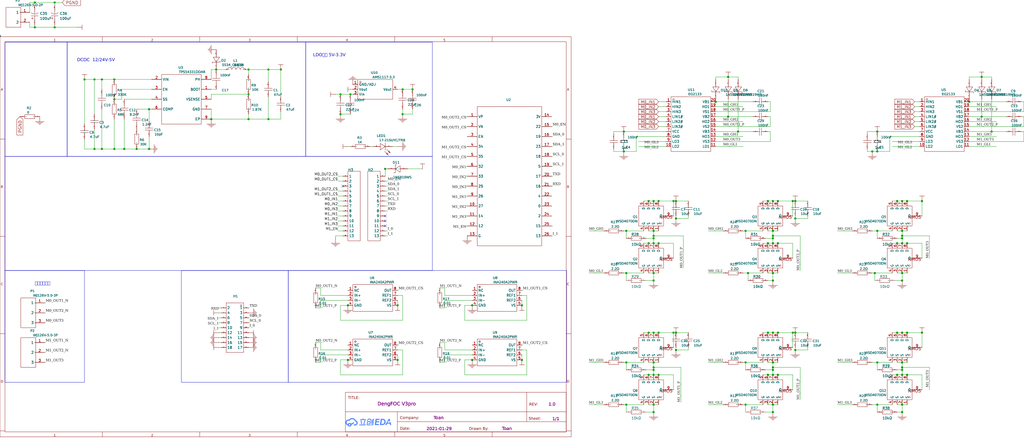
<source format=kicad_sch>
(kicad_sch (version 20231120) (generator "eeschema") (generator_version "8.0")
  (paper "User" 523.316 224.155)
  (lib_symbols
    (symbol "100nF_1"
      (property "Reference" "C" (at 0 0 0))
      (symbol "100nF_1_1_0"
        (pin input line (at -3.81 0 0) (length 2.54) (name "1") (number "1"))
        (pin input line (at 3.81 0 180) (length 2.54) (name "2") (number "2"))
      )
    )
    (symbol "100nF_2"
      (property "Reference" "C" (at 0 0 0))
      (symbol "100nF_2_1_0"
        (pin input line (at -3.81 0 0) (length 2.54) (name "1") (number "1"))
        (pin input line (at 3.81 0 180) (length 2.54) (name "2") (number "2"))
      )
    )
    (symbol "100nF_3"
      (property "Reference" "C" (at 0 0 0))
      (symbol "100nF_3_1_0"
        (pin input line (at -3.81 0 0) (length 2.54) (name "1") (number "1"))
        (pin input line (at 3.81 0 180) (length 2.54) (name "2") (number "2"))
      )
    )
    (symbol "100nF_4"
      (property "Reference" "C" (at 0 0 0))
      (symbol "100nF_4_1_0"
        (pin input line (at -3.81 0 0) (length 2.54) (name "1") (number "1"))
        (pin input line (at 3.81 0 180) (length 2.54) (name "2") (number "2"))
      )
    )
    (symbol "100nF_5"
      (property "Reference" "C" (at 0 0 0))
      (symbol "100nF_5_1_0"
        (pin input line (at -3.81 0 0) (length 2.54) (name "1") (number "1"))
        (pin input line (at 3.81 0 180) (length 2.54) (name "2") (number "2"))
      )
    )
    (symbol "100nF_6"
      (property "Reference" "C" (at 0 0 0))
      (symbol "100nF_6_1_0"
        (pin input line (at -3.81 0 0) (length 2.54) (name "1") (number "1"))
        (pin input line (at 3.81 0 180) (length 2.54) (name "2") (number "2"))
      )
    )
    (symbol "GND_1" (power) (pin_numbers hide) (pin_names hide)
      (symbol "GND_1_1_0"
        (pin power_in line (at 0 0 0) (length 0) (name "GND") (number ""))
      )
    )
    (symbol "SCH_DengFO-easyedapro:0"
      (property "Reference" "R" (at 0 0 0))
      (symbol "0_1_0"
        (pin input line (at -5.08 0 0) (length 2.54) (name "1") (number "1"))
        (pin input line (at 5.08 0 180) (length 2.54) (name "2") (number "2"))
      )
    )
    (symbol "SCH_DengFO-easyedapro:0.01"
      (property "Reference" "R" (at 0 0 0))
      (symbol "0.01_1_0"
        (pin input line (at -5.08 0 0) (length 2.54) (name "1") (number "1"))
        (pin input line (at 5.08 0 180) (length 2.54) (name "2") (number "2"))
      )
    )
    (symbol "SCH_DengFO-easyedapro:0402WGF1002TCE"
      (property "Reference" "R" (at 0 0 0))
      (symbol "0402WGF1002TCE_1_0"
        (pin input line (at -5.08 0 0) (length 2.54) (name "1") (number "1"))
        (pin input line (at 5.08 0 180) (length 2.54) (name "2") (number "2"))
      )
    )
    (symbol "SCH_DengFO-easyedapro:1.2nF"
      (property "Reference" "C" (at 0 0 0))
      (symbol "1.2nF_1_0"
        (pin input line (at -5.08 0 0) (length 2.54) (name "1") (number "1"))
        (pin input line (at 5.08 0 180) (length 2.54) (name "2") (number "2"))
      )
    )
    (symbol "SCH_DengFO-easyedapro:1.87K"
      (property "Reference" "R" (at 0 0 0))
      (symbol "1.87K_1_0"
        (pin input line (at -5.08 0 0) (length 2.54) (name "1") (number "1"))
        (pin input line (at 5.08 0 180) (length 2.54) (name "2") (number "2"))
      )
    )
    (symbol "SCH_DengFO-easyedapro:100nF"
      (property "Reference" "C" (at 0 0 0))
      (symbol "100nF_1_0"
        (pin input line (at 5.08 0 180) (length 2.54) (name "1") (number "1"))
        (pin input line (at -5.08 0 0) (length 2.54) (name "2") (number "2"))
      )
    )
    (symbol "SCH_DengFO-easyedapro:10K"
      (property "Reference" "R" (at 0 0 0))
      (symbol "10K_1_0"
        (pin input line (at -5.08 0 0) (length 2.54) (name "1") (number "1"))
        (pin input line (at 5.08 0 180) (length 2.54) (name "2") (number "2"))
      )
    )
    (symbol "SCH_DengFO-easyedapro:10pF"
      (property "Reference" "C" (at 0 0 0))
      (symbol "10pF_1_0"
        (pin input line (at -3.81 0 0) (length 2.54) (name "1") (number "1"))
        (pin input line (at 3.81 0 180) (length 2.54) (name "2") (number "2"))
      )
    )
    (symbol "SCH_DengFO-easyedapro:10uF"
      (property "Reference" "C" (at 0 0 0))
      (symbol "10uF_1_0"
        (pin input line (at -3.81 0 0) (length 2.54) (name "1") (number "1"))
        (pin input line (at 3.81 0 180) (length 2.54) (name "2") (number "2"))
      )
    )
    (symbol "SCH_DengFO-easyedapro:10Ω"
      (property "Reference" "R" (at 0 0 0))
      (symbol "10Ω_1_0"
        (pin input line (at -5.08 0 0) (length 2.54) (name "1") (number "1"))
        (pin input line (at 5.08 0 180) (length 2.54) (name "2") (number "2"))
      )
    )
    (symbol "SCH_DengFO-easyedapro:17-21SUYC/TR8"
      (property "Reference" "LED" (at 0 0 0))
      (symbol "17-21SUYC/TR8_1_0"
        (pin input line (at -5.08 0 0) (length 3.81) (name "-") (number "1"))
        (pin input line (at 5.08 0 180) (length 3.81) (name "+") (number "2"))
      )
    )
    (symbol "SCH_DengFO-easyedapro:1K"
      (property "Reference" "R" (at 0 0 0))
      (symbol "1K_1_0"
        (pin input line (at -5.08 0 0) (length 2.54) (name "1") (number "1"))
        (pin input line (at 5.08 0 180) (length 2.54) (name "2") (number "2"))
      )
    )
    (symbol "SCH_DengFO-easyedapro:1N5819WS"
      (property "Reference" "D" (at 0 0 0))
      (symbol "1N5819WS_1_0"
        (pin input line (at -5.08 0 0) (length 3.81) (name "C") (number "1"))
        (pin input line (at 5.08 0 180) (length 3.81) (name "A") (number "2"))
      )
    )
    (symbol "SCH_DengFO-easyedapro:22uF"
      (property "Reference" "C" (at 0 0 0))
      (symbol "22uF_1_0"
        (pin input line (at -5.08 0 0) (length 2.54) (name "1") (number "1"))
        (pin input line (at 5.08 0 180) (length 2.54) (name "2") (number "2"))
      )
    )
    (symbol "SCH_DengFO-easyedapro:30K"
      (property "Reference" "R" (at 0 0 0))
      (symbol "30K_1_0"
        (pin input line (at -5.08 0 0) (length 2.54) (name "1") (number "1"))
        (pin input line (at 5.08 0 180) (length 2.54) (name "2") (number "2"))
      )
    )
    (symbol "SCH_DengFO-easyedapro:330K"
      (property "Reference" "R" (at 0 0 0))
      (symbol "330K_1_0"
        (pin input line (at -5.08 0 0) (length 2.54) (name "1") (number "1"))
        (pin input line (at 5.08 0 180) (length 2.54) (name "2") (number "2"))
      )
    )
    (symbol "SCH_DengFO-easyedapro:3V3" (power) (pin_numbers hide) (pin_names hide)
      (symbol "3V3_1_0"
        (pin power_in line (at 0 0 0) (length 0) (name "3V3") (number ""))
      )
    )
    (symbol "SCH_DengFO-easyedapro:4.7uF"
      (property "Reference" "C" (at 0 0 0))
      (symbol "4.7uF_1_0"
        (pin input line (at -3.81 0 0) (length 2.54) (name "1") (number "1"))
        (pin input line (at 3.81 0 180) (length 2.54) (name "2") (number "2"))
      )
    )
    (symbol "SCH_DengFO-easyedapro:47uF"
      (property "Reference" "C" (at 0 0 0))
      (symbol "47uF_1_0"
        (pin input line (at -3.81 0 0) (length 2.54) (name "1") (number "1"))
        (pin input line (at 3.81 0 180) (length 2.54) (name "2") (number "2"))
      )
    )
    (symbol "SCH_DengFO-easyedapro:5V" (power) (pin_numbers hide) (pin_names hide)
      (symbol "5V_1_0"
        (pin power_in line (at 0 0 0) (length 0) (name "5V") (number ""))
      )
    )
    (symbol "SCH_DengFO-easyedapro:6.8uH"
      (property "Reference" "L" (at 0 0 0))
      (symbol "6.8uH_1_0"
        (pin input line (at -5.08 0 0) (length 0.762) (name "1") (number "1"))
        (pin input line (at 5.08 0 180) (length 0.762) (name "2") (number "2"))
      )
    )
    (symbol "SCH_DengFO-easyedapro:68K"
      (property "Reference" "R" (at 0 0 0))
      (symbol "68K_1_0"
        (pin input line (at -5.08 0 0) (length 2.54) (name "1") (number "1"))
        (pin input line (at 5.08 0 180) (length 2.54) (name "2") (number "2"))
      )
    )
    (symbol "SCH_DengFO-easyedapro:8.2nF"
      (property "Reference" "C" (at 0 0 0))
      (symbol "8.2nF_1_0"
        (pin input line (at -5.08 0 0) (length 2.54) (name "1") (number "1"))
        (pin input line (at 5.08 0 180) (length 2.54) (name "2") (number "2"))
      )
    )
    (symbol "SCH_DengFO-easyedapro:AMS1117-3.3"
      (property "Reference" "U" (at 0 0 0))
      (symbol "AMS1117-3.3_1_0"
        (pin input line (at -11.43 2.54 0) (length 2.54) (name "GND/ADJ") (number "1"))
        (pin input line (at -11.43 0 0) (length 2.54) (name "Vout") (number "2"))
        (pin input line (at -11.43 -2.54 0) (length 2.54) (name "Vin") (number "3"))
        (pin input line (at 11.43 0 180) (length 2.54) (name "Vout") (number "4"))
      )
    )
    (symbol "SCH_DengFO-easyedapro:A_A4"
      (symbol "A_A4_1_0"
        (text "1" (at 27.432 -204.6732 0) (effects (font (size 1.2192 1.2192)) (justify left bottom)))
        (text "1" (at 27.432 -2.4892 0) (effects (font (size 1.2192 1.2192)) (justify left bottom)))
        (text "2" (at 77.216 -204.6732 0) (effects (font (size 1.2192 1.2192)) (justify left bottom)))
        (text "2" (at 77.216 -2.4892 0) (effects (font (size 1.2192 1.2192)) (justify left bottom)))
        (text "3" (at 127 -204.6732 0) (effects (font (size 1.2192 1.2192)) (justify left bottom)))
        (text "3" (at 127 -2.4892 0) (effects (font (size 1.2192 1.2192)) (justify left bottom)))
        (text "4" (at 176.784 -204.6732 0) (effects (font (size 1.2192 1.2192)) (justify left bottom)))
        (text "4" (at 176.784 -2.4892 0) (effects (font (size 1.2192 1.2192)) (justify left bottom)))
        (text "5" (at 226.568 -204.6732 0) (effects (font (size 1.2192 1.2192)) (justify left bottom)))
        (text "5" (at 226.568 -2.4892 0) (effects (font (size 1.2192 1.2192)) (justify left bottom)))
        (text "A" (at 0.381 -27.7622 0) (effects (font (size 1.2192 1.2192)) (justify left bottom)))
        (text "A" (at 289.687 -27.7622 0) (effects (font (size 1.2192 1.2192)) (justify left bottom)))
        (text "B" (at 0.381 -77.5462 0) (effects (font (size 1.2192 1.2192)) (justify left bottom)))
        (text "B" (at 289.687 -77.5462 0) (effects (font (size 1.2192 1.2192)) (justify left bottom)))
        (text "C" (at 0.381 -127.3302 0) (effects (font (size 1.2192 1.2192)) (justify left bottom)))
        (text "C" (at 289.687 -127.3302 0) (effects (font (size 1.2192 1.2192)) (justify left bottom)))
        (text "Company:" (at 204.3684 -195.7832 0) (effects (font (size 1.397 1.397)) (justify left bottom)))
        (text "D" (at 0.381 -177.1142 0) (effects (font (size 1.2192 1.2192)) (justify left bottom)))
        (text "D" (at 289.687 -177.1142 0) (effects (font (size 1.2192 1.2192)) (justify left bottom)))
        (text "Date:" (at 204.3684 -201.295 0) (effects (font (size 1.397 1.397)) (justify left bottom)))
        (text "Drawn By:" (at 239.6744 -201.3712 0) (effects (font (size 1.397 1.397)) (justify left bottom)))
        (text "REV:" (at 270.4084 -188.9252 0) (effects (font (size 1.397 1.397)) (justify left bottom)))
        (text "Sheet:" (at 270.1544 -196.215 0) (effects (font (size 1.397 1.397)) (justify left bottom)))
        (text "TITLE:" (at 177.8 -185.547 0) (effects (font (size 1.397 1.397)) (justify left bottom)))
      )
    )
    (symbol "SCH_DengFO-easyedapro:CL10A105KB8NNNC"
      (property "Reference" "C" (at 0 0 0))
      (symbol "CL10A105KB8NNNC_1_0"
        (pin input line (at -3.81 0 0) (length 2.54) (name "1") (number "1"))
        (pin input line (at 3.81 0 180) (length 2.54) (name "2") (number "2"))
      )
    )
    (symbol "SCH_DengFO-easyedapro:EG2133"
      (property "Reference" "U" (at 0 0 0))
      (symbol "EG2133_1_0"
        (pin input line (at -12.7 11.43 0) (length 2.54) (name "HIN1") (number "1"))
        (pin input line (at -12.7 -11.43 0) (length 2.54) (name "LO2") (number "10"))
        (pin input line (at 12.7 -11.43 180) (length 2.54) (name "LO1") (number "11"))
        (pin input line (at 12.7 -8.89 180) (length 2.54) (name "VS3") (number "12"))
        (pin input line (at 12.7 -6.35 180) (length 2.54) (name "HO3") (number "13"))
        (pin input line (at 12.7 -3.81 180) (length 2.54) (name "VB3") (number "14"))
        (pin input line (at 12.7 -1.27 180) (length 2.54) (name "VS2") (number "15"))
        (pin input line (at 12.7 1.27 180) (length 2.54) (name "HO2") (number "16"))
        (pin input line (at 12.7 3.81 180) (length 2.54) (name "VB2") (number "17"))
        (pin input line (at 12.7 6.35 180) (length 2.54) (name "VS1") (number "18"))
        (pin input line (at 12.7 8.89 180) (length 2.54) (name "HO1") (number "19"))
        (pin input line (at -12.7 8.89 0) (length 2.54) (name "HIN2") (number "2"))
        (pin input line (at 12.7 11.43 180) (length 2.54) (name "VB1") (number "20"))
        (pin input line (at -12.7 6.35 0) (length 2.54) (name "HIN3") (number "3"))
        (pin input line (at -12.7 3.81 0) (length 2.54) (name "LIN1#") (number "4"))
        (pin input line (at -12.7 1.27 0) (length 2.54) (name "LIN2#") (number "5"))
        (pin input line (at -12.7 -1.27 0) (length 2.54) (name "LIN3#") (number "6"))
        (pin input line (at -12.7 -3.81 0) (length 2.54) (name "VCC") (number "7"))
        (pin input line (at -12.7 -6.35 0) (length 2.54) (name "GND") (number "8"))
        (pin input line (at -12.7 -8.89 0) (length 2.54) (name "LO3") (number "9"))
      )
    )
    (symbol "SCH_DengFO-easyedapro:GND" (power) (pin_numbers hide) (pin_names hide)
      (symbol "GND_1_0"
        (pin power_in line (at 0 0 0) (length 0) (name "GND") (number ""))
      )
    )
    (symbol "SCH_DengFO-easyedapro:HDR-F_2.54_1x13P"
      (symbol "HDR-F_2.54_1x13P_1_0"
        (pin input line (at -3.81 15.24 0) (length 2.54) (name "1") (number "1"))
        (pin input line (at -3.81 -7.62 0) (length 2.54) (name "10") (number "10"))
        (pin input line (at -3.81 -10.16 0) (length 2.54) (name "11") (number "11"))
        (pin input line (at -3.81 -12.7 0) (length 2.54) (name "12") (number "12"))
        (pin input line (at -3.81 -15.24 0) (length 2.54) (name "13") (number "13"))
        (pin input line (at -3.81 12.7 0) (length 2.54) (name "2") (number "2"))
        (pin input line (at -3.81 10.16 0) (length 2.54) (name "3") (number "3"))
        (pin input line (at -3.81 7.62 0) (length 2.54) (name "4") (number "4"))
        (pin input line (at -3.81 5.08 0) (length 2.54) (name "5") (number "5"))
        (pin input line (at -3.81 2.54 0) (length 2.54) (name "6") (number "6"))
        (pin input line (at -3.81 0 0) (length 2.54) (name "7") (number "7"))
        (pin input line (at -3.81 -2.54 0) (length 2.54) (name "8") (number "8"))
        (pin input line (at -3.81 -5.08 0) (length 2.54) (name "9") (number "9"))
      )
    )
    (symbol "SCH_DengFO-easyedapro:Header-Female-2.54_2x9"
      (property "Reference" "H" (at 0 0 0))
      (symbol "Header-Female-2.54_2x9_1_0"
        (pin input line (at 7.62 10.16 180) (length 2.54) (name "1") (number "1"))
        (pin input line (at -6.35 0 0) (length 2.54) (name "10") (number "10"))
        (pin input line (at 7.62 -2.54 180) (length 2.54) (name "11") (number "11"))
        (pin input line (at -6.35 -2.54 0) (length 2.54) (name "12") (number "12"))
        (pin input line (at 7.62 -5.08 180) (length 2.54) (name "13") (number "13"))
        (pin input line (at -6.35 -5.08 0) (length 2.54) (name "14") (number "14"))
        (pin input line (at 7.62 -7.62 180) (length 2.54) (name "15") (number "15"))
        (pin input line (at -6.35 -7.62 0) (length 2.54) (name "16") (number "16"))
        (pin input line (at 7.62 -10.16 180) (length 2.54) (name "17") (number "17"))
        (pin input line (at -6.35 -10.16 0) (length 2.54) (name "18") (number "18"))
        (pin input line (at -6.35 10.16 0) (length 2.54) (name "2") (number "2"))
        (pin input line (at 7.62 7.62 180) (length 2.54) (name "3") (number "3"))
        (pin input line (at -6.35 7.62 0) (length 2.54) (name "4") (number "4"))
        (pin input line (at 7.62 5.08 180) (length 2.54) (name "5") (number "5"))
        (pin input line (at -6.35 5.08 0) (length 2.54) (name "6") (number "6"))
        (pin input line (at 7.62 2.54 180) (length 2.54) (name "7") (number "7"))
        (pin input line (at -6.35 2.54 0) (length 2.54) (name "8") (number "8"))
        (pin input line (at 7.62 0 180) (length 2.54) (name "9") (number "9"))
      )
    )
    (symbol "SCH_DengFO-easyedapro:INA240A2PWR"
      (property "Reference" "U" (at 0 0 0))
      (symbol "INA240A2PWR_1_0"
        (pin input line (at -12.7 3.81 0) (length 2.54) (name "NC") (number "1"))
        (pin input line (at -12.7 1.27 0) (length 2.54) (name "IN+") (number "2"))
        (pin input line (at -12.7 -1.27 0) (length 2.54) (name "IN-") (number "3"))
        (pin input line (at -12.7 -3.81 0) (length 2.54) (name "GND") (number "4"))
        (pin input line (at 12.7 -3.81 180) (length 2.54) (name "VS") (number "5"))
        (pin input line (at 12.7 -1.27 180) (length 2.54) (name "REF2") (number "6"))
        (pin input line (at 12.7 1.27 180) (length 2.54) (name "REF1") (number "7"))
        (pin input line (at 12.7 3.81 180) (length 2.54) (name "OUT") (number "8"))
      )
    )
    (symbol "SCH_DengFO-easyedapro:PGND" (power) (pin_numbers hide) (pin_names hide)
      (symbol "PGND_1_0"
        (pin power_in line (at 0 0 0) (length 0) (name "PGND") (number ""))
      )
    )
    (symbol "SCH_DengFO-easyedapro:RVT100UF35V67RV0034"
      (property "Reference" "C" (at 0 0 0))
      (symbol "RVT100UF35V67RV0034_1_0"
        (pin input line (at -5.08 0 0) (length 2.54) (name "1") (number "1"))
        (pin input line (at 5.08 0 180) (length 2.54) (name "2") (number "2"))
      )
    )
    (symbol "SCH_DengFO-easyedapro:SS34_C8678"
      (property "Reference" "D" (at 0 0 0))
      (symbol "SS34_C8678_1_0"
        (pin input line (at -5.08 0 0) (length 3.81) (name "K") (number "1"))
        (pin input line (at 5.08 0 180) (length 3.81) (name "A") (number "2"))
      )
    )
    (symbol "SCH_DengFO-easyedapro:TPS54331DDAR"
      (property "Reference" "U" (at 0 0 0))
      (symbol "TPS54331DDAR_1_0"
        (pin input line (at 15.24 5.08 180) (length 5.08) (name "BOOT") (number "1"))
        (pin input line (at -15.24 10.16 0) (length 5.08) (name "VIN") (number "2"))
        (pin input line (at -15.24 5.08 0) (length 5.08) (name "EN") (number "3"))
        (pin input line (at -15.24 0 0) (length 5.08) (name "SS") (number "4"))
        (pin input line (at 15.24 0 180) (length 5.08) (name "VSENSE") (number "5"))
        (pin input line (at -15.24 -5.08 0) (length 5.08) (name "COMP") (number "6"))
        (pin input line (at 15.24 -5.08 180) (length 5.08) (name "GND") (number "7"))
        (pin input line (at 15.24 10.16 180) (length 5.08) (name "PH") (number "8"))
        (pin input line (at 15.24 -10.16 180) (length 5.08) (name "EP") (number "9"))
      )
    )
    (symbol "SCH_DengFO-easyedapro:VIN" (power) (pin_numbers hide) (pin_names hide)
      (symbol "VIN_1_0"
        (pin power_in line (at 0 0 0) (length 0) (name "VIN") (number ""))
      )
    )
    (symbol "SCH_DengFO-easyedapro:WJ126V-5.0-2P"
      (property "Reference" "P" (at 0 0 0))
      (symbol "WJ126V-5.0-2P_1_0"
        (pin input line (at 5.08 2.54 180) (length 5.08) (name "1") (number "1"))
        (pin input line (at 5.08 -2.54 180) (length 5.08) (name "2") (number "2"))
      )
    )
    (symbol "SCH_DengFO-easyedapro:WJ126V-5.0-3P"
      (property "Reference" "P" (at 0 0 0))
      (symbol "WJ126V-5.0-3P_1_0"
        (pin input line (at 5.08 5.08 180) (length 5.08) (name "1") (number "1"))
        (pin input line (at 5.08 0 180) (length 5.08) (name "2") (number "2"))
        (pin input line (at 5.08 -5.08 180) (length 5.08) (name "3") (number "3"))
      )
    )
    (symbol "SCH_DengFO-easyedapro:WSD4070DN"
      (property "Reference" "Q" (at 0 0 0))
      (symbol "WSD4070DN_1_0"
        (text "NMOS" (at -1.6256 -2.9718 2700) (effects (font (size 1.5748 1.5748)) (justify right bottom)))
        (pin input line (at -7.62 -2.54 0) (length 2.54) (name "S") (number "1"))
        (pin input line (at -7.62 0 0) (length 2.54) (name "S") (number "2"))
        (pin input line (at -7.62 2.54 0) (length 2.54) (name "S") (number "3"))
        (pin input line (at -7.62 5.08 0) (length 2.54) (name "G") (number "4"))
        (pin input line (at 7.62 5.08 180) (length 2.54) (name "D") (number "5"))
        (pin input line (at 7.62 2.54 180) (length 2.54) (name "D") (number "6"))
        (pin input line (at 7.62 0 180) (length 2.54) (name "D") (number "7"))
        (pin input line (at 7.62 -2.54 180) (length 2.54) (name "D") (number "8"))
        (pin input line (at 0 -10.16 90) (length 5.08) (name "D") (number "9"))
      )
    )
    (symbol "SCH_DengFO-easyedapro:micropython esp32"
      (property "Reference" "U" (at 0 0 0))
      (symbol "micropython esp32_1_0"
        (pin input line (at -22.86 30.48 0) (length 5.08) (name "VP") (number "1"))
        (pin input line (at -22.86 -15.24 0) (length 5.08) (name "27") (number "10"))
        (pin input line (at -22.86 -20.32 0) (length 5.08) (name "14") (number "11"))
        (pin input line (at -22.86 -25.4 0) (length 5.08) (name "12") (number "12"))
        (pin input line (at -22.86 -30.48 0) (length 5.08) (name "G") (number "13"))
        (pin input line (at 20.32 30.48 180) (length 5.08) (name "3V") (number "14"))
        (pin input line (at 20.32 25.4 180) (length 5.08) (name "22") (number "15"))
        (pin input line (at 20.32 20.32 180) (length 5.08) (name "19") (number "16"))
        (pin input line (at 20.32 15.24 180) (length 5.08) (name "23") (number "17"))
        (pin input line (at 20.32 10.16 180) (length 5.08) (name "18") (number "18"))
        (pin input line (at 20.32 5.08 180) (length 5.08) (name "5") (number "19"))
        (pin input line (at -22.86 25.4 0) (length 5.08) (name "VN") (number "2"))
        (pin input line (at 20.32 0 180) (length 5.08) (name "17") (number "20"))
        (pin input line (at 20.32 -5.08 180) (length 5.08) (name "16") (number "21"))
        (pin input line (at 20.32 -10.16 180) (length 5.08) (name "4") (number "22"))
        (pin input line (at 20.32 -15.24 180) (length 5.08) (name "0") (number "23"))
        (pin input line (at 20.32 -20.32 180) (length 5.08) (name "2") (number "24"))
        (pin input line (at 20.32 -25.4 180) (length 5.08) (name "15") (number "25"))
        (pin input line (at 20.32 -30.48 180) (length 5.08) (name "13") (number "26"))
        (pin input line (at -22.86 20.32 0) (length 5.08) (name "EN") (number "3"))
        (pin input line (at -22.86 15.24 0) (length 5.08) (name "34") (number "4"))
        (pin input line (at -22.86 10.16 0) (length 5.08) (name "35") (number "5"))
        (pin input line (at -22.86 5.08 0) (length 5.08) (name "32") (number "6"))
        (pin input line (at -22.86 0 0) (length 5.08) (name "33") (number "7"))
        (pin input line (at -22.86 -5.08 0) (length 5.08) (name "25") (number "8"))
        (pin input line (at -22.86 -10.16 0) (length 5.08) (name "26") (number "9"))
      )
    )
  )
  (junction (at 445.77 77.47))
  (junction (at 394.97 170.18))
  (junction (at 331.47 124.46))
  (junction (at 345.44 102.87))
  (junction (at 405.13 170.18))
  (junction (at 334.01 139.7))
  (junction (at 334.01 121.92))
  (junction (at 58.42 76.2))
  (junction (at 334.01 187.96))
  (junction (at 405.13 102.87))
  (junction (at 392.43 124.46))
  (junction (at 448.31 207.01))
  (junction (at 127 60.96))
  (junction (at 266.7 184.15))
  (junction (at 461.01 118.11))
  (junction (at 127 35.56))
  (junction (at 345.44 111.76))
  (junction (at 461.01 210.82))
  (junction (at 461.01 189.23))
  (junction (at 463.55 102.87))
  (junction (at 458.47 170.18))
  (junction (at 461.01 207.01))
  (junction (at 196.85 86.3854))
  (junction (at 501.65 39.37))
  (junction (at 110.49 35.56))
  (junction (at 461.01 139.7))
  (junction (at 331.47 102.87))
  (junction (at 458.47 124.46))
  (junction (at 381 185.42))
  (junction (at 392.43 102.87))
  (junction (at 461.01 185.42))
  (junction (at 471.17 102.87))
  (junction (at 461.01 102.87))
  (junction (at 382.27 139.7))
  (junction (at 334.01 143.51))
  (junction (at 48.26 40.64))
  (junction (at 336.55 191.77))
  (junction (at 334.01 185.42))
  (junction (at 203.2 156.21))
  (junction (at 320.04 118.11))
  (junction (at 336.55 124.46))
  (junction (at 334.01 124.46))
  (junction (at 461.01 170.18))
  (junction (at 345.44 179.07))
  (junction (at 334.01 189.23))
  (junction (at 406.4 102.87))
  (junction (at 173.99 58.42))
  (junction (at 318.77 67.31))
  (junction (at 394.97 185.42))
  (junction (at 463.55 124.46))
  (junction (at 471.17 170.18))
  (junction (at 205.74 58.42))
  (junction (at 506.73 67.31))
  (junction (at 177.8 156.21))
  (junction (at 107.95 60.96))
  (junction (at 397.51 102.87))
  (junction (at 27.94 1.27))
  (junction (at 203.2 184.15))
  (junction (at 461.01 191.77))
  (junction (at 406.4 111.76))
  (junction (at 179.07 48.26))
  (junction (at 394.97 191.77))
  (junction (at 334.01 170.18))
  (junction (at 241.3 184.15))
  (junction (at 58.42 50.8))
  (junction (at 48.26 76.2))
  (junction (at 461.01 121.92))
  (junction (at 241.3 156.21))
  (junction (at 394.97 143.51))
  (junction (at 331.47 170.18))
  (junction (at 392.43 191.77))
  (junction (at 127 48.26))
  (junction (at 58.42 40.64))
  (junction (at 461.01 187.96))
  (junction (at 394.97 124.46))
  (junction (at 345.44 170.18))
  (junction (at 334.01 118.11))
  (junction (at 448.31 67.31))
  (junction (at 372.11 59.69))
  (junction (at 334.01 102.87))
  (junction (at 458.47 102.87))
  (junction (at 501.65 59.69))
  (junction (at 495.3 52.07))
  (junction (at 334.01 210.82))
  (junction (at 394.97 118.11))
  (junction (at 320.04 207.01))
  (junction (at 394.97 207.01))
  (junction (at 173.99 48.26))
  (junction (at 394.97 102.87))
  (junction (at 406.4 170.18))
  (junction (at 344.17 102.87))
  (junction (at 461.01 120.65))
  (junction (at 447.04 139.7))
  (junction (at 394.97 187.96))
  (junction (at 381 207.01))
  (junction (at 76.2 76.2))
  (junction (at 17.78 1.27))
  (junction (at 17.78 13.97))
  (junction (at 344.17 170.18))
  (junction (at 336.55 170.18))
  (junction (at 143.51 35.56))
  (junction (at 52.07 40.64))
  (junction (at 137.16 35.56))
  (junction (at 334.01 120.65))
  (junction (at 448.31 185.42))
  (junction (at 463.55 170.18))
  (junction (at 397.51 191.77))
  (junction (at 63.5 76.2))
  (junction (at 334.01 207.01))
  (junction (at 392.43 170.18))
  (junction (at 394.97 120.65))
  (junction (at 69.85 76.2))
  (junction (at 372.11 39.37))
  (junction (at 52.07 76.2))
  (junction (at 76.2 55.88))
  (junction (at 336.55 102.87))
  (junction (at 320.04 185.42))
  (junction (at 406.4 179.07))
  (junction (at 381 118.11))
  (junction (at 365.76 52.07))
  (junction (at 394.97 139.7))
  (junction (at 177.8 184.15))
  (junction (at 318.77 77.47))
  (junction (at 137.16 60.96))
  (junction (at 394.97 189.23))
  (junction (at 458.47 191.77))
  (junction (at 320.04 139.7))
  (junction (at 205.74 45.72))
  (junction (at 331.47 191.77))
  (junction (at 397.51 124.46))
  (junction (at 394.97 121.92))
  (junction (at 266.7 156.21))
  (junction (at 43.18 40.64))
  (junction (at 377.19 67.31))
  (junction (at 463.55 191.77))
  (junction (at 334.01 191.77))
  (junction (at 448.31 77.47))
  (junction (at 448.31 118.11))
  (junction (at 394.97 210.82))
  (junction (at 461.01 124.46))
  (junction (at 210.82 45.72))
  (junction (at 27.94 13.97))
  (junction (at 461.01 143.51))
  (junction (at 397.51 170.18))
  (no_connect (at 175.26 95.25))
  (no_connect (at 196.85 110.49))
  (no_connect (at 196.85 113.03))
  (no_connect (at 196.85 115.57))
  (wire (pts (xy 205.74 151.13) (xy 203.2 151.13)))
  (wire (pts (xy 224.79 185.42) (xy 227.33 185.42)))
  (wire (pts (xy 448.31 185.42) (xy 455.93 185.42)))
  (wire (pts (xy 203.2 153.67) (xy 203.2 156.21)))
  (wire (pts (xy 196.85 86.3854) (xy 198.12 86.36)))
  (wire (pts (xy 458.47 191.77) (xy 461.01 191.77)))
  (wire (pts (xy 334.01 124.46) (xy 331.47 124.46)))
  (wire (pts (xy 372.11 39.37) (xy 365.76 39.37)))
  (wire (pts (xy 463.55 124.46) (xy 471.17 124.46)))
  (wire (pts (xy 238.76 90.17) (xy 238.252 90.17)))
  (wire (pts (xy 210.82 45.72) (xy 205.74 45.72)))
  (wire (pts (xy 455.93 191.77) (xy 458.47 191.77)))
  (wire (pts (xy 405.13 191.77) (xy 405.13 199.39)))
  (wire (pts (xy 443.23 77.47) (xy 443.23 76.2)))
  (wire (pts (xy 506.73 40.64) (xy 506.73 39.37)))
  (wire (pts (xy 394.97 124.46) (xy 392.43 124.46)))
  (wire (pts (xy 171.45 120.65) (xy 175.26 120.65)))
  (wire (pts (xy 392.43 52.07) (xy 393.7 52.07)))
  (wire (pts (xy 308.61 207.01) (xy 300.99 207.01)))
  (wire (pts (xy 143.51 57.15) (xy 143.51 60.96)))
  (wire (pts (xy 334.01 121.92) (xy 330.2 121.92)))
  (wire (pts (xy 406.4 111.76) (xy 406.4 110.49)))
  (wire (pts (xy 455.93 102.87) (xy 458.47 102.87)))
  (wire (pts (xy 107.95 50.8) (xy 107.95 48.26)))
  (wire (pts (xy 113.03 175.26) (xy 111.76 175.26)))
  (wire (pts (xy 189.23 74.93) (xy 190.5 74.93)))
  (wire (pts (xy 501.65 59.69) (xy 495.3 59.69)))
  (wire (pts (xy 471.17 199.39) (xy 471.17 191.77)))
  (wire (pts (xy 161.29 185.42) (xy 163.83 185.42)))
  (wire (pts (xy 107.95 60.96) (xy 107.95 55.88)))
  (wire (pts (xy 334.01 207.01) (xy 331.47 207.01)))
  (wire (pts (xy 495.3 69.85) (xy 509.27 69.85)))
  (wire (pts (xy 22.86 154.94) (xy 23.368 154.94)))
  (wire (pts (xy 365.76 74.93) (xy 379.73 74.93)))
  (wire (pts (xy 412.75 102.87) (xy 406.4 102.87)))
  (wire (pts (xy 173.99 58.42) (xy 179.07 58.42)))
  (wire (pts (xy 113.03 160.02) (xy 111.76 160.02)))
  (wire (pts (xy 22.86 175.26) (xy 23.368 175.26)))
  (wire (pts (xy 172.72 110.49) (xy 175.26 110.49)))
  (wire (pts (xy 171.45 121.92) (xy 171.45 120.65)))
  (wire (pts (xy 269.24 179.07) (xy 266.7 179.07)))
  (wire (pts (xy 435.61 207.01) (xy 427.99 207.01)))
  (wire (pts (xy 458.47 207.01) (xy 461.01 207.01)))
  (wire (pts (xy 345.44 110.49) (xy 345.44 111.76)))
  (wire (pts (xy 463.55 170.18) (xy 471.17 170.18)))
  (wire (pts (xy 461.01 121.92) (xy 461.01 124.46)))
  (wire (pts (xy 334.01 102.87) (xy 331.47 102.87)))
  (wire (pts (xy 447.04 143.51) (xy 447.04 139.7)))
  (wire (pts (xy 394.97 121.92) (xy 394.97 124.46)))
  (wire (pts (xy 331.47 102.87) (xy 328.93 102.87)))
  (wire (pts (xy 455.93 74.93) (xy 469.9 74.93)))
  (wire (pts (xy 405.13 124.46) (xy 397.51 124.46)))
  (wire (pts (xy 457.2 143.51) (xy 461.01 143.51)))
  (wire (pts (xy 391.16 189.23) (xy 394.97 189.23)))
  (wire (pts (xy 320.04 207.01) (xy 328.93 207.01)))
  (wire (pts (xy 379.73 185.42) (xy 381 185.42)))
  (wire (pts (xy 381 189.23) (xy 381 185.42)))
  (wire (pts (xy 107.95 40.64) (xy 107.95 35.56)))
  (wire (pts (xy 393.7 64.77) (xy 393.7 59.69)))
  (wire (pts (xy 77.47 50.8) (xy 63.5 50.8)))
  (wire (pts (xy 173.99 163.83) (xy 205.74 163.83)))
  (wire (pts (xy 43.18 71.12) (xy 43.18 76.2)))
  (wire (pts (xy 394.97 189.23) (xy 394.97 191.77)))
  (wire (pts (xy 237.49 163.83) (xy 269.24 163.83)))
  (wire (pts (xy 172.72 113.03) (xy 175.26 113.03)))
  (wire (pts (xy 365.76 57.15) (xy 393.7 57.15)))
  (wire (pts (xy 392.43 67.31) (xy 393.7 67.31)))
  (wire (pts (xy 113.03 172.72) (xy 111.76 172.72)))
  (wire (pts (xy 113.03 157.48) (xy 111.76 157.48)))
  (wire (pts (xy 269.24 151.13) (xy 266.7 151.13)))
  (wire (pts (xy 281.94 64.77) (xy 282.448 64.77)))
  (wire (pts (xy 320.04 143.51) (xy 320.04 139.7)))
  (wire (pts (xy 347.98 187.96) (xy 347.98 205.74)))
  (wire (pts (xy 161.29 175.26) (xy 163.83 175.26)))
  (wire (pts (xy 392.43 124.46) (xy 389.89 124.46)))
  (wire (pts (xy 345.44 170.18) (xy 344.17 170.18)))
  (wire (pts (xy 266.7 148.59) (xy 267.208 148.59)))
  (wire (pts (xy 394.97 139.7) (xy 392.43 139.7)))
  (wire (pts (xy 344.17 191.77) (xy 344.17 199.39)))
  (wire (pts (xy 48.26 58.42) (xy 48.26 40.64)))
  (wire (pts (xy 381 121.92) (xy 381 118.11)))
  (wire (pts (xy 393.7 67.31) (xy 393.7 72.39)))
  (wire (pts (xy 336.55 118.11) (xy 334.01 118.11)))
  (wire (pts (xy 266.7 176.53) (xy 267.208 176.53)))
  (wire (pts (xy 391.16 210.82) (xy 394.97 210.82)))
  (wire (pts (xy 377.19 39.37) (xy 372.11 39.37)))
  (wire (pts (xy 455.93 124.46) (xy 458.47 124.46)))
  (wire (pts (xy 320.04 189.23) (xy 320.04 185.42)))
  (wire (pts (xy 269.24 163.83) (xy 269.24 151.13)))
  (wire (pts (xy 172.72 118.11) (xy 175.26 118.11)))
  (wire (pts (xy 107.95 48.26) (xy 127 48.26)))
  (wire (pts (xy 336.55 64.77) (xy 340.36 64.77)))
  (wire (pts (xy 17.78 13.97) (xy 17.78 12.7)))
  (wire (pts (xy 461.01 207.01) (xy 463.55 207.01)))
  (wire (pts (xy 331.47 124.46) (xy 328.93 124.46)))
  (wire (pts (xy 196.85 97.79) (xy 198.12 97.79)))
  (wire (pts (xy 172.72 105.41) (xy 175.26 105.41)))
  (wire (pts (xy 461.01 207.01) (xy 461.01 210.82)))
  (wire (pts (xy 308.61 139.7) (xy 300.99 139.7)))
  (wire (pts (xy 52.07 76.2) (xy 58.42 76.2)))
  (wire (pts (xy 48.26 66.04) (xy 48.26 76.2)))
  (wire (pts (xy 127 167.64) (xy 127.508 167.64)))
  (wire (pts (xy 203.2 176.53) (xy 203.708 176.53)))
  (wire (pts (xy 15.24 1.27) (xy 17.78 1.27)))
  (wire (pts (xy 76.2 62.23) (xy 76.2 55.88)))
  (wire (pts (xy 203.2 181.61) (xy 203.2 184.15)))
  (wire (pts (xy 196.85 86.3854) (xy 196.85 90.17)))
  (wire (pts (xy 501.65 40.64) (xy 501.65 39.37)))
  (wire (pts (xy 394.97 118.11) (xy 394.97 120.65)))
  (wire (pts (xy 521.97 67.31) (xy 523.24 67.31)))
  (wire (pts (xy 351.79 102.87) (xy 345.44 102.87)))
  (wire (pts (xy 394.97 120.65) (xy 394.97 121.92)))
  (wire (pts (xy 435.61 185.42) (xy 427.99 185.42)))
  (wire (pts (xy 412.75 110.49) (xy 412.75 111.76)))
  (wire (pts (xy 113.03 167.64) (xy 111.76 167.64)))
  (wire (pts (xy 107.95 45.72) (xy 110.49 45.72)))
  (wire (pts (xy 331.47 170.18) (xy 328.93 170.18)))
  (wire (pts (xy 394.97 139.7) (xy 394.97 143.51)))
  (wire (pts (xy 318.77 185.42) (xy 320.04 185.42)))
  (wire (pts (xy 345.44 102.87) (xy 344.17 102.87)))
  (wire (pts (xy 384.81 59.69) (xy 372.11 59.69)))
  (wire (pts (xy 394.97 187.96) (xy 394.97 189.23)))
  (wire (pts (xy 361.95 207.01) (xy 369.57 207.01)))
  (wire (pts (xy 334.01 143.51) (xy 330.2 143.51)))
  (wire (pts (xy 69.85 76.2) (xy 76.2 76.2)))
  (wire (pts (xy 365.76 39.37) (xy 365.76 40.64)))
  (wire (pts (xy 406.4 102.87) (xy 405.13 102.87)))
  (wire (pts (xy 394.97 185.42) (xy 392.43 185.42)))
  (wire (pts (xy 365.76 62.23) (xy 379.73 62.23)))
  (wire (pts (xy 365.76 52.07) (xy 384.81 52.07)))
  (wire (pts (xy 43.18 40.64) (xy 48.26 40.64)))
  (wire (pts (xy 318.77 77.47) (xy 313.69 77.47)))
  (wire (pts (xy 392.43 143.51) (xy 394.97 143.51)))
  (wire (pts (xy 224.79 157.48) (xy 227.33 157.48)))
  (wire (pts (xy 334.01 207.01) (xy 334.01 210.82)))
  (wire (pts (xy 336.55 57.15) (xy 340.36 57.15)))
  (wire (pts (xy 397.51 207.01) (xy 394.97 207.01)))
  (wire (pts (xy 344.17 191.77) (xy 336.55 191.77)))
  (wire (pts (xy 334.01 170.18) (xy 331.47 170.18)))
  (wire (pts (xy 448.31 207.01) (xy 455.93 207.01)))
  (wire (pts (xy 463.55 102.87) (xy 471.17 102.87)))
  (wire (pts (xy 435.61 118.11) (xy 427.99 118.11)))
  (wire (pts (xy 318.77 207.01) (xy 320.04 207.01)))
  (wire (pts (xy 15.24 13.97) (xy 15.24 11.43)))
  (wire (pts (xy 227.33 181.61) (xy 241.3 181.61)))
  (wire (pts (xy 334.01 189.23) (xy 334.01 191.77)))
  (wire (pts (xy 320.04 210.82) (xy 320.04 207.01)))
  (wire (pts (xy 137.16 60.96) (xy 127 60.96)))
  (wire (pts (xy 392.43 102.87) (xy 389.89 102.87)))
  (wire (pts (xy 495.3 74.93) (xy 509.27 74.93)))
  (wire (pts (xy 397.51 118.11) (xy 394.97 118.11)))
  (wire (pts (xy 281.94 80.01) (xy 282.448 80.01)))
  (wire (pts (xy 461.01 191.77) (xy 463.55 191.77)))
  (wire (pts (xy 448.31 121.92) (xy 448.31 118.11)))
  (wire (pts (xy 336.55 170.18) (xy 344.17 170.18)))
  (wire (pts (xy 308.61 118.11) (xy 300.99 118.11)))
  (wire (pts (xy 127 60.96) (xy 107.95 60.96)))
  (wire (pts (xy 495.3 50.8) (xy 495.3 52.07)))
  (wire (pts (xy 163.83 147.32) (xy 163.83 151.13)))
  (wire (pts (xy 172.72 107.95) (xy 175.26 107.95)))
  (wire (pts (xy 62.23 50.8) (xy 62.23 45.72)))
  (wire (pts (xy 22.86 185.42) (xy 23.368 185.42)))
  (wire (pts (xy 281.94 74.93) (xy 282.448 74.93)))
  (wire (pts (xy 281.94 69.85) (xy 282.448 69.85)))
  (wire (pts (xy 238.76 95.25) (xy 238.252 95.25)))
  (wire (pts (xy 27.94 2.54) (xy 27.94 1.27)))
  (wire (pts (xy 443.23 68.58) (xy 443.23 67.31)))
  (wire (pts (xy 334.01 210.82) (xy 330.2 210.82)))
  (wire (pts (xy 379.73 139.7) (xy 382.27 139.7)))
  (wire (pts (xy 455.93 170.18) (xy 458.47 170.18)))
  (wire (pts (xy 501.65 39.37) (xy 495.3 39.37)))
  (wire (pts (xy 381 210.82) (xy 381 207.01)))
  (wire (pts (xy 461.01 187.96) (xy 474.98 187.96)))
  (wire (pts (xy 320.04 121.92) (xy 320.04 118.11)))
  (wire (pts (xy 408.94 187.96) (xy 408.94 204.47)))
  (wire (pts (xy 463.55 191.77) (xy 471.17 191.77)))
  (wire (pts (xy 495.3 72.39) (xy 523.24 72.39)))
  (wire (pts (xy 445.77 118.11) (xy 448.31 118.11)))
  (wire (pts (xy 203.2 45.72) (xy 205.74 45.72)))
  (wire (pts (xy 238.76 85.09) (xy 238.252 85.09)))
  (wire (pts (xy 17.78 1.27) (xy 17.78 2.54)))
  (wire (pts (xy 48.26 76.2) (xy 52.07 76.2)))
  (wire (pts (xy 281.94 90.17) (xy 282.448 90.17)))
  (wire (pts (xy 171.45 48.26) (xy 173.99 48.26)))
  (wire (pts (xy 382.27 143.51) (xy 382.27 139.7)))
  (wire (pts (xy 137.16 41.91) (xy 137.16 35.56)))
  (wire (pts (xy 336.55 139.7) (xy 334.01 139.7)))
  (wire (pts (xy 523.24 59.69) (xy 521.97 59.69)))
  (wire (pts (xy 406.4 170.18) (xy 405.13 170.18)))
  (wire (pts (xy 445.77 139.7) (xy 447.04 139.7)))
  (wire (pts (xy 471.17 132.08) (xy 471.17 124.46)))
  (wire (pts (xy 238.76 115.57) (xy 238.252 115.57)))
  (wire (pts (xy 412.75 170.18) (xy 406.4 170.18)))
  (wire (pts (xy 334.01 139.7) (xy 331.47 139.7)))
  (wire (pts (xy 334.01 187.96) (xy 334.01 189.23)))
  (wire (pts (xy 461.01 139.7) (xy 461.01 143.51)))
  (wire (pts (xy 461.01 120.65) (xy 461.01 121.92)))
  (wire (pts (xy 467.36 64.77) (xy 469.9 64.77)))
  (wire (pts (xy 461.01 187.96) (xy 461.01 185.42)))
  (wire (pts (xy 238.76 105.41) (xy 238.252 105.41)))
  (wire (pts (xy 227.33 185.42) (xy 227.33 181.61)))
  (wire (pts (xy 514.35 67.31) (xy 506.73 67.31)))
  (wire (pts (xy 163.83 175.26) (xy 163.83 179.07)))
  (wire (pts (xy 205.74 163.83) (xy 205.74 151.13)))
  (wire (pts (xy 361.95 185.42) (xy 369.57 185.42)))
  (wire (pts (xy 405.13 191.77) (xy 397.51 191.77)))
  (wire (pts (xy 281.94 85.09) (xy 282.448 85.09)))
  (wire (pts (xy 161.29 157.48) (xy 163.83 157.48)))
  (wire (pts (xy 224.79 147.32) (xy 227.33 147.32)))
  (wire (pts (xy 238.76 59.69) (xy 238.252 59.69)))
  (wire (pts (xy 412.75 179.07) (xy 406.4 179.07)))
  (wire (pts (xy 227.33 179.07) (xy 241.3 179.07)))
  (wire (pts (xy 461.01 185.42) (xy 463.55 185.42)))
  (wire (pts (xy 208.28 86.36) (xy 215.9 86.36)))
  (wire (pts (xy 495.3 62.23) (xy 509.27 62.23)))
  (wire (pts (xy 43.18 76.2) (xy 48.26 76.2)))
  (wire (pts (xy 458.47 102.87) (xy 461.01 102.87)))
  (wire (pts (xy 461.01 189.23) (xy 461.01 191.77)))
  (wire (pts (xy 127 35.56) (xy 127 38.1)))
  (wire (pts (xy 113.03 165.1) (xy 111.76 165.1)))
  (wire (pts (xy 196.85 102.87) (xy 198.12 102.87)))
  (wire (pts (xy 372.11 50.8) (xy 372.11 59.69)))
  (wire (pts (xy 196.85 105.41) (xy 198.12 105.41)))
  (wire (pts (xy 405.13 102.87) (xy 397.51 102.87)))
  (wire (pts (xy 334.01 139.7) (xy 334.01 143.51)))
  (wire (pts (xy 377.19 50.8) (xy 377.19 67.31)))
  (wire (pts (xy 448.31 77.47) (xy 445.77 77.47)))
  (wire (pts (xy 163.83 181.61) (xy 177.8 181.61)))
  (wire (pts (xy 127 165.1) (xy 127.508 165.1)))
  (wire (pts (xy 405.13 170.18) (xy 405.13 177.8)))
  (wire (pts (xy 458.47 210.82) (xy 461.01 210.82)))
  (wire (pts (xy 196.85 118.11) (xy 198.12 118.11)))
  (wire (pts (xy 394.97 207.01) (xy 394.97 210.82)))
  (wire (pts (xy 318.77 77.47) (xy 325.12 77.47)))
  (wire (pts (xy 495.3 39.37) (xy 495.3 40.64)))
  (wire (pts (xy 172.72 115.57) (xy 175.26 115.57)))
  (wire (pts (xy 318.77 67.31) (xy 340.36 67.31)))
  (wire (pts (xy 501.65 50.8) (xy 501.65 59.69)))
  (wire (pts (xy 443.23 67.31) (xy 448.31 67.31)))
  (wire (pts (xy 237.49 191.77) (xy 269.24 191.77)))
  (wire (pts (xy 448.31 68.58) (xy 448.31 67.31)))
  (wire (pts (xy 405.13 124.46) (xy 405.13 132.08)))
  (wire (pts (xy 435.61 139.7) (xy 427.99 139.7)))
  (wire (pts (xy 412.75 111.76) (xy 406.4 111.76)))
  (wire (pts (xy 365.76 72.39) (xy 393.7 72.39)))
  (wire (pts (xy 521.97 52.07) (xy 523.24 52.07)))
  (wire (pts (xy 394.97 191.77) (xy 392.43 191.77)))
  (wire (pts (xy 326.39 72.39) (xy 340.36 72.39)))
  (wire (pts (xy 58.42 50.8) (xy 62.23 50.8)))
  (wire (pts (xy 336.55 102.87) (xy 334.01 102.87)))
  (wire (pts (xy 63.5 76.2) (xy 69.85 76.2)))
  (wire (pts (xy 408.94 187.96) (xy 394.97 187.96)))
  (wire (pts (xy 351.79 170.18) (xy 345.44 170.18)))
  (wire (pts (xy 179.07 48.26) (xy 180.34 48.26)))
  (wire (pts (xy 143.51 35.56) (xy 143.51 49.53)))
  (wire (pts (xy 113.03 162.56) (xy 111.76 162.56)))
  (wire (pts (xy 369.57 118.11) (xy 361.95 118.11)))
  (wire (pts (xy 205.74 191.77) (xy 205.74 179.07)))
  (wire (pts (xy 163.83 179.07) (xy 177.8 179.07)))
  (wire (pts (xy 325.12 77.47) (xy 325.12 69.85)))
  (wire (pts (xy 320.04 118.11) (xy 328.93 118.11)))
  (wire (pts (xy 196.85 86.36) (xy 196.85 86.3854)))
  (wire (pts (xy 281.94 95.25) (xy 282.448 95.25)))
  (wire (pts (xy 458.47 124.46) (xy 461.01 124.46)))
  (wire (pts (xy 506.73 39.37) (xy 501.65 39.37)))
  (wire (pts (xy 43.18 63.5) (xy 43.18 40.64)))
  (wire (pts (xy 495.3 64.77) (xy 523.24 64.77)))
  (wire (pts (xy 227.33 153.67) (xy 241.3 153.67)))
  (wire (pts (xy 445.77 207.01) (xy 448.31 207.01)))
  (wire (pts (xy 397.51 185.42) (xy 394.97 185.42)))
  (wire (pts (xy 173.99 191.77) (xy 205.74 191.77)))
  (wire (pts (xy 471.17 102.87) (xy 471.17 110.49)))
  (wire (pts (xy 205.74 58.42) (xy 205.74 55.88)))
  (wire (pts (xy 458.47 189.23) (xy 461.01 189.23)))
  (wire (pts (xy 336.55 62.23) (xy 340.36 62.23)))
  (wire (pts (xy 238.76 80.01) (xy 238.252 80.01)))
  (wire (pts (xy 474.98 132.08) (xy 474.98 120.65)))
  (wire (pts (xy 384.81 67.31) (xy 377.19 67.31)))
  (wire (pts (xy 227.33 151.13) (xy 241.3 151.13)))
  (wire (pts (xy 495.3 54.61) (xy 509.27 54.61)))
  (wire (pts (xy 137.16 35.56) (xy 143.51 35.56)))
  (wire (pts (xy 365.76 69.85) (xy 379.73 69.85)))
  (wire (pts (xy 461.01 120.65) (xy 461.01 118.11)))
  (wire (pts (xy 447.04 139.7) (xy 455.93 139.7)))
  (wire (pts (xy 110.49 35.56) (xy 115.57 35.56)))
  (wire (pts (xy 344.17 110.49) (xy 344.17 102.87)))
  (wire (pts (xy 161.29 147.32) (xy 163.83 147.32)))
  (wire (pts (xy 336.55 191.77) (xy 334.01 191.77)))
  (wire (pts (xy 495.3 52.07) (xy 514.35 52.07)))
  (wire (pts (xy 266.7 181.61) (xy 266.7 184.15)))
  (wire (pts (xy 461.01 139.7) (xy 463.55 139.7)))
  (wire (pts (xy 345.44 179.07) (xy 351.79 179.07)))
  (wire (pts (xy 334.01 118.11) (xy 334.01 120.65)))
  (wire (pts (xy 408.94 120.65) (xy 408.94 138.43)))
  (wire (pts (xy 334.01 185.42) (xy 331.47 185.42)))
  (wire (pts (xy 506.73 50.8) (xy 506.73 67.31)))
  (wire (pts (xy 163.83 185.42) (xy 163.83 181.61)))
  (wire (pts (xy 196.85 107.95) (xy 198.12 107.95)))
  (wire (pts (xy 22.86 165.1) (xy 23.368 165.1)))
  (wire (pts (xy 461.01 118.11) (xy 463.55 118.11)))
  (wire (pts (xy 397.51 191.77) (xy 394.97 191.77)))
  (wire (pts (xy 163.83 153.67) (xy 177.8 153.67)))
  (wire (pts (xy 52.07 76.2) (xy 52.07 55.88)))
  (wire (pts (xy 334.01 118.11) (xy 331.47 118.11)))
  (wire (pts (xy 448.31 189.23) (xy 448.31 185.42)))
  (wire (pts (xy 237.49 184.15) (xy 237.49 191.77)))
  (wire (pts (xy 495.3 57.15) (xy 523.24 57.15)))
  (wire (pts (xy 200.66 74.93) (xy 203.2 74.93)))
  (wire (pts (xy 365.76 54.61) (xy 379.73 54.61)))
  (wire (pts (xy 27.94 1.27) (xy 31.75 1.27)))
  (wire (pts (xy 454.66 77.47) (xy 454.66 69.85)))
  (wire (pts (xy 137.16 35.56) (xy 127 35.56)))
  (wire (pts (xy 336.55 124.46) (xy 334.01 124.46)))
  (wire (pts (xy 52.07 40.64) (xy 58.42 40.64)))
  (wire (pts (xy 210.82 58.42) (xy 205.74 58.42)))
  (wire (pts (xy 394.97 170.18) (xy 392.43 170.18)))
  (wire (pts (xy 372.11 40.64) (xy 372.11 39.37)))
  (wire (pts (xy 210.82 55.88) (xy 210.82 58.42)))
  (wire (pts (xy 69.85 55.88) (xy 76.2 55.88)))
  (wire (pts (xy 344.17 124.46) (xy 344.17 132.08)))
  (wire (pts (xy 320.04 139.7) (xy 328.93 139.7)))
  (wire (pts (xy 318.77 118.11) (xy 320.04 118.11)))
  (wire (pts (xy 365.76 50.8) (xy 365.76 52.07)))
  (wire (pts (xy 474.98 199.39) (xy 474.98 187.96)))
  (wire (pts (xy 344.17 177.8) (xy 344.17 170.18)))
  (wire (pts (xy 172.72 102.87) (xy 175.26 102.87)))
  (wire (pts (xy 523.24 67.31) (xy 523.24 72.39)))
  (wire (pts (xy 394.97 185.42) (xy 394.97 187.96)))
  (wire (pts (xy 405.13 102.87) (xy 405.13 110.49)))
  (wire (pts (xy 377.19 67.31) (xy 365.76 67.31)))
  (wire (pts (xy 344.17 124.46) (xy 336.55 124.46)))
  (wire (pts (xy 224.79 175.26) (xy 227.33 175.26)))
  (wire (pts (xy 467.36 62.23) (xy 469.9 62.23)))
  (wire (pts (xy 336.55 54.61) (xy 340.36 54.61)))
  (wire (pts (xy 334.01 191.77) (xy 331.47 191.77)))
  (wire (pts (xy 455.93 72.39) (xy 469.9 72.39)))
  (wire (pts (xy 334.01 185.42) (xy 334.01 187.96)))
  (wire (pts (xy 76.2 55.88) (xy 77.47 55.88)))
  (wire (pts (xy 405.13 170.18) (xy 397.51 170.18)))
  (wire (pts (xy 448.31 77.47) (xy 454.66 77.47)))
  (wire (pts (xy 318.77 68.58) (xy 318.77 67.31)))
  (wire (pts (xy 391.16 121.92) (xy 394.97 121.92)))
  (wire (pts (xy 163.83 151.13) (xy 177.8 151.13)))
  (wire (pts (xy 113.03 170.18) (xy 111.76 170.18)))
  (wire (pts (xy 349.25 120.65) (xy 349.25 137.16)))
  (wire (pts (xy 461.01 124.46) (xy 463.55 124.46)))
  (wire (pts (xy 173.99 184.15) (xy 173.99 191.77)))
  (wire (pts (xy 22.86 180.34) (xy 23.368 180.34)))
  (wire (pts (xy 408.94 120.65) (xy 394.97 120.65)))
  (wire (pts (xy 448.31 210.82) (xy 448.31 207.01)))
  (wire (pts (xy 523.24 52.07) (xy 523.24 57.15)))
  (wire (pts (xy 458.47 185.42) (xy 461.01 185.42)))
  (wire (pts (xy 458.47 170.18) (xy 461.01 170.18)))
  (wire (pts (xy 334.01 121.92) (xy 334.01 124.46)))
  (wire (pts (xy 15.24 13.97) (xy 17.78 13.97)))
  (wire (pts (xy 412.75 177.8) (xy 412.75 179.07)))
  (wire (pts (xy 397.51 102.87) (xy 394.97 102.87)))
  (wire (pts (xy 326.39 74.93) (xy 340.36 74.93)))
  (wire (pts (xy 143.51 60.96) (xy 137.16 60.96)))
  (wire (pts (xy 238.76 74.93) (xy 238.252 74.93)))
  (wire (pts (xy 458.47 121.92) (xy 461.01 121.92)))
  (wire (pts (xy 467.36 52.07) (xy 469.9 52.07)))
  (wire (pts (xy 269.24 191.77) (xy 269.24 179.07)))
  (wire (pts (xy 345.44 177.8) (xy 345.44 179.07)))
  (wire (pts (xy 76.2 76.2) (xy 76.2 69.85)))
  (wire (pts (xy 448.31 76.2) (xy 448.31 77.47)))
  (wire (pts (xy 397.51 124.46) (xy 394.97 124.46)))
  (wire (pts (xy 227.33 157.48) (xy 227.33 153.67)))
  (wire (pts (xy 393.7 52.07) (xy 393.7 57.15)))
  (wire (pts (xy 15.24 1.27) (xy 15.24 6.35)))
  (wire (pts (xy 266.7 153.67) (xy 266.7 156.21)))
  (wire (pts (xy 318.77 76.2) (xy 318.77 77.47)))
  (wire (pts (xy 461.01 187.96) (xy 461.01 189.23)))
  (wire (pts (xy 394.97 207.01) (xy 392.43 207.01)))
  (wire (pts (xy 334.01 189.23) (xy 330.2 189.23)))
  (wire (pts (xy 238.76 100.33) (xy 238.252 100.33)))
  (wire (pts (xy 313.69 77.47) (xy 313.69 76.2)))
  (wire (pts (xy 318.77 139.7) (xy 320.04 139.7)))
  (wire (pts (xy 445.77 77.47) (xy 443.23 77.47)))
  (wire (pts (xy 448.31 118.11) (xy 455.93 118.11)))
  (wire (pts (xy 308.61 185.42) (xy 300.99 185.42)))
  (wire (pts (xy 63.5 60.96) (xy 63.5 76.2)))
  (wire (pts (xy 62.23 45.72) (xy 77.47 45.72)))
  (wire (pts (xy 506.73 67.31) (xy 495.3 67.31)))
  (wire (pts (xy 394.97 118.11) (xy 392.43 118.11)))
  (wire (pts (xy 17.78 1.27) (xy 27.94 1.27)))
  (wire (pts (xy 241.3 184.15) (xy 237.49 184.15)))
  (wire (pts (xy 461.01 102.87) (xy 463.55 102.87)))
  (wire (pts (xy 320.04 185.42) (xy 328.93 185.42)))
  (wire (pts (xy 238.76 110.49) (xy 238.252 110.49)))
  (wire (pts (xy 127 58.42) (xy 127 60.96)))
  (wire (pts (xy 336.55 170.18) (xy 334.01 170.18)))
  (wire (pts (xy 467.36 54.61) (xy 469.9 54.61)))
  (wire (pts (xy 203.2 148.59) (xy 203.708 148.59)))
  (wire (pts (xy 313.69 68.58) (xy 313.69 67.31)))
  (wire (pts (xy 113.03 177.8) (xy 111.76 177.8)))
  (wire (pts (xy 461.01 120.65) (xy 474.98 120.65)))
  (wire (pts (xy 173.99 48.26) (xy 179.07 48.26)))
  (wire (pts (xy 445.77 185.42) (xy 448.31 185.42)))
  (wire (pts (xy 27.94 13.97) (xy 39.37 13.97)))
  (wire (pts (xy 397.51 139.7) (xy 394.97 139.7)))
  (wire (pts (xy 448.31 67.31) (xy 469.9 67.31)))
  (wire (pts (xy 467.36 57.15) (xy 469.9 57.15)))
  (wire (pts (xy 325.12 69.85) (xy 340.36 69.85)))
  (wire (pts (xy 58.42 40.64) (xy 77.47 40.64)))
  (wire (pts (xy 313.69 67.31) (xy 318.77 67.31)))
  (wire (pts (xy 372.11 59.69) (xy 365.76 59.69)))
  (wire (pts (xy 163.83 157.48) (xy 163.83 153.67)))
  (wire (pts (xy 196.85 92.71) (xy 198.12 92.71)))
  (wire (pts (xy 241.3 156.21) (xy 237.49 156.21)))
  (wire (pts (xy 379.73 118.11) (xy 381 118.11)))
  (wire (pts (xy 514.35 59.69) (xy 501.65 59.69)))
  (wire (pts (xy 17.78 13.97) (xy 27.94 13.97)))
  (wire (pts (xy 382.27 139.7) (xy 389.89 139.7)))
  (wire (pts (xy 336.55 52.07) (xy 340.36 52.07)))
  (wire (pts (xy 345.44 111.76) (xy 351.79 111.76)))
  (wire (pts (xy 125.73 35.56) (xy 127 35.56)))
  (wire (pts (xy 394.97 102.87) (xy 392.43 102.87)))
  (wire (pts (xy 392.43 170.18) (xy 389.89 170.18)))
  (wire (pts (xy 281.94 115.57) (xy 282.448 115.57)))
  (wire (pts (xy 177.8 156.21) (xy 173.99 156.21)))
  (wire (pts (xy 471.17 170.18) (xy 471.17 177.8)))
  (wire (pts (xy 173.99 156.21) (xy 173.99 163.83)))
  (wire (pts (xy 22.86 160.02) (xy 23.368 160.02)))
  (wire (pts (xy 172.72 92.71) (xy 175.26 92.71)))
  (wire (pts (xy 458.47 139.7) (xy 461.01 139.7)))
  (wire (pts (xy 281.94 120.65) (xy 282.448 120.65)))
  (wire (pts (xy 381 207.01) (xy 389.89 207.01)))
  (wire (pts (xy 198.12 95.25) (xy 196.85 95.25)))
  (wire (pts (xy 172.72 100.33) (xy 175.26 100.33)))
  (wire (pts (xy 347.98 187.96) (xy 334.01 187.96)))
  (wire (pts (xy 205.74 179.07) (xy 203.2 179.07)))
  (wire (pts (xy 177.8 184.15) (xy 173.99 184.15)))
  (wire (pts (xy 336.55 102.87) (xy 344.17 102.87)))
  (wire (pts (xy 58.42 60.96) (xy 58.42 76.2)))
  (wire (pts (xy 379.73 207.01) (xy 381 207.01)))
  (wire (pts (xy 381 118.11) (xy 389.89 118.11)))
  (wire (pts (xy 523.24 64.77) (xy 523.24 59.69)))
  (wire (pts (xy 334.01 120.65) (xy 334.01 121.92)))
  (wire (pts (xy 461.01 170.18) (xy 463.55 170.18)))
  (wire (pts (xy 27.94 12.7) (xy 27.94 13.97)))
  (wire (pts (xy 393.7 59.69) (xy 392.43 59.69)))
  (wire (pts (xy 397.51 170.18) (xy 394.97 170.18)))
  (wire (pts (xy 196.85 100.33) (xy 198.12 100.33)))
  (wire (pts (xy 227.33 147.32) (xy 227.33 151.13)))
  (wire (pts (xy 369.57 139.7) (xy 361.95 139.7)))
  (wire (pts (xy 172.72 90.17) (xy 175.26 90.17)))
  (wire (pts (xy 336.55 59.69) (xy 340.36 59.69)))
  (wire (pts (xy 137.16 49.53) (xy 137.16 60.96)))
  (wire (pts (xy 392.43 191.77) (xy 389.89 191.77)))
  (wire (pts (xy 336.55 207.01) (xy 334.01 207.01)))
  (wire (pts (xy 458.47 118.11) (xy 461.01 118.11)))
  (wire (pts (xy 406.4 179.07) (xy 406.4 177.8)))
  (wire (pts (xy 331.47 191.77) (xy 328.93 191.77)))
  (wire (pts (xy 349.25 120.65) (xy 334.01 120.65)))
  (wire (pts (xy 127 162.56) (xy 127.508 162.56)))
  (wire (pts (xy 237.49 156.21) (xy 237.49 163.83)))
  (wire (pts (xy 172.72 97.79) (xy 175.26 97.79)))
  (wire (pts (xy 196.85 120.65) (xy 198.12 120.65)))
  (wire (pts (xy 351.79 179.07) (xy 351.79 177.8)))
  (wire (pts (xy 377.19 40.64) (xy 377.19 39.37)))
  (wire (pts (xy 227.33 175.26) (xy 227.33 179.07)))
  (wire (pts (xy 177.8 74.93) (xy 179.07 74.93)))
  (wire (pts (xy 467.36 59.69) (xy 469.9 59.69)))
  (wire (pts (xy 365.76 64.77) (xy 393.7 64.77)))
  (wire (pts (xy 52.07 45.72) (xy 52.07 40.64)))
  (wire (pts (xy 107.95 35.56) (xy 110.49 35.56)))
  (wire (pts (xy 454.66 69.85) (xy 469.9 69.85)))
  (wire (pts (xy 48.26 40.64) (xy 52.07 40.64)))
  (wire (pts (xy 381 185.42) (xy 389.89 185.42)))
  (wire (pts (xy 336.55 185.42) (xy 334.01 185.42)))
  (wire (pts (xy 58.42 76.2) (xy 63.5 76.2)))
  (wire (pts (xy 238.76 64.77) (xy 238.252 64.77)))
  (wire (pts (xy 351.79 111.76) (xy 351.79 110.49)))
  (wire (pts (xy 127 157.48) (xy 127.508 157.48)))
  (rectangle (start 2.54 195.58) (end 43.18 138.43))
  (rectangle (start 147.32 195.58) (end 289.56 138.43))
  (rectangle (start 2.54 138.43) (end 220.98 80.01))
  (rectangle (start 92.71 195.58) (end 147.32 138.43))
  (rectangle (start 34.29 80.01) (end 156.21 21.59))
  (rectangle (start 2.54 80.01) (end 34.29 21.59))
  (rectangle (start 156.21 80.01) (end 220.98 21.59))
  (text "电机三相接口" (at 17.78 146.5072 0) (effects (font (size 1.5748 1.5748)) (justify left bottom)))
  (text "LDO降压 5V-3.3V" (at 160.02 29.6672 0) (effects (font (size 1.5748 1.5748)) (justify left bottom)))
  (text "DCDC  12/24V-5V" (at 39.37 32.2072 0) (effects (font (size 1.5748 1.5748)) (justify left bottom)))
  (label "M1_EN" (at 238.252 115.57 180))
  (label "M0_EN" (at 198.12 92.71 0))
  (label "I_0" (at 127.508 167.64 0))
  (label "M0_OUT2_P" (at 369.57 64.77 0) (effects (font (size 1.2192 1.2192))))
  (label "M1_OUT1_CS" (at 172.72 100.33 180))
  (label "RXD" (at 198.12 107.95 0))
  (label "M1_OUT1_CS" (at 267.208 148.59 0))
  (label "M1_IN2" (at 172.72 113.03 180))
  (label "M1_OUT2_CS" (at 238.252 74.93 180))
  (label "M0_OUT2_P" (at 408.94 138.43 90) (effects (font (size 1.2192 1.2192))))
  (label "M0_OUT1_N" (at 23.368 154.94 0))
  (label "M0_OUT2_CS" (at 238.252 59.69 180))
  (label "TXD" (at 127.508 157.48 0))
  (label "M0_OUT1_CS" (at 203.708 148.59 0))
  (label "M1_OUT3" (at 474.98 198.12 90) (effects (font (size 1.2192 1.2192))))
  (label "M1_GH1" (at 300.99 185.42 0) (effects (font (size 1.2192 1.2192))))
  (label "M0_EN" (at 282.448 64.77 0))
  (label "SCL_0" (at 198.12 100.33 0))
  (label "M0_GH2" (at 369.57 62.23 0) (effects (font (size 1.2192 1.2192))))
  (label "M0_GH1" (at 300.99 118.11 0) (effects (font (size 1.2192 1.2192))))
  (label "M1_OUT2_N" (at 23.368 180.34 0))
  (label "M1_OUT2_P" (at 224.79 185.42 0) (effects (font (size 1.2192 1.2192))))
  (label "M0_GL3" (at 336.55 72.39 180) (effects (font (size 1.2192 1.2192))))
  (label "I_1" (at 111.76 167.64 180) (effects (font (size 1.2192 1.2192))))
  (label "M0_OUT3" (at 23.368 165.1 0))
  (label "M1_GH2" (at 499.11 62.23 0) (effects (font (size 1.2192 1.2192))))
  (label "M1_OUT3" (at 499.11 72.39 0) (effects (font (size 1.2192 1.2192))))
  (label "I_1" (at 198.12 120.65 0))
  (label "M0_OUT1_N" (at 161.29 147.32 0) (effects (font (size 1.2192 1.2192))))
  (label "M1_IN3" (at 172.72 115.57 180))
  (label "M0_OUT2_CS" (at 172.72 90.17 180))
  (label "SCL_1" (at 198.12 102.87 0))
  (label "M0_OUT3" (at 369.57 72.39 0) (effects (font (size 1.2192 1.2192))))
  (label "SDA_1" (at 111.76 162.56 180) (effects (font (size 1.2192 1.2192))))
  (label "M0_IN3" (at 238.252 95.25 180))
  (label "RXD" (at 282.448 95.25 0))
  (label "M1_OUT2_CS" (at 172.72 97.79 180))
  (label "M1_OUT1_P" (at 347.98 205.74 90) (effects (font (size 1.2192 1.2192))))
  (label "M0_GL2" (at 361.95 139.7 0) (effects (font (size 1.2192 1.2192))))
  (label "M0_GL1" (at 300.99 139.7 0) (effects (font (size 1.2192 1.2192))))
  (label "M0_OUT1_CS" (at 172.72 92.71 180))
  (label "TXD" (at 198.12 105.41 0))
  (label "SDA_1" (at 282.448 74.93 0))
  (label "M0_OUT1_P" (at 161.29 157.48 0) (effects (font (size 1.2192 1.2192))))
  (label "SDA_0" (at 282.448 69.85 0))
  (label "M1_OUT2_P" (at 499.11 64.77 0) (effects (font (size 1.2192 1.2192))))
  (label "SCL_1" (at 282.448 85.09 0))
  (label "M1_GL2" (at 361.95 207.01 0) (effects (font (size 1.2192 1.2192))))
  (label "M0_OUT2_N" (at 23.368 160.02 0))
  (label "M1_EN" (at 172.72 118.11 180))
  (label "SCL_1" (at 111.76 165.1 180) (effects (font (size 1.2192 1.2192))))
  (label "M1_IN3" (at 238.252 110.49 180))
  (label "M1_GL3" (at 427.99 207.01 0) (effects (font (size 1.2192 1.2192))))
  (label "M0_IN2" (at 238.252 90.17 180))
  (label "M0_GH3" (at 369.57 69.85 0) (effects (font (size 1.2192 1.2192))))
  (label "M1_IN1" (at 172.72 110.49 180))
  (label "M1_GH2" (at 361.95 185.42 0) (effects (font (size 1.2192 1.2192))))
  (label "M1_GL1" (at 499.11 74.93 0) (effects (font (size 1.2192 1.2192))))
  (label "M1_OUT2_N" (at 224.79 175.26 0) (effects (font (size 1.2192 1.2192))))
  (label "M1_OUT1_P" (at 224.79 157.48 0) (effects (font (size 1.2192 1.2192))))
  (label "I_0" (at 198.12 118.11 0))
  (label "M0_GH1" (at 369.57 54.61 0) (effects (font (size 1.2192 1.2192))))
  (label "M0_OUT1_P" (at 369.57 57.15 0) (effects (font (size 1.2192 1.2192))))
  (label "M1_OUT1_N" (at 224.79 147.32 0) (effects (font (size 1.2192 1.2192))))
  (label "M1_GL1" (at 300.99 207.01 0) (effects (font (size 1.2192 1.2192))))
  (label "M1_OUT1_N" (at 23.368 175.26 0))
  (label "M0_GH2" (at 361.95 118.11 0) (effects (font (size 1.2192 1.2192))))
  (label "SDA_1" (at 198.12 97.79 0))
  (label "M0_IN1" (at 238.252 85.09 180))
  (label "I_1" (at 282.448 120.65 0))
  (label "M1_GH1" (at 499.11 54.61 0) (effects (font (size 1.2192 1.2192))))
  (label "M0_IN1" (at 172.72 102.87 180))
  (label "M1_GL2" (at 466.09 74.93 180) (effects (font (size 1.2192 1.2192))))
  (label "SCL_0" (at 127.508 165.1 0))
  (label "M1_OUT1_P" (at 499.11 57.15 0) (effects (font (size 1.2192 1.2192))))
  (label "M1_OUT2_P" (at 408.94 204.47 90) (effects (font (size 1.2192 1.2192))))
  (label "SDA_0" (at 127.508 162.56 0))
  (label "M1_GH3" (at 427.99 185.42 0) (effects (font (size 1.2192 1.2192))))
  (label "M1_OUT3" (at 23.368 185.42 0))
  (label "M1_OUT1_CS" (at 238.252 80.01 180))
  (label "M0_IN3" (at 172.72 107.95 180))
  (label "SDA_0" (at 198.12 95.25 0))
  (label "M0_IN2" (at 172.72 105.41 180))
  (label "TXD" (at 282.448 90.17 0))
  (label "M0_OUT3" (at 474.98 132.08 90) (effects (font (size 1.2192 1.2192))))
  (label "M0_GH3" (at 427.99 118.11 0) (effects (font (size 1.2192 1.2192))))
  (label "M1_OUT2_CS" (at 267.208 176.53 0))
  (label "RXD" (at 111.76 157.48 180) (effects (font (size 1.2192 1.2192))))
  (label "M0_OUT1_CS" (at 238.252 64.77 180))
  (label "M0_OUT2_CS" (at 203.708 176.53 0))
  (label "M1_GL3" (at 466.09 72.39 180) (effects (font (size 1.2192 1.2192))))
  (label "M0_OUT1_P" (at 349.25 137.16 90) (effects (font (size 1.2192 1.2192))))
  (label "M1_IN2" (at 238.252 105.41 180))
  (label "M1_GH3" (at 499.11 69.85 0) (effects (font (size 1.2192 1.2192))))
  (label "M0_GL1" (at 369.57 74.93 0) (effects (font (size 1.2192 1.2192))))
  (label "M0_OUT2_N" (at 161.29 175.26 0) (effects (font (size 1.2192 1.2192))))
  (label "M0_GL2" (at 336.55 74.93 180) (effects (font (size 1.2192 1.2192))))
  (label "SCL_0" (at 282.448 80.01 0))
  (label "M0_GL3" (at 427.99 139.7 0) (effects (font (size 1.2192 1.2192))))
  (label "M0_OUT2_P" (at 161.29 185.42 0) (effects (font (size 1.2192 1.2192))))
  (label "M1_IN1" (at 238.252 100.33 180))
  (global_label "M1_IN3" (shape input) (at 467.36 64.77 180) (effects (font (size 1.397 1.397))) (property "Intersheetrefs" "${INTERSHEET_REFS}" (effects (hide yes))))
  (global_label "M1_IN2" (shape input) (at 467.36 54.61 180) (effects (font (size 1.397 1.397))) (property "Intersheetrefs" "${INTERSHEET_REFS}" (effects (hide yes))))
  (global_label "M1_IN1" (shape input) (at 467.36 59.69 180) (effects (font (size 1.397 1.397))) (property "Intersheetrefs" "${INTERSHEET_REFS}" (effects (hide yes))))
  (global_label "M0_IN1" (shape input) (at 336.55 59.69 180) (effects (font (size 1.397 1.397))) (property "Intersheetrefs" "${INTERSHEET_REFS}" (effects (hide yes))))
  (global_label "M1_IN3" (shape input) (at 467.36 57.15 180) (effects (font (size 1.397 1.397))) (property "Intersheetrefs" "${INTERSHEET_REFS}" (effects (hide yes))))
  (global_label "M0_IN1" (shape input) (at 336.55 52.07 180) (effects (font (size 1.397 1.397))) (property "Intersheetrefs" "${INTERSHEET_REFS}" (effects (hide yes))))
  (global_label "M0_IN2" (shape input) (at 336.55 54.61 180) (effects (font (size 1.397 1.397))) (property "Intersheetrefs" "${INTERSHEET_REFS}" (effects (hide yes))))
  (global_label "M1_IN2" (shape input) (at 467.36 62.23 180) (effects (font (size 1.397 1.397))) (property "Intersheetrefs" "${INTERSHEET_REFS}" (effects (hide yes))))
  (global_label "PGND" (shape input) (at 10.16 59.69 270) (effects (font (size 1.5748 1.5748))) (property "Intersheetrefs" "${INTERSHEET_REFS}" (effects (hide yes))))
  (global_label "M0_IN3" (shape input) (at 336.55 57.15 180) (effects (font (size 1.397 1.397))) (property "Intersheetrefs" "${INTERSHEET_REFS}" (effects (hide yes))))
  (global_label "PGND" (shape input) (at 31.75 1.27 0) (effects (font (size 1.5748 1.5748))) (property "Intersheetrefs" "${INTERSHEET_REFS}" (effects (hide yes))))
  (global_label "M0_IN3" (shape input) (at 336.55 64.77 180) (effects (font (size 1.397 1.397))) (property "Intersheetrefs" "${INTERSHEET_REFS}" (effects (hide yes))))
  (global_label "M1_IN1" (shape input) (at 467.36 52.07 180) (effects (font (size 1.397 1.397))) (property "Intersheetrefs" "${INTERSHEET_REFS}" (effects (hide yes))))
  (global_label "M0_IN2" (shape input) (at 336.55 62.23 180) (effects (font (size 1.397 1.397))) (property "Intersheetrefs" "${INTERSHEET_REFS}" (effects (hide yes))))
  (symbol (lib_id "SCH_DengFO-easyedapro:GND") (at 241.3 184.15 0) (unit 1)
    (property "Reference" "#PWR?" (effects (hide yes)))
    (property "Value" "GND" (effects (hide yes)))
    (property "Footprint" "SCH_DengFO-easyedapro:" (effects (hide yes)))
  )
  (symbol (lib_id "SCH_DengFO-easyedapro:5V") (at 448.31 67.31 0) (unit 1)
    (property "Reference" "#PWR?" (effects (hide yes)))
    (property "Value" "5V" (effects (hide yes)))
    (property "Footprint" "SCH_DengFO-easyedapro:" (effects (hide yes)))
  )
  (symbol (lib_id "SCH_DengFO-easyedapro:4.7uF") (at 43.18 67.31 90) (unit 1)
    (property "Reference" "C8" (at 45.72 68.4784 90) (effects (font (size 1.2192 1.2192)) (justify right top)))
    (property "Value" "4.7uF" (at 45.72 70.7644 90) (effects (font (size 1.2192 1.2192)) (justify right top)))
    (property "Footprint" "SCH_DengFO-easyedapro:0805" (effects (hide yes)))
    (property "Manufacturer Part" "CL21A475KBQNNNE" (effects (hide yes)))
    (property "Manufacturer" "SAMSUNG" (effects (hide yes)))
    (property "Supplier Part" "C98192" (effects (hide yes)))
    (property "Supplier" "LCSC" (effects (hide yes)))
    (property "Add into BOM" "yes" (effects (hide yes)))
    (property "Convert to PCB" "yes" (effects (hide yes)))
    (property "Origin Footprint" "0805" (effects (hide yes)))
  )
  (symbol (lib_id "SCH_DengFO-easyedapro:VIN") (at 471.17 170.18 0) (unit 1)
    (property "Reference" "#PWR?" (effects (hide yes)))
    (property "Value" "VIN" (effects (hide yes)))
    (property "Footprint" "SCH_DengFO-easyedapro:" (effects (hide yes)))
  )
  (symbol (lib_id "SCH_DengFO-easyedapro:0402WGF1002TCE") (at 386.08 121.92 0) (unit 1)
    (property "Reference" "R31" (at 383.54 120.65 0) (effects (justify left bottom)))
    (property "Value" "10kΩ" (at 383.54 125.73 0) (effects (justify left bottom)))
    (property "Footprint" "SCH_DengFO-easyedapro:R0402" (effects (hide yes)))
    (property "Datasheet" "https://atta.szlcsc.com/upload/public/pdf/source/20200306/C422600_1E6D84923E4A46A82E41ADD87F860B5C.pdf" (effects (hide yes)))
    (property "Description" "电阻类型:厚膜电阻;阻值:10kΩ;精度:±1%;功率:62.5mW;" (effects (hide yes)))
    (property "Manufacturer Part" "0402WGF1002TCE" (effects (hide yes)))
    (property "Manufacturer" "UNI-ROYAL(厚声)" (effects (hide yes)))
    (property "Supplier Part" "C25744" (effects (hide yes)))
    (property "Supplier" "LCSC" (effects (hide yes)))
    (property "LCSC Part Name" "10kΩ ±1% 62.5mW" (effects (hide yes)))
  )
  (symbol (lib_id "SCH_DengFO-easyedapro:1N5819WS") (at 203.2 86.36 0) (unit 1)
    (property "Reference" "D11" (at 200.66 83.8454 0) (effects (font (size 1.2192 1.2192)) (justify left bottom)))
    (property "Value" "1N5819WS" (at 200.66 91.4654 0) (effects (font (size 1.2192 1.2192)) (justify left bottom)))
    (property "Footprint" "SCH_DengFO-easyedapro:SOD-323_L1.8-W1.3-LS2.5-RD" (effects (hide yes)))
    (property "Manufacturer Part" "1N5819WS" (effects (hide yes)))
    (property "Manufacturer" "Guangdong Hottech" (effects (hide yes)))
    (property "Supplier Part" "C191023" (effects (hide yes)))
    (property "Supplier" "LCSC" (effects (hide yes)))
    (property "Add into BOM" "yes" (effects (hide yes)))
    (property "Convert to PCB" "yes" (effects (hide yes)))
    (property "Origin Footprint" "SOD-323_L1.8-W1.3-LS2.5-RD" (effects (hide yes)))
  )
  (symbol (lib_id "SCH_DengFO-easyedapro:3V3") (at 180.34 45.72 90) (unit 1)
    (property "Reference" "#PWR?" (effects (hide yes)))
    (property "Value" "3V3" (effects (hide yes)))
    (property "Footprint" "SCH_DengFO-easyedapro:" (effects (hide yes)))
  )
  (symbol (lib_id "SCH_DengFO-easyedapro:3V3") (at 127 170.18 270) (unit 1)
    (property "Reference" "#PWR?" (effects (hide yes)))
    (property "Value" "3V3" (effects (hide yes)))
    (property "Footprint" "SCH_DengFO-easyedapro:" (effects (hide yes)))
  )
  (symbol (lib_id "SCH_DengFO-easyedapro:HDR-F_2.54_1x13P") (at 193.04 105.41 0) (mirror y) (unit 1)
    (property "Reference" "H2" (at 187.96 87.63 0) (effects (justify right bottom)))
    (property "Footprint" "SCH_DengFO-easyedapro:HDR-TH_13P-P2.54-V-F" (effects (hide yes)))
    (property "Supplier Part" "C22382478" (effects (hide yes)))
    (property "Supplier Footprint" "贴片" (effects (hide yes)))
  )
  (symbol (lib_id "SCH_DengFO-easyedapro:WSD4070DN") (at 334.01 110.49 90) (unit 1)
    (property "Reference" "Q1" (at 325.8566 111.6838 90) (effects (font (size 1.2192 1.2192)) (justify left top)))
    (property "Value" "WSD4070DN" (at 325.882 113.9444 90) (effects (font (size 1.2192 1.2192)) (justify left top)))
    (property "Footprint" "SCH_DengFO-easyedapro:PDFN3333-8_L3.1-W3.2-P0.65-LS3.4-BL" (effects (hide yes)))
    (property "Manufacturer Part" "WSD4070DN" (effects (hide yes)))
    (property "Manufacturer" "Winsok Semicon" (effects (hide yes)))
    (property "Supplier Part" "C719095" (effects (hide yes)))
    (property "Supplier" "LCSC" (effects (hide yes)))
    (property "Add into BOM" "yes" (effects (hide yes)))
    (property "Convert to PCB" "yes" (effects (hide yes)))
    (property "Origin Footprint" "PDFN3333-8_L3.1-W3.2-P0.65-LS3.4-BL" (effects (hide yes)))
  )
  (symbol (lib_id "SCH_DengFO-easyedapro:10uF") (at 412.75 173.99 90) (unit 1)
    (property "Reference" "C31" (at 415.29 175.1838 90) (effects (font (size 1.2192 1.2192)) (justify right top)))
    (property "Value" "10uF" (at 415.29 177.4444 90) (effects (font (size 1.2192 1.2192)) (justify right top)))
    (property "Footprint" "SCH_DengFO-easyedapro:0805" (effects (hide yes)))
    (property "Manufacturer Part" "CL21A106KAYNNNE" (effects (hide yes)))
    (property "Manufacturer" "SAMSUNG" (effects (hide yes)))
    (property "Supplier Part" "C15850" (effects (hide yes)))
    (property "Supplier" "LCSC" (effects (hide yes)))
    (property "Add into BOM" "yes" (effects (hide yes)))
    (property "Convert to PCB" "yes" (effects (hide yes)))
    (property "Origin Footprint" "0805" (effects (hide yes)))
  )
  (symbol (lib_id "SCH_DengFO-easyedapro:4.7uF") (at 48.26 62.23 90) (unit 1)
    (property "Reference" "C3" (at 50.8 63.3984 90) (effects (font (size 1.2192 1.2192)) (justify right top)))
    (property "Value" "4.7uF" (at 50.8 65.6844 90) (effects (font (size 1.2192 1.2192)) (justify right top)))
    (property "Footprint" "SCH_DengFO-easyedapro:0805" (effects (hide yes)))
    (property "Manufacturer Part" "CL21A475KBQNNNE" (effects (hide yes)))
    (property "Manufacturer" "SAMSUNG" (effects (hide yes)))
    (property "Supplier Part" "C98192" (effects (hide yes)))
    (property "Supplier" "LCSC" (effects (hide yes)))
    (property "Add into BOM" "yes" (effects (hide yes)))
    (property "Convert to PCB" "yes" (effects (hide yes)))
    (property "Origin Footprint" "0805" (effects (hide yes)))
  )
  (symbol (lib_id "SCH_DengFO-easyedapro:PGND") (at 345.44 179.07 0) (unit 1)
    (property "Reference" "#PWR?" (effects (hide yes)))
    (property "Value" "PGND" (effects (hide yes)))
    (property "Footprint" "SCH_DengFO-easyedapro:" (effects (hide yes)))
  )
  (symbol (lib_id "SCH_DengFO-easyedapro:RVT100UF35V67RV0034") (at 17.78 7.62 90) (unit 1)
    (property "Reference" "C35" (at 20.32 7.62 90) (effects (justify right top)))
    (property "Value" "100uF" (at 20.32 10.16 90) (effects (justify right top)))
    (property "Footprint" "SCH_DengFO-easyedapro:CAP-SMD_BD6.3-L6.6-W6.6-LS7.4-FD" (effects (hide yes)))
    (property "Datasheet" "https://atta.szlcsc.com/upload/public/pdf/source/20210528/C2836442_7F6389BF36F63F32D6DF3A507E8E95D6.pdf" (effects (hide yes)))
    (property "Description" "容值:100uF;精度:±20%;额定电压:35V;纹波电流:87mA@120kHz;等效串联电阻:-;" (effects (hide yes)))
    (property "Manufacturer Part" "RVT100UF35V67RV0034" (effects (hide yes)))
    (property "Manufacturer" "KNSCHA(科尼盛)" (effects (hide yes)))
    (property "Supplier Part" "C2836442" (effects (hide yes)))
    (property "Supplier" "LCSC" (effects (hide yes)))
    (property "LCSC Part Name" "100uF ±20% 35V" (effects (hide yes)))
  )
  (symbol (lib_id "SCH_DengFO-easyedapro:PGND") (at 334.01 143.51 0) (unit 1)
    (property "Reference" "#PWR?" (effects (hide yes)))
    (property "Value" "PGND" (effects (hide yes)))
    (property "Footprint" "SCH_DengFO-easyedapro:" (effects (hide yes)))
  )
  (symbol (lib_id "SCH_DengFO-easyedapro:0402WGF1002TCE") (at 387.35 143.51 0) (unit 1)
    (property "Reference" "R30" (at 384.81 142.24 0) (effects (justify left bottom)))
    (property "Value" "10kΩ" (at 384.81 147.32 0) (effects (justify left bottom)))
    (property "Footprint" "SCH_DengFO-easyedapro:R0402" (effects (hide yes)))
    (property "Datasheet" "https://atta.szlcsc.com/upload/public/pdf/source/20200306/C422600_1E6D84923E4A46A82E41ADD87F860B5C.pdf" (effects (hide yes)))
    (property "Description" "电阻类型:厚膜电阻;阻值:10kΩ;精度:±1%;功率:62.5mW;" (effects (hide yes)))
    (property "Manufacturer Part" "0402WGF1002TCE" (effects (hide yes)))
    (property "Manufacturer" "UNI-ROYAL(厚声)" (effects (hide yes)))
    (property "Supplier Part" "C25744" (effects (hide yes)))
    (property "Supplier" "LCSC" (effects (hide yes)))
    (property "LCSC Part Name" "10kΩ ±1% 62.5mW" (effects (hide yes)))
  )
  (symbol (lib_id "SCH_DengFO-easyedapro:10uF") (at 406.4 106.68 90) (unit 1)
    (property "Reference" "C19" (at 408.94 107.8738 90) (effects (font (size 1.2192 1.2192)) (justify right top)))
    (property "Value" "10uF" (at 408.94 110.1344 90) (effects (font (size 1.2192 1.2192)) (justify right top)))
    (property "Footprint" "SCH_DengFO-easyedapro:0805" (effects (hide yes)))
    (property "Manufacturer Part" "CL21A106KAYNNNE" (effects (hide yes)))
    (property "Manufacturer" "SAMSUNG" (effects (hide yes)))
    (property "Supplier Part" "C15850" (effects (hide yes)))
    (property "Supplier" "LCSC" (effects (hide yes)))
    (property "Add into BOM" "yes" (effects (hide yes)))
    (property "Convert to PCB" "yes" (effects (hide yes)))
    (property "Origin Footprint" "0805" (effects (hide yes)))
  )
  (symbol (lib_name "100nF_3") (lib_id "SCH_DengFO-easyedapro:100nF") (at 518.16 52.07 0) (unit 1)
    (property "Reference" "C9" (at 516.636 47.3202 0) (effects (font (size 1.2192 1.2192)) (justify left bottom)))
    (property "Value" "100nF" (at 516.636 49.6316 0) (effects (font (size 1.2192 1.2192)) (justify left bottom)))
    (property "Footprint" "SCH_DengFO-easyedapro:0402" (effects (hide yes)))
    (property "Manufacturer Part" "CL05B104KO5NNNC" (effects (hide yes)))
    (property "Manufacturer" "SAMSUNG" (effects (hide yes)))
    (property "Supplier Part" "C1525" (effects (hide yes)))
    (property "Supplier" "LCSC" (effects (hide yes)))
    (property "Add into BOM" "yes" (effects (hide yes)))
    (property "Convert to PCB" "yes" (effects (hide yes)))
    (property "Origin Footprint" "0402" (effects (hide yes)))
  )
  (symbol (lib_id "SCH_DengFO-easyedapro:8.2nF") (at 63.5 55.88 90) (unit 1)
    (property "Reference" "C12" (at 66.04 57.0484 90) (effects (font (size 1.2192 1.2192)) (justify right top)))
    (property "Value" "8.2nF" (at 66.04 59.3344 90) (effects (font (size 1.2192 1.2192)) (justify right top)))
    (property "Footprint" "SCH_DengFO-easyedapro:0603" (effects (hide yes)))
    (property "Manufacturer Part" "CL10B822KB8NNNC" (effects (hide yes)))
    (property "Manufacturer" "SAMSUNG" (effects (hide yes)))
    (property "Supplier Part" "C27920" (effects (hide yes)))
    (property "Supplier" "LCSC" (effects (hide yes)))
    (property "Add into BOM" "yes" (effects (hide yes)))
    (property "Convert to PCB" "yes" (effects (hide yes)))
    (property "Origin Footprint" "0603" (effects (hide yes)))
  )
  (symbol (lib_id "SCH_DengFO-easyedapro:WSD4070DN") (at 394.97 132.08 90) (unit 1)
    (property "Reference" "Q4" (at 386.8166 133.2738 90) (effects (font (size 1.2192 1.2192)) (justify left top)))
    (property "Value" "WSD4070DN" (at 386.842 135.5344 90) (effects (font (size 1.2192 1.2192)) (justify left top)))
    (property "Footprint" "SCH_DengFO-easyedapro:PDFN3333-8_L3.1-W3.2-P0.65-LS3.4-BL" (effects (hide yes)))
    (property "Manufacturer Part" "WSD4070DN" (effects (hide yes)))
    (property "Manufacturer" "Winsok Semicon" (effects (hide yes)))
    (property "Supplier Part" "C719095" (effects (hide yes)))
    (property "Supplier" "LCSC" (effects (hide yes)))
    (property "Add into BOM" "yes" (effects (hide yes)))
    (property "Convert to PCB" "yes" (effects (hide yes)))
    (property "Origin Footprint" "PDFN3333-8_L3.1-W3.2-P0.65-LS3.4-BL" (effects (hide yes)))
  )
  (symbol (lib_id "SCH_DengFO-easyedapro:VIN") (at 39.37 13.97 270) (unit 1)
    (property "Reference" "#PWR?" (effects (hide yes)))
    (property "Value" "VIN" (effects (hide yes)))
    (property "Footprint" "SCH_DengFO-easyedapro:" (effects (hide yes)))
  )
  (symbol (lib_id "SCH_DengFO-easyedapro:22uF") (at 173.99 53.34 90) (unit 1)
    (property "Reference" "C27" (at 176.53 54.5084 90) (effects (font (size 1.2192 1.2192)) (justify right top)))
    (property "Value" "22uF" (at 176.53 56.7944 90) (effects (font (size 1.2192 1.2192)) (justify right top)))
    (property "Footprint" "SCH_DengFO-easyedapro:0603" (effects (hide yes)))
    (property "Manufacturer Part" "CL10A226MQ8NRNC" (effects (hide yes)))
    (property "Manufacturer" "SAMSUNG" (effects (hide yes)))
    (property "Supplier Part" "C59461" (effects (hide yes)))
    (property "Supplier" "LCSC" (effects (hide yes)))
    (property "Add into BOM" "yes" (effects (hide yes)))
    (property "Convert to PCB" "yes" (effects (hide yes)))
    (property "Origin Footprint" "0603" (effects (hide yes)))
  )
  (symbol (lib_id "SCH_DengFO-easyedapro:GND") (at 127 160.02 90) (unit 1)
    (property "Reference" "#PWR?" (effects (hide yes)))
    (property "Value" "GND" (effects (hide yes)))
    (property "Footprint" "SCH_DengFO-easyedapro:" (effects (hide yes)))
  )
  (symbol (lib_id "SCH_DengFO-easyedapro:1N5819WS") (at 506.73 45.72 90) (unit 1)
    (property "Reference" "D7" (at 509.27 46.8884 90) (effects (font (size 1.2192 1.2192)) (justify right top)))
    (property "Value" "1N5819WS" (at 509.27 49.1744 90) (effects (font (size 1.2192 1.2192)) (justify right top)))
    (property "Footprint" "SCH_DengFO-easyedapro:SOD-323_L1.8-W1.3-LS2.5-RD" (effects (hide yes)))
    (property "Manufacturer Part" "1N5819WS" (effects (hide yes)))
    (property "Manufacturer" "Guangdong Hottech" (effects (hide yes)))
    (property "Supplier Part" "C191023" (effects (hide yes)))
    (property "Supplier" "LCSC" (effects (hide yes)))
    (property "Add into BOM" "yes" (effects (hide yes)))
    (property "Convert to PCB" "yes" (effects (hide yes)))
    (property "Origin Footprint" "SOD-323_L1.8-W1.3-LS2.5-RD" (effects (hide yes)))
  )
  (symbol (lib_id "SCH_DengFO-easyedapro:GND") (at 111.76 172.72 270) (unit 1)
    (property "Reference" "#PWR?" (effects (hide yes)))
    (property "Value" "GND" (effects (hide yes)))
    (property "Footprint" "SCH_DengFO-easyedapro:" (effects (hide yes)))
  )
  (symbol (lib_id "SCH_DengFO-easyedapro:1N5819WS") (at 501.65 45.72 90) (unit 1)
    (property "Reference" "D6" (at 504.19 46.8884 90) (effects (font (size 1.2192 1.2192)) (justify right top)))
    (property "Value" "1N5819WS" (at 504.19 49.1744 90) (effects (font (size 1.2192 1.2192)) (justify right top)))
    (property "Footprint" "SCH_DengFO-easyedapro:SOD-323_L1.8-W1.3-LS2.5-RD" (effects (hide yes)))
    (property "Manufacturer Part" "1N5819WS" (effects (hide yes)))
    (property "Manufacturer" "Guangdong Hottech" (effects (hide yes)))
    (property "Supplier Part" "C191023" (effects (hide yes)))
    (property "Supplier" "LCSC" (effects (hide yes)))
    (property "Add into BOM" "yes" (effects (hide yes)))
    (property "Convert to PCB" "yes" (effects (hide yes)))
    (property "Origin Footprint" "SOD-323_L1.8-W1.3-LS2.5-RD" (effects (hide yes)))
  )
  (symbol (lib_id "SCH_DengFO-easyedapro:30K") (at 69.85 71.12 90) (unit 1)
    (property "Reference" "R6" (at 71.374 72.2884 90) (effects (font (size 1.2192 1.2192)) (justify right top)))
    (property "Value" "30K" (at 71.374 74.5744 90) (effects (font (size 1.2192 1.2192)) (justify right top)))
    (property "Footprint" "SCH_DengFO-easyedapro:0603" (effects (hide yes)))
    (property "Manufacturer Part" "0603WAF3002T5E" (effects (hide yes)))
    (property "Manufacturer" "UniOhm" (effects (hide yes)))
    (property "Supplier Part" "C22984" (effects (hide yes)))
    (property "Supplier" "LCSC" (effects (hide yes)))
    (property "Add into BOM" "yes" (effects (hide yes)))
    (property "Convert to PCB" "yes" (effects (hide yes)))
    (property "Origin Footprint" "0603" (effects (hide yes)))
  )
  (symbol (lib_id "SCH_DengFO-easyedapro:PGND") (at 406.4 179.07 0) (unit 1)
    (property "Reference" "#PWR?" (effects (hide yes)))
    (property "Value" "PGND" (effects (hide yes)))
    (property "Footprint" "SCH_DengFO-easyedapro:" (effects (hide yes)))
  )
  (symbol (lib_id "SCH_DengFO-easyedapro:PGND") (at 334.01 210.82 0) (unit 1)
    (property "Reference" "#PWR?" (effects (hide yes)))
    (property "Value" "PGND" (effects (hide yes)))
    (property "Footprint" "SCH_DengFO-easyedapro:" (effects (hide yes)))
  )
  (symbol (lib_name "GND_1") (lib_id "SCH_DengFO-easyedapro:GND") (at 110.49 25.4 90) (unit 1)
    (property "Reference" "#PWR?" (effects (hide yes)))
    (property "Value" "GND" (effects (hide yes)))
    (property "Footprint" "SCH_DengFO-easyedapro:" (effects (hide yes)))
  )
  (symbol (lib_id "SCH_DengFO-easyedapro:10pF") (at 76.2 66.04 90) (unit 1)
    (property "Reference" "C15" (at 78.74 67.2084 90) (effects (font (size 1.2192 1.2192)) (justify right top)))
    (property "Value" "10pF" (at 78.74 69.4944 90) (effects (font (size 1.2192 1.2192)) (justify right top)))
    (property "Footprint" "SCH_DengFO-easyedapro:0603" (effects (hide yes)))
    (property "Manufacturer Part" "CC0603JRNPO9BN100" (effects (hide yes)))
    (property "Manufacturer" "YAGEO" (effects (hide yes)))
    (property "Supplier Part" "C106245" (effects (hide yes)))
    (property "Supplier" "LCSC" (effects (hide yes)))
    (property "Add into BOM" "yes" (effects (hide yes)))
    (property "Convert to PCB" "yes" (effects (hide yes)))
    (property "Origin Footprint" "0603" (effects (hide yes)))
  )
  (symbol (lib_name "100nF_6") (lib_id "SCH_DengFO-easyedapro:100nF") (at 388.62 52.07 0) (unit 1)
    (property "Reference" "C21" (at 387.096 47.3202 0) (effects (font (size 1.2192 1.2192)) (justify left bottom)))
    (property "Value" "100nF" (at 387.096 49.6316 0) (effects (font (size 1.2192 1.2192)) (justify left bottom)))
    (property "Footprint" "SCH_DengFO-easyedapro:0402" (effects (hide yes)))
    (property "Manufacturer Part" "CL05B104KO5NNNC" (effects (hide yes)))
    (property "Manufacturer" "SAMSUNG" (effects (hide yes)))
    (property "Supplier Part" "C1525" (effects (hide yes)))
    (property "Supplier" "LCSC" (effects (hide yes)))
    (property "Add into BOM" "yes" (effects (hide yes)))
    (property "Convert to PCB" "yes" (effects (hide yes)))
    (property "Origin Footprint" "0402" (effects (hide yes)))
  )
  (symbol (lib_id "SCH_DengFO-easyedapro:GND") (at 20.32 59.69 0) (unit 1)
    (property "Reference" "#PWR?" (effects (hide yes)))
    (property "Value" "GND" (effects (hide yes)))
    (property "Footprint" "SCH_DengFO-easyedapro:" (effects (hide yes)))
  )
  (symbol (lib_id "SCH_DengFO-easyedapro:VIN") (at 406.4 170.18 0) (unit 1)
    (property "Reference" "#PWR?" (effects (hide yes)))
    (property "Value" "VIN" (effects (hide yes)))
    (property "Footprint" "SCH_DengFO-easyedapro:" (effects (hide yes)))
  )
  (symbol (lib_id "SCH_DengFO-easyedapro:10Ω") (at 374.65 185.42 0) (unit 1)
    (property "Reference" "R11" (at 373.126 181.7116 0) (effects (font (size 1.2192 1.2192)) (justify left bottom)))
    (property "Value" "2.2Ω" (at 373.126 183.9976 0) (effects (font (size 1.2192 1.2192)) (justify left bottom)))
    (property "Footprint" "SCH_DengFO-easyedapro:0402" (effects (hide yes)))
    (property "Manufacturer Part" "0603WAF100JT5E" (effects (hide yes)))
    (property "Manufacturer" "UniOhm" (effects (hide yes)))
    (property "Supplier Part" "C25101" (effects (hide yes)))
    (property "Supplier" "LCSC" (effects (hide yes)))
    (property "Add into BOM" "yes" (effects (hide yes)))
    (property "Convert to PCB" "yes" (effects (hide yes)))
    (property "Origin Footprint" "0402" (effects (hide yes)))
  )
  (symbol (lib_id "SCH_DengFO-easyedapro:47uF") (at 143.51 53.34 90) (unit 1)
    (property "Reference" "C2" (at 146.05 54.5338 90) (effects (font (size 1.2192 1.2192)) (justify right top)))
    (property "Value" "47uF" (at 146.05 56.7944 90) (effects (font (size 1.2192 1.2192)) (justify right top)))
    (property "Footprint" "SCH_DengFO-easyedapro:0603" (effects (hide yes)))
    (property "Manufacturer Part" "GRM188R60J476ME15D" (effects (hide yes)))
    (property "Manufacturer" "MuRata" (effects (hide yes)))
    (property "Supplier Part" "C140782" (effects (hide yes)))
    (property "Supplier" "LCSC" (effects (hide yes)))
    (property "Add into BOM" "yes" (effects (hide yes)))
    (property "Convert to PCB" "yes" (effects (hide yes)))
    (property "Origin Footprint" "0603" (effects (hide yes)))
  )
  (symbol (lib_id "SCH_DengFO-easyedapro:100nF") (at 179.07 53.34 90) (unit 1)
    (property "Reference" "C24" (at 180.086 57.0484 90) (effects (font (size 1.2192 1.2192)) (justify right top)))
    (property "Value" "100nF" (at 180.7718 51.9684 90) (effects (font (size 1.2192 1.2192)) (justify right top)))
    (property "Footprint" "SCH_DengFO-easyedapro:0603" (effects (hide yes)))
    (property "Manufacturer Part" "CC0603KRX7R9BB104" (effects (hide yes)))
    (property "Manufacturer" "YAGEO" (effects (hide yes)))
    (property "Supplier Part" "C14663" (effects (hide yes)))
    (property "Supplier" "LCSC" (effects (hide yes)))
    (property "Add into BOM" "yes" (effects (hide yes)))
    (property "Convert to PCB" "yes" (effects (hide yes)))
    (property "Origin Footprint" "0603" (effects (hide yes)))
  )
  (symbol (lib_id "SCH_DengFO-easyedapro:10Ω") (at 440.69 139.7 0) (unit 1)
    (property "Reference" "R23" (at 439.166 135.9916 0) (effects (font (size 1.2192 1.2192)) (justify left bottom)))
    (property "Value" "2.2Ω" (at 439.166 138.2776 0) (effects (font (size 1.2192 1.2192)) (justify left bottom)))
    (property "Footprint" "SCH_DengFO-easyedapro:0402" (effects (hide yes)))
    (property "Manufacturer Part" "0603WAF100JT5E" (effects (hide yes)))
    (property "Manufacturer" "UniOhm" (effects (hide yes)))
    (property "Supplier Part" "C25101" (effects (hide yes)))
    (property "Supplier" "LCSC" (effects (hide yes)))
    (property "Add into BOM" "yes" (effects (hide yes)))
    (property "Convert to PCB" "yes" (effects (hide yes)))
    (property "Origin Footprint" "0402" (effects (hide yes)))
  )
  (symbol (lib_id "SCH_DengFO-easyedapro:WSD4070DN") (at 461.01 199.39 90) (unit 1)
    (property "Reference" "Q12" (at 452.8566 200.5838 90) (effects (font (size 1.2192 1.2192)) (justify left top)))
    (property "Value" "WSD4070DN" (at 452.882 202.8444 90) (effects (font (size 1.2192 1.2192)) (justify left top)))
    (property "Footprint" "SCH_DengFO-easyedapro:PDFN3333-8_L3.1-W3.2-P0.65-LS3.4-BL" (effects (hide yes)))
    (property "Manufacturer Part" "WSD4070DN" (effects (hide yes)))
    (property "Manufacturer" "Winsok Semicon" (effects (hide yes)))
    (property "Supplier Part" "C719095" (effects (hide yes)))
    (property "Supplier" "LCSC" (effects (hide yes)))
    (property "Add into BOM" "yes" (effects (hide yes)))
    (property "Convert to PCB" "yes" (effects (hide yes)))
    (property "Origin Footprint" "PDFN3333-8_L3.1-W3.2-P0.65-LS3.4-BL" (effects (hide yes)))
  )
  (symbol (lib_id "SCH_DengFO-easyedapro:PGND") (at 394.97 210.82 0) (unit 1)
    (property "Reference" "#PWR?" (effects (hide yes)))
    (property "Value" "PGND" (effects (hide yes)))
    (property "Footprint" "SCH_DengFO-easyedapro:" (effects (hide yes)))
  )
  (symbol (lib_id "SCH_DengFO-easyedapro:GND") (at 205.74 58.42 0) (unit 1)
    (property "Reference" "#PWR?" (effects (hide yes)))
    (property "Value" "GND" (effects (hide yes)))
    (property "Footprint" "SCH_DengFO-easyedapro:" (effects (hide yes)))
  )
  (symbol (lib_id "SCH_DengFO-easyedapro:GND") (at 173.99 58.42 0) (unit 1)
    (property "Reference" "#PWR?" (effects (hide yes)))
    (property "Value" "GND" (effects (hide yes)))
    (property "Footprint" "SCH_DengFO-easyedapro:" (effects (hide yes)))
  )
  (symbol (lib_id "SCH_DengFO-easyedapro:22uF") (at 205.74 50.8 90) (unit 1)
    (property "Reference" "C28" (at 208.28 51.9684 90) (effects (font (size 1.2192 1.2192)) (justify right top)))
    (property "Value" "22uF" (at 208.28 54.2544 90) (effects (font (size 1.2192 1.2192)) (justify right top)))
    (property "Footprint" "SCH_DengFO-easyedapro:0603" (effects (hide yes)))
    (property "Manufacturer Part" "CL10A226MQ8NRNC" (effects (hide yes)))
    (property "Manufacturer" "SAMSUNG" (effects (hide yes)))
    (property "Supplier Part" "C59461" (effects (hide yes)))
    (property "Supplier" "LCSC" (effects (hide yes)))
    (property "Add into BOM" "yes" (effects (hide yes)))
    (property "Convert to PCB" "yes" (effects (hide yes)))
    (property "Origin Footprint" "0603" (effects (hide yes)))
  )
  (symbol (lib_id "SCH_DengFO-easyedapro:WSD4070DN") (at 461.01 132.08 90) (unit 1)
    (property "Reference" "Q6" (at 452.8566 133.2738 90) (effects (font (size 1.2192 1.2192)) (justify left top)))
    (property "Value" "WSD4070DN" (at 452.882 135.5344 90) (effects (font (size 1.2192 1.2192)) (justify left top)))
    (property "Footprint" "SCH_DengFO-easyedapro:PDFN3333-8_L3.1-W3.2-P0.65-LS3.4-BL" (effects (hide yes)))
    (property "Manufacturer Part" "WSD4070DN" (effects (hide yes)))
    (property "Manufacturer" "Winsok Semicon" (effects (hide yes)))
    (property "Supplier Part" "C719095" (effects (hide yes)))
    (property "Supplier" "LCSC" (effects (hide yes)))
    (property "Add into BOM" "yes" (effects (hide yes)))
    (property "Convert to PCB" "yes" (effects (hide yes)))
    (property "Origin Footprint" "PDFN3333-8_L3.1-W3.2-P0.65-LS3.4-BL" (effects (hide yes)))
  )
  (symbol (lib_id "SCH_DengFO-easyedapro:1N5819WS") (at 372.11 45.72 90) (unit 1)
    (property "Reference" "D9" (at 374.65 46.8884 90) (effects (font (size 1.2192 1.2192)) (justify right top)))
    (property "Value" "1N5819WS" (at 374.65 49.1744 90) (effects (font (size 1.2192 1.2192)) (justify right top)))
    (property "Footprint" "SCH_DengFO-easyedapro:SOD-323_L1.8-W1.3-LS2.5-RD" (effects (hide yes)))
    (property "Manufacturer Part" "1N5819WS" (effects (hide yes)))
    (property "Manufacturer" "Guangdong Hottech" (effects (hide yes)))
    (property "Supplier Part" "C191023" (effects (hide yes)))
    (property "Supplier" "LCSC" (effects (hide yes)))
    (property "Add into BOM" "yes" (effects (hide yes)))
    (property "Convert to PCB" "yes" (effects (hide yes)))
    (property "Origin Footprint" "SOD-323_L1.8-W1.3-LS2.5-RD" (effects (hide yes)))
  )
  (symbol (lib_id "SCH_DengFO-easyedapro:330K") (at 58.42 45.72 90) (unit 1)
    (property "Reference" "R4" (at 59.944 46.8884 90) (effects (font (size 1.2192 1.2192)) (justify right top)))
    (property "Value" "330K" (at 59.944 49.1744 90) (effects (font (size 1.2192 1.2192)) (justify right top)))
    (property "Footprint" "SCH_DengFO-easyedapro:0603" (effects (hide yes)))
    (property "Manufacturer Part" "0603WAF3303T5E" (effects (hide yes)))
    (property "Manufacturer" "UniOhm" (effects (hide yes)))
    (property "Supplier Part" "C23137" (effects (hide yes)))
    (property "Supplier" "LCSC" (effects (hide yes)))
    (property "Add into BOM" "yes" (effects (hide yes)))
    (property "Convert to PCB" "yes" (effects (hide yes)))
    (property "Origin Footprint" "0603" (effects (hide yes)))
  )
  (symbol (lib_id "SCH_DengFO-easyedapro:10uF") (at 345.44 106.68 90) (unit 1)
    (property "Reference" "C7" (at 347.98 107.8738 90) (effects (font (size 1.2192 1.2192)) (justify right top)))
    (property "Value" "10uF" (at 347.98 110.1344 90) (effects (font (size 1.2192 1.2192)) (justify right top)))
    (property "Footprint" "SCH_DengFO-easyedapro:0805" (effects (hide yes)))
    (property "Manufacturer Part" "CL21A106KAYNNNE" (effects (hide yes)))
    (property "Manufacturer" "SAMSUNG" (effects (hide yes)))
    (property "Supplier Part" "C15850" (effects (hide yes)))
    (property "Supplier" "LCSC" (effects (hide yes)))
    (property "Add into BOM" "yes" (effects (hide yes)))
    (property "Convert to PCB" "yes" (effects (hide yes)))
    (property "Origin Footprint" "0805" (effects (hide yes)))
  )
  (symbol (lib_name "100nF_5") (lib_id "SCH_DengFO-easyedapro:100nF") (at 388.62 59.69 0) (unit 1)
    (property "Reference" "C23" (at 387.096 54.9402 0) (effects (font (size 1.2192 1.2192)) (justify left bottom)))
    (property "Value" "100nF" (at 387.096 57.2516 0) (effects (font (size 1.2192 1.2192)) (justify left bottom)))
    (property "Footprint" "SCH_DengFO-easyedapro:0402" (effects (hide yes)))
    (property "Manufacturer Part" "CL05B104KO5NNNC" (effects (hide yes)))
    (property "Manufacturer" "SAMSUNG" (effects (hide yes)))
    (property "Supplier Part" "C1525" (effects (hide yes)))
    (property "Supplier" "LCSC" (effects (hide yes)))
    (property "Add into BOM" "yes" (effects (hide yes)))
    (property "Convert to PCB" "yes" (effects (hide yes)))
    (property "Origin Footprint" "0402" (effects (hide yes)))
  )
  (symbol (lib_id "SCH_DengFO-easyedapro:GND") (at 127 175.26 90) (unit 1)
    (property "Reference" "#PWR?" (effects (hide yes)))
    (property "Value" "GND" (effects (hide yes)))
    (property "Footprint" "SCH_DengFO-easyedapro:" (effects (hide yes)))
  )
  (symbol (lib_id "SCH_DengFO-easyedapro:VIN") (at 43.18 40.64 0) (unit 1)
    (property "Reference" "#PWR?" (effects (hide yes)))
    (property "Value" "VIN" (effects (hide yes)))
    (property "Footprint" "SCH_DengFO-easyedapro:" (effects (hide yes)))
  )
  (symbol (lib_id "SCH_DengFO-easyedapro:0") (at 15.24 59.69 0) (unit 1)
    (property "Reference" "R2" (at 13.716 56.007 0) (effects (font (size 1.2192 1.2192)) (justify left bottom)))
    (property "Value" "0" (at 13.716 58.2676 0) (effects (font (size 1.2192 1.2192)) (justify left bottom)))
    (property "Footprint" "SCH_DengFO-easyedapro:0805" (effects (hide yes)))
    (property "Manufacturer Part" "RM10FTN0" (effects (hide yes)))
    (property "Manufacturer" "TA-I Tech" (effects (hide yes)))
    (property "Supplier Part" "C254574" (effects (hide yes)))
    (property "Supplier" "LCSC" (effects (hide yes)))
    (property "Add into BOM" "yes" (effects (hide yes)))
    (property "Convert to PCB" "yes" (effects (hide yes)))
    (property "Origin Footprint" "0805" (effects (hide yes)))
  )
  (symbol (lib_id "SCH_DengFO-easyedapro:5V") (at 372.11 39.37 0) (unit 1)
    (property "Reference" "#PWR?" (effects (hide yes)))
    (property "Value" "5V" (effects (hide yes)))
    (property "Footprint" "SCH_DengFO-easyedapro:" (effects (hide yes)))
  )
  (symbol (lib_id "SCH_DengFO-easyedapro:CL10A105KB8NNNC") (at 443.23 72.39 90) (unit 1)
    (property "Reference" "C34" (at 446.532 73.152 90) (effects (justify right top)))
    (property "Value" "1uF" (at 447.04 76.2 90) (effects (justify right top)))
    (property "Footprint" "SCH_DengFO-easyedapro:C0603" (effects (hide yes)))
    (property "Datasheet" "https://atta.szlcsc.com/upload/public/pdf/source/20160103/1457707679084.pdf" (effects (hide yes)))
    (property "Description" "容值:1uF;精度:±10%;额定电压:50V;材质(温度系数):X5R;" (effects (hide yes)))
    (property "Manufacturer Part" "CL10A105KB8NNNC" (effects (hide yes)))
    (property "Manufacturer" "SAMSUNG(三星)" (effects (hide yes)))
    (property "Supplier Part" "C15849" (effects (hide yes)))
    (property "Supplier" "LCSC" (effects (hide yes)))
    (property "LCSC Part Name" "1uF ±10% 50V" (effects (hide yes)))
    (property "3D Model" "ac125912035d415993ca9572d50418b1" (effects (hide yes)))
    (property "3D Model Title" "C0603_L1.6-W0.8-H0.8" (effects (hide yes)))
    (property "3D Model Transform" "62.992,31.496,0,0,0,0,0,0,0" (effects (hide yes)))
    (property "Add into BOM" "yes" (effects (hide yes)))
    (property "Convert to PCB" "yes" (effects (hide yes)))
    (property "JLCPCB Part Class" "基础库" (effects (hide yes)))
    (property "Supplier Footprint" "0603" (effects (hide yes)))
    (property "Temperature Coefficient" "X5R" (effects (hide yes)))
    (property "Tolerance" "±10%" (effects (hide yes)))
    (property "Voltage Rated" "50V" (effects (hide yes)))
  )
  (symbol (lib_id "SCH_DengFO-easyedapro:SS34_C8678") (at 110.49 30.48 90) (unit 1)
    (property "Reference" "D2" (at 113.03 31.6484 90) (effects (font (size 1.2192 1.2192)) (justify right top)))
    (property "Value" "SS34_C8678" (at 113.03 33.9598 90) (effects (font (size 1.2192 1.2192)) (justify right top)))
    (property "Footprint" "SCH_DengFO-easyedapro:DO-214AC_L4.3-W2.7-LS5.3-RD" (effects (hide yes)))
    (property "Manufacturer Part" "SS34" (effects (hide yes)))
    (property "Manufacturer" "MDD" (effects (hide yes)))
    (property "Supplier Part" "C8678" (effects (hide yes)))
    (property "Supplier" "LCSC" (effects (hide yes)))
    (property "Add into BOM" "yes" (effects (hide yes)))
    (property "Convert to PCB" "yes" (effects (hide yes)))
    (property "Origin Footprint" "DO-214AC_L4.3-W2.7-LS5.3-RD" (effects (hide yes)))
  )
  (symbol (lib_id "SCH_DengFO-easyedapro:6.8uH") (at 120.65 35.56 0) (unit 1)
    (property "Reference" "L1" (at 119.3038 31.7754 0) (effects (font (size 1.2192 1.2192)) (justify left bottom)))
    (property "Value" "6.8uH" (at 119.3292 34.0614 0) (effects (font (size 1.2192 1.2192)) (justify left bottom)))
    (property "Footprint" "SCH_DengFO-easyedapro:IND-SMD_L5.0-W5.0_SWPA5040S" (effects (hide yes)))
    (property "Manufacturer Part" "SWPA5040S6R8M" (effects (hide yes)))
    (property "Manufacturer" "Sunlord" (effects (hide yes)))
    (property "Supplier Part" "C36411" (effects (hide yes)))
    (property "Supplier" "LCSC" (effects (hide yes)))
    (property "Add into BOM" "yes" (effects (hide yes)))
    (property "Convert to PCB" "yes" (effects (hide yes)))
    (property "Origin Footprint" "IND-SMD_L5.0-W5.0_SWPA5040S" (effects (hide yes)))
  )
  (symbol (lib_id "SCH_DengFO-easyedapro:0402WGF1002TCE") (at 386.08 210.82 0) (unit 1)
    (property "Reference" "R37" (at 383.54 209.55 0) (effects (justify left bottom)))
    (property "Value" "10kΩ" (at 383.54 214.63 0) (effects (justify left bottom)))
    (property "Footprint" "SCH_DengFO-easyedapro:R0402" (effects (hide yes)))
    (property "Datasheet" "https://atta.szlcsc.com/upload/public/pdf/source/20200306/C422600_1E6D84923E4A46A82E41ADD87F860B5C.pdf" (effects (hide yes)))
    (property "Description" "电阻类型:厚膜电阻;阻值:10kΩ;精度:±1%;功率:62.5mW;" (effects (hide yes)))
    (property "Manufacturer Part" "0402WGF1002TCE" (effects (hide yes)))
    (property "Manufacturer" "UNI-ROYAL(厚声)" (effects (hide yes)))
    (property "Supplier Part" "C25744" (effects (hide yes)))
    (property "Supplier" "LCSC" (effects (hide yes)))
    (property "LCSC Part Name" "10kΩ ±1% 62.5mW" (effects (hide yes)))
  )
  (symbol (lib_id "SCH_DengFO-easyedapro:WJ126V-5.0-2P") (at 10.16 8.89 0) (unit 1)
    (property "Reference" "P3" (at 7.9502 1.0414 0) (effects (font (size 1.2192 1.2192)) (justify left bottom)))
    (property "Value" "WJ126V-5.0-2P" (at 7.9502 3.3274 0) (effects (font (size 1.2192 1.2192)) (justify left bottom)))
    (property "Footprint" "SCH_DengFO-easyedapro:CONN-TH_WJ126V-5.0-2P" (effects (hide yes)))
    (property "Manufacturer Part" "WJ126V-5.0-2P" (effects (hide yes)))
    (property "Manufacturer" "ReliaPro" (effects (hide yes)))
    (property "Supplier Part" "C8404" (effects (hide yes)))
    (property "Supplier" "LCSC" (effects (hide yes)))
    (property "Add into BOM" "yes" (effects (hide yes)))
    (property "Convert to PCB" "yes" (effects (hide yes)))
    (property "Origin Footprint" "CONN-TH_WJ126V-5.0-2P" (effects (hide yes)))
  )
  (symbol (lib_id "SCH_DengFO-easyedapro:INA240A2PWR") (at 190.5 152.4 0) (unit 1)
    (property "Reference" "U6" (at 188.9506 142.9004 0) (effects (font (size 1.2192 1.2192)) (justify left bottom)))
    (property "Value" "INA240A2PWR" (at 188.9506 145.1356 0) (effects (font (size 1.2192 1.2192)) (justify left bottom)))
    (property "Footprint" "SCH_DengFO-easyedapro:TSSOP-8_L4.4-W3.0-P0.65-LS6.4-BL" (effects (hide yes)))
    (property "Manufacturer Part" "INA240A2PWR" (effects (hide yes)))
    (property "Manufacturer" "TI" (effects (hide yes)))
    (property "Supplier Part" "C129949" (effects (hide yes)))
    (property "Supplier" "LCSC" (effects (hide yes)))
    (property "Add into BOM" "yes" (effects (hide yes)))
    (property "Convert to PCB" "yes" (effects (hide yes)))
    (property "Origin Footprint" "TSSOP-8_L4.4-W3.0-P0.65-LS6.4-BL" (effects (hide yes)))
  )
  (symbol (lib_id "SCH_DengFO-easyedapro:INA240A2PWR") (at 254 152.4 0) (unit 1)
    (property "Reference" "U8" (at 251.9172 142.9004 0) (effects (font (size 1.2192 1.2192)) (justify left bottom)))
    (property "Value" "INA240A2PWR" (at 251.9172 145.1356 0) (effects (font (size 1.2192 1.2192)) (justify left bottom)))
    (property "Footprint" "SCH_DengFO-easyedapro:TSSOP-8_L4.4-W3.0-P0.65-LS6.4-BL" (effects (hide yes)))
    (property "Manufacturer Part" "INA240A2PWR" (effects (hide yes)))
    (property "Manufacturer" "TI" (effects (hide yes)))
    (property "Supplier Part" "C129949" (effects (hide yes)))
    (property "Supplier" "LCSC" (effects (hide yes)))
    (property "Add into BOM" "yes" (effects (hide yes)))
    (property "Convert to PCB" "yes" (effects (hide yes)))
    (property "Origin Footprint" "TSSOP-8_L4.4-W3.0-P0.65-LS6.4-BL" (effects (hide yes)))
  )
  (symbol (lib_id "SCH_DengFO-easyedapro:0.01") (at 161.29 180.34 90) (unit 1)
    (property "Reference" "R16" (at 162.814 181.61 90) (effects (font (size 1.2192 1.2192)) (justify right top)))
    (property "Value" "0.01" (at 162.814 183.8198 90) (effects (font (size 1.2192 1.2192)) (justify right top)))
    (property "Footprint" "SCH_DengFO-easyedapro:R1206" (effects (hide yes)))
    (property "Manufacturer Part" "RTT06R010FTP" (effects (hide yes)))
    (property "Manufacturer" "RALEC" (effects (hide yes)))
    (property "Supplier Part" "C104920" (effects (hide yes)))
    (property "Supplier" "LCSC" (effects (hide yes)))
    (property "Add into BOM" "yes" (effects (hide yes)))
    (property "Convert to PCB" "yes" (effects (hide yes)))
    (property "Origin Footprint" "R1206" (effects (hide yes)))
  )
  (symbol (lib_id "SCH_DengFO-easyedapro:GND") (at 127 172.72 90) (unit 1)
    (property "Reference" "#PWR?" (effects (hide yes)))
    (property "Value" "GND" (effects (hide yes)))
    (property "Footprint" "SCH_DengFO-easyedapro:" (effects (hide yes)))
  )
  (symbol (lib_id "SCH_DengFO-easyedapro:GND") (at 127 177.8 90) (unit 1)
    (property "Reference" "#PWR?" (effects (hide yes)))
    (property "Value" "GND" (effects (hide yes)))
    (property "Footprint" "SCH_DengFO-easyedapro:" (effects (hide yes)))
  )
  (symbol (lib_id "SCH_DengFO-easyedapro:1N5819WS") (at 365.76 45.72 90) (unit 1)
    (property "Reference" "D10" (at 368.3 46.8884 90) (effects (font (size 1.2192 1.2192)) (justify right top)))
    (property "Value" "1N5819WS" (at 380.4158 49.1744 90) (effects (font (size 1.2192 1.2192)) (justify left top)))
    (property "Footprint" "SCH_DengFO-easyedapro:SOD-323_L1.8-W1.3-LS2.5-RD" (effects (hide yes)))
    (property "Manufacturer Part" "1N5819WS" (effects (hide yes)))
    (property "Manufacturer" "Guangdong Hottech" (effects (hide yes)))
    (property "Supplier Part" "C191023" (effects (hide yes)))
    (property "Supplier" "LCSC" (effects (hide yes)))
    (property "Add into BOM" "yes" (effects (hide yes)))
    (property "Convert to PCB" "yes" (effects (hide yes)))
    (property "Origin Footprint" "SOD-323_L1.8-W1.3-LS2.5-RD" (effects (hide yes)))
  )
  (symbol (lib_id "SCH_DengFO-easyedapro:WSD4070DN") (at 461.01 177.8 90) (unit 1)
    (property "Reference" "Q11" (at 452.8566 178.9938 90) (effects (font (size 1.2192 1.2192)) (justify left top)))
    (property "Value" "WSD4070DN" (at 452.882 181.2544 90) (effects (font (size 1.2192 1.2192)) (justify left top)))
    (property "Footprint" "SCH_DengFO-easyedapro:PDFN3333-8_L3.1-W3.2-P0.65-LS3.4-BL" (effects (hide yes)))
    (property "Manufacturer Part" "WSD4070DN" (effects (hide yes)))
    (property "Manufacturer" "Winsok Semicon" (effects (hide yes)))
    (property "Supplier Part" "C719095" (effects (hide yes)))
    (property "Supplier" "LCSC" (effects (hide yes)))
    (property "Add into BOM" "yes" (effects (hide yes)))
    (property "Convert to PCB" "yes" (effects (hide yes)))
    (property "Origin Footprint" "PDFN3333-8_L3.1-W3.2-P0.65-LS3.4-BL" (effects (hide yes)))
  )
  (symbol (lib_id "SCH_DengFO-easyedapro:WJ126V-5.0-3P") (at 17.78 160.02 0) (unit 1)
    (property "Reference" "P1" (at 15.5448 149.6314 0) (effects (font (size 1.2192 1.2192)) (justify left bottom)))
    (property "Value" "WJ126V-5.0-3P" (at 15.5448 151.9174 0) (effects (font (size 1.2192 1.2192)) (justify left bottom)))
    (property "Footprint" "SCH_DengFO-easyedapro:CONN-TH_3P-P5.00_WJ126V-5.0-3P" (effects (hide yes)))
    (property "Manufacturer Part" "WJ126V-5.0-3P" (effects (hide yes)))
    (property "Manufacturer" "ReliaPro" (effects (hide yes)))
    (property "Supplier Part" "C8401" (effects (hide yes)))
    (property "Supplier" "LCSC" (effects (hide yes)))
    (property "Add into BOM" "yes" (effects (hide yes)))
    (property "Convert to PCB" "yes" (effects (hide yes)))
    (property "Origin Footprint" "CONN-TH_3P-P5.00_WJ126V-5.0-3P" (effects (hide yes)))
  )
  (symbol (lib_id "SCH_DengFO-easyedapro:WSD4070DN") (at 394.97 177.8 90) (unit 1)
    (property "Reference" "Q9" (at 386.8166 178.9938 90) (effects (font (size 1.2192 1.2192)) (justify left top)))
    (property "Value" "WSD4070DN" (at 386.842 181.2544 90) (effects (font (size 1.2192 1.2192)) (justify left top)))
    (property "Footprint" "SCH_DengFO-easyedapro:PDFN3333-8_L3.1-W3.2-P0.65-LS3.4-BL" (effects (hide yes)))
    (property "Manufacturer Part" "WSD4070DN" (effects (hide yes)))
    (property "Manufacturer" "Winsok Semicon" (effects (hide yes)))
    (property "Supplier Part" "C719095" (effects (hide yes)))
    (property "Supplier" "LCSC" (effects (hide yes)))
    (property "Add into BOM" "yes" (effects (hide yes)))
    (property "Convert to PCB" "yes" (effects (hide yes)))
    (property "Origin Footprint" "PDFN3333-8_L3.1-W3.2-P0.65-LS3.4-BL" (effects (hide yes)))
  )
  (symbol (lib_id "SCH_DengFO-easyedapro:TPS54331DDAR") (at 92.71 50.8 0) (unit 1)
    (property "Reference" "U3" (at 91.186 35.306 0) (effects (font (size 1.2192 1.2192)) (justify left bottom)))
    (property "Value" "TPS54331DDAR" (at 91.186 37.5666 0) (effects (font (size 1.2192 1.2192)) (justify left bottom)))
    (property "Footprint" "SCH_DengFO-easyedapro:SOIC-8_L5.0-W4.0-P1.27-LS6.0-BL-EP" (effects (hide yes)))
    (property "Manufacturer Part" "TPS54331DDAR" (effects (hide yes)))
    (property "Manufacturer" "TI" (effects (hide yes)))
    (property "Supplier Part" "C90761" (effects (hide yes)))
    (property "Supplier" "LCSC" (effects (hide yes)))
    (property "Add into BOM" "yes" (effects (hide yes)))
    (property "Convert to PCB" "yes" (effects (hide yes)))
    (property "Origin Footprint" "SOIC-8_L5.0-W4.0-P1.27-LS6.0-BL-EP" (effects (hide yes)))
  )
  (symbol (lib_id "SCH_DengFO-easyedapro:RVT100UF35V67RV0034") (at 27.94 7.62 90) (unit 1)
    (property "Reference" "C36" (at 30.48 7.62 90) (effects (justify right top)))
    (property "Value" "100uF" (at 30.48 10.16 90) (effects (justify right top)))
    (property "Footprint" "SCH_DengFO-easyedapro:CAP-SMD_BD6.3-L6.6-W6.6-LS7.4-FD" (effects (hide yes)))
    (property "Datasheet" "https://atta.szlcsc.com/upload/public/pdf/source/20210528/C2836442_7F6389BF36F63F32D6DF3A507E8E95D6.pdf" (effects (hide yes)))
    (property "Description" "容值:100uF;精度:±20%;额定电压:35V;纹波电流:87mA@120kHz;等效串联电阻:-;" (effects (hide yes)))
    (property "Manufacturer Part" "RVT100UF35V67RV0034" (effects (hide yes)))
    (property "Manufacturer" "KNSCHA(科尼盛)" (effects (hide yes)))
    (property "Supplier Part" "C2836442" (effects (hide yes)))
    (property "Supplier" "LCSC" (effects (hide yes)))
    (property "LCSC Part Name" "100uF ±20% 35V" (effects (hide yes)))
  )
  (symbol (lib_id "SCH_DengFO-easyedapro:0402WGF1002TCE") (at 325.12 210.82 0) (unit 1)
    (property "Reference" "R35" (at 322.58 209.55 0) (effects (justify left bottom)))
    (property "Value" "10kΩ" (at 322.58 214.63 0) (effects (justify left bottom)))
    (property "Footprint" "SCH_DengFO-easyedapro:R0402" (effects (hide yes)))
    (property "Datasheet" "https://atta.szlcsc.com/upload/public/pdf/source/20200306/C422600_1E6D84923E4A46A82E41ADD87F860B5C.pdf" (effects (hide yes)))
    (property "Description" "电阻类型:厚膜电阻;阻值:10kΩ;精度:±1%;功率:62.5mW;" (effects (hide yes)))
    (property "Manufacturer Part" "0402WGF1002TCE" (effects (hide yes)))
    (property "Manufacturer" "UNI-ROYAL(厚声)" (effects (hide yes)))
    (property "Supplier Part" "C25744" (effects (hide yes)))
    (property "Supplier" "LCSC" (effects (hide yes)))
    (property "LCSC Part Name" "10kΩ ±1% 62.5mW" (effects (hide yes)))
  )
  (symbol (lib_id "SCH_DengFO-easyedapro:10Ω") (at 440.69 118.11 0) (unit 1)
    (property "Reference" "R22" (at 439.166 114.4016 0) (effects (font (size 1.2192 1.2192)) (justify left bottom)))
    (property "Value" "2.2Ω" (at 439.166 116.6876 0) (effects (font (size 1.2192 1.2192)) (justify left bottom)))
    (property "Footprint" "SCH_DengFO-easyedapro:0402" (effects (hide yes)))
    (property "Manufacturer Part" "0603WAF100JT5E" (effects (hide yes)))
    (property "Manufacturer" "UniOhm" (effects (hide yes)))
    (property "Supplier Part" "C25101" (effects (hide yes)))
    (property "Supplier" "LCSC" (effects (hide yes)))
    (property "Add into BOM" "yes" (effects (hide yes)))
    (property "Convert to PCB" "yes" (effects (hide yes)))
    (property "Origin Footprint" "0402" (effects (hide yes)))
  )
  (symbol (lib_id "SCH_DengFO-easyedapro:CL10A105KB8NNNC") (at 313.69 72.39 90) (unit 1)
    (property "Reference" "C33" (at 316.992 73.152 90) (effects (justify right top)))
    (property "Value" "1uF" (at 317.5 76.2 90) (effects (justify right top)))
    (property "Footprint" "SCH_DengFO-easyedapro:C0603" (effects (hide yes)))
    (property "Datasheet" "https://atta.szlcsc.com/upload/public/pdf/source/20160103/1457707679084.pdf" (effects (hide yes)))
    (property "Description" "容值:1uF;精度:±10%;额定电压:50V;材质(温度系数):X5R;" (effects (hide yes)))
    (property "Manufacturer Part" "CL10A105KB8NNNC" (effects (hide yes)))
    (property "Manufacturer" "SAMSUNG(三星)" (effects (hide yes)))
    (property "Supplier Part" "C15849" (effects (hide yes)))
    (property "Supplier" "LCSC" (effects (hide yes)))
    (property "LCSC Part Name" "1uF ±10% 50V" (effects (hide yes)))
    (property "3D Model" "ac125912035d415993ca9572d50418b1" (effects (hide yes)))
    (property "3D Model Title" "C0603_L1.6-W0.8-H0.8" (effects (hide yes)))
    (property "3D Model Transform" "62.992,31.496,0,0,0,0,0,0,0" (effects (hide yes)))
    (property "Add into BOM" "yes" (effects (hide yes)))
    (property "Convert to PCB" "yes" (effects (hide yes)))
    (property "JLCPCB Part Class" "基础库" (effects (hide yes)))
    (property "Supplier Footprint" "0603" (effects (hide yes)))
    (property "Temperature Coefficient" "X5R" (effects (hide yes)))
    (property "Tolerance" "±10%" (effects (hide yes)))
    (property "Voltage Rated" "50V" (effects (hide yes)))
  )
  (symbol (lib_id "SCH_DengFO-easyedapro:10Ω") (at 374.65 139.7 0) (unit 1)
    (property "Reference" "R25" (at 373.126 135.9916 0) (effects (font (size 1.2192 1.2192)) (justify left bottom)))
    (property "Value" "2.2Ω" (at 373.126 138.2776 0) (effects (font (size 1.2192 1.2192)) (justify left bottom)))
    (property "Footprint" "SCH_DengFO-easyedapro:0402" (effects (hide yes)))
    (property "Manufacturer Part" "0603WAF100JT5E" (effects (hide yes)))
    (property "Manufacturer" "UniOhm" (effects (hide yes)))
    (property "Supplier Part" "C25101" (effects (hide yes)))
    (property "Supplier" "LCSC" (effects (hide yes)))
    (property "Add into BOM" "yes" (effects (hide yes)))
    (property "Convert to PCB" "yes" (effects (hide yes)))
    (property "Origin Footprint" "0402" (effects (hide yes)))
  )
  (symbol (lib_id "SCH_DengFO-easyedapro:0.01") (at 224.79 152.4 90) (unit 1)
    (property "Reference" "R17" (at 226.314 153.67 90) (effects (font (size 1.2192 1.2192)) (justify right top)))
    (property "Value" "0.01" (at 226.314 155.8798 90) (effects (font (size 1.2192 1.2192)) (justify right top)))
    (property "Footprint" "SCH_DengFO-easyedapro:R1206" (effects (hide yes)))
    (property "Manufacturer Part" "RTT06R010FTP" (effects (hide yes)))
    (property "Manufacturer" "RALEC" (effects (hide yes)))
    (property "Supplier Part" "C104920" (effects (hide yes)))
    (property "Supplier" "LCSC" (effects (hide yes)))
    (property "Add into BOM" "yes" (effects (hide yes)))
    (property "Convert to PCB" "yes" (effects (hide yes)))
    (property "Origin Footprint" "R1206" (effects (hide yes)))
  )
  (symbol (lib_id "SCH_DengFO-easyedapro:VIN") (at 406.4 102.87 0) (unit 1)
    (property "Reference" "#PWR?" (effects (hide yes)))
    (property "Value" "VIN" (effects (hide yes)))
    (property "Footprint" "SCH_DengFO-easyedapro:" (effects (hide yes)))
  )
  (symbol (lib_id "SCH_DengFO-easyedapro:HDR-F_2.54_1x13P") (at 179.07 105.41 0) (unit 1)
    (property "Reference" "H3" (at 177.8 87.63 0) (effects (justify left bottom)))
    (property "Footprint" "SCH_DengFO-easyedapro:HDR-TH_13P-P2.54-V-F" (effects (hide yes)))
    (property "Supplier Part" "C22382478" (effects (hide yes)))
    (property "Supplier Footprint" "贴片" (effects (hide yes)))
  )
  (symbol (lib_id "SCH_DengFO-easyedapro:10Ω") (at 313.69 118.11 0) (unit 1)
    (property "Reference" "R27" (at 312.166 114.4016 0) (effects (font (size 1.2192 1.2192)) (justify left bottom)))
    (property "Value" "2.2Ω" (at 312.166 116.6876 0) (effects (font (size 1.2192 1.2192)) (justify left bottom)))
    (property "Footprint" "SCH_DengFO-easyedapro:0402" (effects (hide yes)))
    (property "Manufacturer Part" "0603WAF100JT5E" (effects (hide yes)))
    (property "Manufacturer" "UniOhm" (effects (hide yes)))
    (property "Supplier Part" "C25101" (effects (hide yes)))
    (property "Supplier" "LCSC" (effects (hide yes)))
    (property "Add into BOM" "yes" (effects (hide yes)))
    (property "Convert to PCB" "yes" (effects (hide yes)))
    (property "Origin Footprint" "0402" (effects (hide yes)))
  )
  (symbol (lib_id "SCH_DengFO-easyedapro:10uF") (at 406.4 173.99 90) (unit 1)
    (property "Reference" "C32" (at 408.94 175.1838 90) (effects (font (size 1.2192 1.2192)) (justify right top)))
    (property "Value" "10uF" (at 408.94 177.4444 90) (effects (font (size 1.2192 1.2192)) (justify right top)))
    (property "Footprint" "SCH_DengFO-easyedapro:0805" (effects (hide yes)))
    (property "Manufacturer Part" "CL21A106KAYNNNE" (effects (hide yes)))
    (property "Manufacturer" "SAMSUNG" (effects (hide yes)))
    (property "Supplier Part" "C15850" (effects (hide yes)))
    (property "Supplier" "LCSC" (effects (hide yes)))
    (property "Add into BOM" "yes" (effects (hide yes)))
    (property "Convert to PCB" "yes" (effects (hide yes)))
    (property "Origin Footprint" "0805" (effects (hide yes)))
  )
  (symbol (lib_id "SCH_DengFO-easyedapro:1.2nF") (at 69.85 60.96 90) (unit 1)
    (property "Reference" "C14" (at 72.39 62.1284 90) (effects (font (size 1.2192 1.2192)) (justify right top)))
    (property "Value" "1.2nF" (at 72.39 64.4144 90) (effects (font (size 1.2192 1.2192)) (justify right top)))
    (property "Footprint" "SCH_DengFO-easyedapro:0603" (effects (hide yes)))
    (property "Manufacturer Part" "FN18X122K500PSG" (effects (hide yes)))
    (property "Manufacturer" "PSA(Prosperity Dielectrics)" (effects (hide yes)))
    (property "Supplier Part" "C565591" (effects (hide yes)))
    (property "Supplier" "LCSC" (effects (hide yes)))
    (property "Add into BOM" "yes" (effects (hide yes)))
    (property "Convert to PCB" "yes" (effects (hide yes)))
    (property "Origin Footprint" "0603" (effects (hide yes)))
  )
  (symbol (lib_id "SCH_DengFO-easyedapro:GND") (at 111.76 175.26 270) (unit 1)
    (property "Reference" "#PWR?" (effects (hide yes)))
    (property "Value" "GND" (effects (hide yes)))
    (property "Footprint" "SCH_DengFO-easyedapro:" (effects (hide yes)))
  )
  (symbol (lib_id "SCH_DengFO-easyedapro:5V") (at 318.77 67.31 0) (unit 1)
    (property "Reference" "#PWR?" (effects (hide yes)))
    (property "Value" "5V" (effects (hide yes)))
    (property "Footprint" "SCH_DengFO-easyedapro:" (effects (hide yes)))
  )
  (symbol (lib_id "SCH_DengFO-easyedapro:GND") (at 318.77 77.47 0) (unit 1)
    (property "Reference" "#PWR?" (effects (hide yes)))
    (property "Value" "GND" (effects (hide yes)))
    (property "Footprint" "SCH_DengFO-easyedapro:" (effects (hide yes)))
  )
  (symbol (lib_id "SCH_DengFO-easyedapro:0402WGF1002TCE") (at 386.08 189.23 0) (unit 1)
    (property "Reference" "R36" (at 383.54 187.96 0) (effects (justify left bottom)))
    (property "Value" "10kΩ" (at 383.54 193.04 0) (effects (justify left bottom)))
    (property "Footprint" "SCH_DengFO-easyedapro:R0402" (effects (hide yes)))
    (property "Datasheet" "https://atta.szlcsc.com/upload/public/pdf/source/20200306/C422600_1E6D84923E4A46A82E41ADD87F860B5C.pdf" (effects (hide yes)))
    (property "Description" "电阻类型:厚膜电阻;阻值:10kΩ;精度:±1%;功率:62.5mW;" (effects (hide yes)))
    (property "Manufacturer Part" "0402WGF1002TCE" (effects (hide yes)))
    (property "Manufacturer" "UNI-ROYAL(厚声)" (effects (hide yes)))
    (property "Supplier Part" "C25744" (effects (hide yes)))
    (property "Supplier" "LCSC" (effects (hide yes)))
    (property "LCSC Part Name" "10kΩ ±1% 62.5mW" (effects (hide yes)))
  )
  (symbol (lib_id "SCH_DengFO-easyedapro:5V") (at 143.51 35.56 0) (unit 1)
    (property "Reference" "#PWR?" (effects (hide yes)))
    (property "Value" "5V" (effects (hide yes)))
    (property "Footprint" "SCH_DengFO-easyedapro:" (effects (hide yes)))
  )
  (symbol (lib_id "SCH_DengFO-easyedapro:EG2133") (at 353.06 63.5 0) (unit 1)
    (property "Reference" "U11" (at 351.5614 46.7106 0) (effects (font (size 1.2192 1.2192)) (justify left bottom)))
    (property "Value" "EG2133" (at 351.536 48.9204 0) (effects (font (size 1.2192 1.2192)) (justify left bottom)))
    (property "Footprint" "SCH_DengFO-easyedapro:TSSOP-20_L6.5-W4.4-P0.65-LS6.4-BL" (effects (hide yes)))
    (property "Manufacturer Part" "EG2133" (effects (hide yes)))
    (property "Manufacturer" "EG Micro" (effects (hide yes)))
    (property "Supplier Part" "C190343" (effects (hide yes)))
    (property "Supplier" "LCSC" (effects (hide yes)))
    (property "Add into BOM" "yes" (effects (hide yes)))
    (property "Convert to PCB" "yes" (effects (hide yes)))
    (property "Origin Footprint" "TSSOP-20_L6.5-W4.4-P0.65-LS6.4-BL" (effects (hide yes)))
  )
  (symbol (lib_id "SCH_DengFO-easyedapro:17-21SUYC/TR8") (at 195.58 74.93 180) (unit 1)
    (property "Reference" "LED1" (at 192.6082 70.2056 0) (effects (font (size 1.2192 1.2192)) (justify right top)))
    (property "Value" "17-21SUYC/TR8" (at 192.6082 72.4916 0) (effects (font (size 1.2192 1.2192)) (justify right top)))
    (property "Footprint" "SCH_DengFO-easyedapro:LED0805-RD" (effects (hide yes)))
    (property "Manufacturer Part" "17-21SUYC/TR8" (effects (hide yes)))
    (property "Manufacturer" "KENTO" (effects (hide yes)))
    (property "Supplier Part" "C2296" (effects (hide yes)))
    (property "Supplier" "LCSC" (effects (hide yes)))
    (property "Add into BOM" "yes" (effects (hide yes)))
    (property "Convert to PCB" "yes" (effects (hide yes)))
    (property "Origin Footprint" "LED0805-RD" (effects (hide yes)))
    (property "image" "//image.lceda.cn/szlcsc/C2296.jpg" (effects (hide yes)))
  )
  (symbol (lib_id "SCH_DengFO-easyedapro:AMS1117-3.3") (at 191.77 45.72 0) (unit 1)
    (property "Reference" "U10" (at 189.5856 37.9476 0) (effects (font (size 1.2192 1.2192)) (justify left bottom)))
    (property "Value" "AMS1117-3.3" (at 189.5856 40.2336 0) (effects (font (size 1.2192 1.2192)) (justify left bottom)))
    (property "Footprint" "SCH_DengFO-easyedapro:SOT-223-4_L6.5-W3.5-P2.30-LS7.0-BR" (effects (hide yes)))
    (property "Manufacturer Part" "AMS1117-3.3" (effects (hide yes)))
    (property "Manufacturer" "AMS" (effects (hide yes)))
    (property "Supplier Part" "C6186" (effects (hide yes)))
    (property "Supplier" "LCSC" (effects (hide yes)))
    (property "Add into BOM" "yes" (effects (hide yes)))
    (property "Convert to PCB" "yes" (effects (hide yes)))
    (property "Origin Footprint" "SOT-223-4_L6.5-W3.5-P2.30-LS7.0-BR" (effects (hide yes)))
    (property "image" "//image.lceda.cn/szlcsc/C6186.jpg" (effects (hide yes)))
  )
  (symbol (lib_id "SCH_DengFO-easyedapro:1.87K") (at 127 53.34 90) (unit 1)
    (property "Reference" "R10" (at 128.524 54.5084 90) (effects (font (size 1.2192 1.2192)) (justify right top)))
    (property "Value" "1.87K" (at 128.524 56.7944 90) (effects (font (size 1.2192 1.2192)) (justify right top)))
    (property "Footprint" "SCH_DengFO-easyedapro:0603" (effects (hide yes)))
    (property "Manufacturer Part" "0603WAF1871T5E" (effects (hide yes)))
    (property "Manufacturer" "UniOhm" (effects (hide yes)))
    (property "Supplier Part" "C22850" (effects (hide yes)))
    (property "Supplier" "LCSC" (effects (hide yes)))
    (property "Add into BOM" "yes" (effects (hide yes)))
    (property "Convert to PCB" "yes" (effects (hide yes)))
    (property "Origin Footprint" "0603" (effects (hide yes)))
  )
  (symbol (lib_id "SCH_DengFO-easyedapro:10Ω") (at 313.69 139.7 0) (unit 1)
    (property "Reference" "R26" (at 312.166 135.9916 0) (effects (font (size 1.2192 1.2192)) (justify left bottom)))
    (property "Value" "2.2Ω" (at 312.166 138.2776 0) (effects (font (size 1.2192 1.2192)) (justify left bottom)))
    (property "Footprint" "SCH_DengFO-easyedapro:0402" (effects (hide yes)))
    (property "Manufacturer Part" "0603WAF100JT5E" (effects (hide yes)))
    (property "Manufacturer" "UniOhm" (effects (hide yes)))
    (property "Supplier Part" "C25101" (effects (hide yes)))
    (property "Supplier" "LCSC" (effects (hide yes)))
    (property "Add into BOM" "yes" (effects (hide yes)))
    (property "Convert to PCB" "yes" (effects (hide yes)))
    (property "Origin Footprint" "0402" (effects (hide yes)))
  )
  (symbol (lib_id "SCH_DengFO-easyedapro:100nF") (at 210.82 50.8 90) (unit 1)
    (property "Reference" "C26" (at 211.836 54.5084 90) (effects (font (size 1.2192 1.2192)) (justify right top)))
    (property "Value" "100nF" (at 212.5218 49.4284 90) (effects (font (size 1.2192 1.2192)) (justify right top)))
    (property "Footprint" "SCH_DengFO-easyedapro:0603" (effects (hide yes)))
    (property "Manufacturer Part" "CC0603KRX7R9BB104" (effects (hide yes)))
    (property "Manufacturer" "YAGEO" (effects (hide yes)))
    (property "Supplier Part" "C14663" (effects (hide yes)))
    (property "Supplier" "LCSC" (effects (hide yes)))
    (property "Add into BOM" "yes" (effects (hide yes)))
    (property "Convert to PCB" "yes" (effects (hide yes)))
    (property "Origin Footprint" "0603" (effects (hide yes)))
  )
  (symbol (lib_id "SCH_DengFO-easyedapro:PGND") (at 345.44 111.76 0) (unit 1)
    (property "Reference" "#PWR?" (effects (hide yes)))
    (property "Value" "PGND" (effects (hide yes)))
    (property "Footprint" "SCH_DengFO-easyedapro:" (effects (hide yes)))
  )
  (symbol (lib_id "SCH_DengFO-easyedapro:VIN") (at 345.44 170.18 0) (unit 1)
    (property "Reference" "#PWR?" (effects (hide yes)))
    (property "Value" "VIN" (effects (hide yes)))
    (property "Footprint" "SCH_DengFO-easyedapro:" (effects (hide yes)))
  )
  (symbol (lib_id "SCH_DengFO-easyedapro:10Ω") (at 313.69 185.42 0) (unit 1)
    (property "Reference" "R14" (at 312.166 181.7116 0) (effects (font (size 1.2192 1.2192)) (justify left bottom)))
    (property "Value" "2.2Ω" (at 312.166 183.9976 0) (effects (font (size 1.2192 1.2192)) (justify left bottom)))
    (property "Footprint" "SCH_DengFO-easyedapro:0402" (effects (hide yes)))
    (property "Manufacturer Part" "0603WAF100JT5E" (effects (hide yes)))
    (property "Manufacturer" "UniOhm" (effects (hide yes)))
    (property "Supplier Part" "C25101" (effects (hide yes)))
    (property "Supplier" "LCSC" (effects (hide yes)))
    (property "Add into BOM" "yes" (effects (hide yes)))
    (property "Convert to PCB" "yes" (effects (hide yes)))
    (property "Origin Footprint" "0402" (effects (hide yes)))
  )
  (symbol (lib_id "SCH_DengFO-easyedapro:PGND") (at 461.01 210.82 0) (unit 1)
    (property "Reference" "#PWR?" (effects (hide yes)))
    (property "Value" "PGND" (effects (hide yes)))
    (property "Footprint" "SCH_DengFO-easyedapro:" (effects (hide yes)))
  )
  (symbol (lib_id "SCH_DengFO-easyedapro:100nF") (at 448.31 72.39 90) (unit 1)
    (property "Reference" "C5" (at 449.326 76.0984 90) (effects (font (size 1.2192 1.2192)) (justify right top)))
    (property "Value" "100nF" (at 450.0118 71.0184 90) (effects (font (size 1.2192 1.2192)) (justify right top)))
    (property "Footprint" "SCH_DengFO-easyedapro:0603" (effects (hide yes)))
    (property "Manufacturer Part" "CC0603KRX7R9BB104" (effects (hide yes)))
    (property "Manufacturer" "YAGEO" (effects (hide yes)))
    (property "Supplier Part" "C14663" (effects (hide yes)))
    (property "Supplier" "LCSC" (effects (hide yes)))
    (property "Add into BOM" "yes" (effects (hide yes)))
    (property "Convert to PCB" "yes" (effects (hide yes)))
    (property "Origin Footprint" "0603" (effects (hide yes)))
  )
  (symbol (lib_id "SCH_DengFO-easyedapro:0.01") (at 161.29 152.4 90) (unit 1)
    (property "Reference" "R15" (at 162.814 153.67 90) (effects (font (size 1.2192 1.2192)) (justify right top)))
    (property "Value" "0.01" (at 162.814 155.8798 90) (effects (font (size 1.2192 1.2192)) (justify right top)))
    (property "Footprint" "SCH_DengFO-easyedapro:R1206" (effects (hide yes)))
    (property "Manufacturer Part" "RTT06R010FTP" (effects (hide yes)))
    (property "Manufacturer" "RALEC" (effects (hide yes)))
    (property "Supplier Part" "C104920" (effects (hide yes)))
    (property "Supplier" "LCSC" (effects (hide yes)))
    (property "Add into BOM" "yes" (effects (hide yes)))
    (property "Convert to PCB" "yes" (effects (hide yes)))
    (property "Origin Footprint" "R1206" (effects (hide yes)))
  )
  (symbol (lib_name "100nF_2") (lib_id "SCH_DengFO-easyedapro:100nF") (at 518.16 59.69 0) (unit 1)
    (property "Reference" "C13" (at 516.636 54.9402 0) (effects (font (size 1.2192 1.2192)) (justify left bottom)))
    (property "Value" "100nF" (at 516.636 57.2516 0) (effects (font (size 1.2192 1.2192)) (justify left bottom)))
    (property "Footprint" "SCH_DengFO-easyedapro:0402" (effects (hide yes)))
    (property "Manufacturer Part" "CL05B104KO5NNNC" (effects (hide yes)))
    (property "Manufacturer" "SAMSUNG" (effects (hide yes)))
    (property "Supplier Part" "C1525" (effects (hide yes)))
    (property "Supplier" "LCSC" (effects (hide yes)))
    (property "Add into BOM" "yes" (effects (hide yes)))
    (property "Convert to PCB" "yes" (effects (hide yes)))
    (property "Origin Footprint" "0402" (effects (hide yes)))
  )
  (symbol (lib_name "100nF_1") (lib_id "SCH_DengFO-easyedapro:100nF") (at 518.16 67.31 0) (unit 1)
    (property "Reference" "C16" (at 516.636 62.5602 0) (effects (font (size 1.2192 1.2192)) (justify left bottom)))
    (property "Value" "100nF" (at 516.636 64.8716 0) (effects (font (size 1.2192 1.2192)) (justify left bottom)))
    (property "Footprint" "SCH_DengFO-easyedapro:0402" (effects (hide yes)))
    (property "Manufacturer Part" "CL05B104KO5NNNC" (effects (hide yes)))
    (property "Manufacturer" "SAMSUNG" (effects (hide yes)))
    (property "Supplier Part" "C1525" (effects (hide yes)))
    (property "Supplier" "LCSC" (effects (hide yes)))
    (property "Add into BOM" "yes" (effects (hide yes)))
    (property "Convert to PCB" "yes" (effects (hide yes)))
    (property "Origin Footprint" "0402" (effects (hide yes)))
  )
  (symbol (lib_id "SCH_DengFO-easyedapro:GND") (at 177.8 184.15 0) (unit 1)
    (property "Reference" "#PWR?" (effects (hide yes)))
    (property "Value" "GND" (effects (hide yes)))
    (property "Footprint" "SCH_DengFO-easyedapro:" (effects (hide yes)))
  )
  (symbol (lib_id "SCH_DengFO-easyedapro:0402WGF1002TCE") (at 453.39 121.92 0) (unit 1)
    (property "Reference" "R32" (at 450.85 120.65 0) (effects (justify left bottom)))
    (property "Value" "10kΩ" (at 450.85 125.73 0) (effects (justify left bottom)))
    (property "Footprint" "SCH_DengFO-easyedapro:R0402" (effects (hide yes)))
    (property "Datasheet" "https://atta.szlcsc.com/upload/public/pdf/source/20200306/C422600_1E6D84923E4A46A82E41ADD87F860B5C.pdf" (effects (hide yes)))
    (property "Description" "电阻类型:厚膜电阻;阻值:10kΩ;精度:±1%;功率:62.5mW;" (effects (hide yes)))
    (property "Manufacturer Part" "0402WGF1002TCE" (effects (hide yes)))
    (property "Manufacturer" "UNI-ROYAL(厚声)" (effects (hide yes)))
    (property "Supplier Part" "C25744" (effects (hide yes)))
    (property "Supplier" "LCSC" (effects (hide yes)))
    (property "LCSC Part Name" "10kΩ ±1% 62.5mW" (effects (hide yes)))
  )
  (symbol (lib_id "SCH_DengFO-easyedapro:10uF") (at 412.75 106.68 90) (unit 1)
    (property "Reference" "C18" (at 415.29 107.8738 90) (effects (font (size 1.2192 1.2192)) (justify right top)))
    (property "Value" "10uF" (at 415.29 110.1344 90) (effects (font (size 1.2192 1.2192)) (justify right top)))
    (property "Footprint" "SCH_DengFO-easyedapro:0805" (effects (hide yes)))
    (property "Manufacturer Part" "CL21A106KAYNNNE" (effects (hide yes)))
    (property "Manufacturer" "SAMSUNG" (effects (hide yes)))
    (property "Supplier Part" "C15850" (effects (hide yes)))
    (property "Supplier" "LCSC" (effects (hide yes)))
    (property "Add into BOM" "yes" (effects (hide yes)))
    (property "Convert to PCB" "yes" (effects (hide yes)))
    (property "Origin Footprint" "0805" (effects (hide yes)))
  )
  (symbol (lib_id "SCH_DengFO-easyedapro:100nF") (at 52.07 50.8 90) (unit 1)
    (property "Reference" "C10" (at 53.086 54.5084 90) (effects (font (size 1.2192 1.2192)) (justify right top)))
    (property "Value" "100nF" (at 53.7718 49.4284 90) (effects (font (size 1.2192 1.2192)) (justify right top)))
    (property "Footprint" "SCH_DengFO-easyedapro:0603" (effects (hide yes)))
    (property "Manufacturer Part" "CC0603KRX7R9BB104" (effects (hide yes)))
    (property "Manufacturer" "YAGEO" (effects (hide yes)))
    (property "Supplier Part" "C14663" (effects (hide yes)))
    (property "Supplier" "LCSC" (effects (hide yes)))
    (property "Add into BOM" "yes" (effects (hide yes)))
    (property "Convert to PCB" "yes" (effects (hide yes)))
    (property "Origin Footprint" "0603" (effects (hide yes)))
  )
  (symbol (lib_id "SCH_DengFO-easyedapro:WSD4070DN") (at 394.97 199.39 90) (unit 1)
    (property "Reference" "Q10" (at 386.8166 200.5838 90) (effects (font (size 1.2192 1.2192)) (justify left top)))
    (property "Value" "WSD4070DN" (at 386.842 202.8444 90) (effects (font (size 1.2192 1.2192)) (justify left top)))
    (property "Footprint" "SCH_DengFO-easyedapro:PDFN3333-8_L3.1-W3.2-P0.65-LS3.4-BL" (effects (hide yes)))
    (property "Manufacturer Part" "WSD4070DN" (effects (hide yes)))
    (property "Manufacturer" "Winsok Semicon" (effects (hide yes)))
    (property "Supplier Part" "C719095" (effects (hide yes)))
    (property "Supplier" "LCSC" (effects (hide yes)))
    (property "Add into BOM" "yes" (effects (hide yes)))
    (property "Convert to PCB" "yes" (effects (hide yes)))
    (property "Origin Footprint" "PDFN3333-8_L3.1-W3.2-P0.65-LS3.4-BL" (effects (hide yes)))
  )
  (symbol (lib_id "SCH_DengFO-easyedapro:EG2133") (at 482.6 63.5 0) (unit 1)
    (property "Reference" "U5" (at 481.1014 46.7106 0) (effects (font (size 1.2192 1.2192)) (justify left bottom)))
    (property "Value" "EG2133" (at 481.076 48.9204 0) (effects (font (size 1.2192 1.2192)) (justify left bottom)))
    (property "Footprint" "SCH_DengFO-easyedapro:TSSOP-20_L6.5-W4.4-P0.65-LS6.4-BL" (effects (hide yes)))
    (property "Manufacturer Part" "EG2133" (effects (hide yes)))
    (property "Manufacturer" "EG Micro" (effects (hide yes)))
    (property "Supplier Part" "C190343" (effects (hide yes)))
    (property "Supplier" "LCSC" (effects (hide yes)))
    (property "Add into BOM" "yes" (effects (hide yes)))
    (property "Convert to PCB" "yes" (effects (hide yes)))
    (property "Origin Footprint" "TSSOP-20_L6.5-W4.4-P0.65-LS6.4-BL" (effects (hide yes)))
  )
  (symbol (lib_id "SCH_DengFO-easyedapro:Header-Female-2.54_2x9") (at 119.38 167.64 0) (unit 1)
    (property "Reference" "H1" (at 121.5136 152.273 0) (effects (font (size 1.2192 1.2192)) (justify right bottom)))
    (property "Value" "Header-Female-2.54_2x9" (effects (hide yes)))
    (property "Footprint" "SCH_DengFO-easyedapro:HDR-TH_18P-P2.54-V-R2-C9-S2.54" (effects (hide yes)))
    (property "Manufacturer Part" "Header-Female-2.54_2x9" (effects (hide yes)))
    (property "Manufacturer" "BOOMELE" (effects (hide yes)))
    (property "Supplier Part" "C71956" (effects (hide yes)))
    (property "Supplier" "LCSC" (effects (hide yes)))
    (property "Add into BOM" "yes" (effects (hide yes)))
    (property "Convert to PCB" "yes" (effects (hide yes)))
    (property "Origin Footprint" "HDR-TH_18P-P2.54-V-R2-C9-S2.54" (effects (hide yes)))
  )
  (symbol (lib_id "SCH_DengFO-easyedapro:GND") (at 177.8 156.21 0) (unit 1)
    (property "Reference" "#PWR?" (effects (hide yes)))
    (property "Value" "GND" (effects (hide yes)))
    (property "Footprint" "SCH_DengFO-easyedapro:" (effects (hide yes)))
  )
  (symbol (lib_id "SCH_DengFO-easyedapro:3V3") (at 210.82 45.72 0) (unit 1)
    (property "Reference" "#PWR?" (effects (hide yes)))
    (property "Value" "3V3" (effects (hide yes)))
    (property "Footprint" "SCH_DengFO-easyedapro:" (effects (hide yes)))
  )
  (symbol (lib_id "SCH_DengFO-easyedapro:47uF") (at 137.16 45.72 90) (unit 1)
    (property "Reference" "C1" (at 139.7 46.8884 90) (effects (font (size 1.2192 1.2192)) (justify right top)))
    (property "Value" "47uF" (at 139.7 49.1744 90) (effects (font (size 1.2192 1.2192)) (justify right top)))
    (property "Footprint" "SCH_DengFO-easyedapro:0603" (effects (hide yes)))
    (property "Manufacturer Part" "GRM188R60J476ME15D" (effects (hide yes)))
    (property "Manufacturer" "MuRata" (effects (hide yes)))
    (property "Supplier Part" "C140782" (effects (hide yes)))
    (property "Supplier" "LCSC" (effects (hide yes)))
    (property "Add into BOM" "yes" (effects (hide yes)))
    (property "Convert to PCB" "yes" (effects (hide yes)))
    (property "Origin Footprint" "0603" (effects (hide yes)))
  )
  (symbol (lib_id "SCH_DengFO-easyedapro:GND") (at 445.77 77.47 0) (unit 1)
    (property "Reference" "#PWR?" (effects (hide yes)))
    (property "Value" "GND" (effects (hide yes)))
    (property "Footprint" "SCH_DengFO-easyedapro:" (effects (hide yes)))
  )
  (symbol (lib_id "SCH_DengFO-easyedapro:1N5819WS") (at 377.19 45.72 90) (unit 1)
    (property "Reference" "D8" (at 379.73 46.8884 90) (effects (font (size 1.2192 1.2192)) (justify right top)))
    (property "Value" "1N5819WS" (at 379.73 49.1744 90) (effects (font (size 1.2192 1.2192)) (justify right top)))
    (property "Footprint" "SCH_DengFO-easyedapro:SOD-323_L1.8-W1.3-LS2.5-RD" (effects (hide yes)))
    (property "Manufacturer Part" "1N5819WS" (effects (hide yes)))
    (property "Manufacturer" "Guangdong Hottech" (effects (hide yes)))
    (property "Supplier Part" "C191023" (effects (hide yes)))
    (property "Supplier" "LCSC" (effects (hide yes)))
    (property "Add into BOM" "yes" (effects (hide yes)))
    (property "Convert to PCB" "yes" (effects (hide yes)))
    (property "Origin Footprint" "SOD-323_L1.8-W1.3-LS2.5-RD" (effects (hide yes)))
  )
  (symbol (lib_id "SCH_DengFO-easyedapro:GND") (at 107.95 60.96 0) (unit 1)
    (property "Reference" "#PWR?" (effects (hide yes)))
    (property "Value" "GND" (effects (hide yes)))
    (property "Footprint" "SCH_DengFO-easyedapro:" (effects (hide yes)))
  )
  (symbol (lib_id "SCH_DengFO-easyedapro:3V3") (at 177.8 74.93 90) (unit 1)
    (property "Reference" "#PWR?" (effects (hide yes)))
    (property "Value" "3V3" (effects (hide yes)))
    (property "Footprint" "SCH_DengFO-easyedapro:" (effects (hide yes)))
  )
  (symbol (lib_id "SCH_DengFO-easyedapro:micropython esp32") (at 261.62 90.17 0) (unit 1)
    (property "Reference" "U2" (at 258.699 51.816 0) (effects (font (size 1.2192 1.2192)) (justify left bottom)))
    (property "Value" "micropython esp32" (effects (hide yes)))
    (property "Footprint" "SCH_DengFO-easyedapro:MICROPYTHON ESP32" (effects (hide yes)))
    (property "Add into BOM" "yes" (effects (hide yes)))
    (property "Convert to PCB" "yes" (effects (hide yes)))
    (property "Origin Footprint" "MICROPYTHON ESP32" (effects (hide yes)))
  )
  (symbol (lib_id "SCH_DengFO-easyedapro:0402WGF1002TCE") (at 325.12 121.92 0) (unit 1)
    (property "Reference" "R28" (at 322.58 120.65 0) (effects (justify left bottom)))
    (property "Value" "10kΩ" (at 322.58 125.73 0) (effects (justify left bottom)))
    (property "Footprint" "SCH_DengFO-easyedapro:R0402" (effects (hide yes)))
    (property "Datasheet" "https://atta.szlcsc.com/upload/public/pdf/source/20200306/C422600_1E6D84923E4A46A82E41ADD87F860B5C.pdf" (effects (hide yes)))
    (property "Description" "电阻类型:厚膜电阻;阻值:10kΩ;精度:±1%;功率:62.5mW;" (effects (hide yes)))
    (property "Manufacturer Part" "0402WGF1002TCE" (effects (hide yes)))
    (property "Manufacturer" "UNI-ROYAL(厚声)" (effects (hide yes)))
    (property "Supplier Part" "C25744" (effects (hide yes)))
    (property "Supplier" "LCSC" (effects (hide yes)))
    (property "LCSC Part Name" "10kΩ ±1% 62.5mW" (effects (hide yes)))
  )
  (symbol (lib_id "SCH_DengFO-easyedapro:WSD4070DN") (at 461.01 110.49 90) (unit 1)
    (property "Reference" "Q5" (at 452.8566 111.6838 90) (effects (font (size 1.2192 1.2192)) (justify left top)))
    (property "Value" "WSD4070DN" (at 452.882 113.9444 90) (effects (font (size 1.2192 1.2192)) (justify left top)))
    (property "Footprint" "SCH_DengFO-easyedapro:PDFN3333-8_L3.1-W3.2-P0.65-LS3.4-BL" (effects (hide yes)))
    (property "Manufacturer Part" "WSD4070DN" (effects (hide yes)))
    (property "Manufacturer" "Winsok Semicon" (effects (hide yes)))
    (property "Supplier Part" "C719095" (effects (hide yes)))
    (property "Supplier" "LCSC" (effects (hide yes)))
    (property "Add into BOM" "yes" (effects (hide yes)))
    (property "Convert to PCB" "yes" (effects (hide yes)))
    (property "Origin Footprint" "PDFN3333-8_L3.1-W3.2-P0.65-LS3.4-BL" (effects (hide yes)))
  )
  (symbol (lib_id "SCH_DengFO-easyedapro:0402WGF1002TCE") (at 325.12 189.23 0) (unit 1)
    (property "Reference" "R34" (at 322.58 187.96 0) (effects (justify left bottom)))
    (property "Value" "10kΩ" (at 322.58 193.04 0) (effects (justify left bottom)))
    (property "Footprint" "SCH_DengFO-easyedapro:R0402" (effects (hide yes)))
    (property "Datasheet" "https://atta.szlcsc.com/upload/public/pdf/source/20200306/C422600_1E6D84923E4A46A82E41ADD87F860B5C.pdf" (effects (hide yes)))
    (property "Description" "电阻类型:厚膜电阻;阻值:10kΩ;精度:±1%;功率:62.5mW;" (effects (hide yes)))
    (property "Manufacturer Part" "0402WGF1002TCE" (effects (hide yes)))
    (property "Manufacturer" "UNI-ROYAL(厚声)" (effects (hide yes)))
    (property "Supplier Part" "C25744" (effects (hide yes)))
    (property "Supplier" "LCSC" (effects (hide yes)))
    (property "LCSC Part Name" "10kΩ ±1% 62.5mW" (effects (hide yes)))
  )
  (symbol (lib_id "SCH_DengFO-easyedapro:3V3") (at 111.76 160.02 90) (unit 1)
    (property "Reference" "#PWR?" (effects (hide yes)))
    (property "Value" "3V3" (effects (hide yes)))
    (property "Footprint" "SCH_DengFO-easyedapro:" (effects (hide yes)))
  )
  (symbol (lib_id "SCH_DengFO-easyedapro:0402WGF1002TCE") (at 452.12 143.51 0) (unit 1)
    (property "Reference" "R33" (at 449.58 142.24 0) (effects (justify left bottom)))
    (property "Value" "10kΩ" (at 449.58 147.32 0) (effects (justify left bottom)))
    (property "Footprint" "SCH_DengFO-easyedapro:R0402" (effects (hide yes)))
    (property "Datasheet" "https://atta.szlcsc.com/upload/public/pdf/source/20200306/C422600_1E6D84923E4A46A82E41ADD87F860B5C.pdf" (effects (hide yes)))
    (property "Description" "电阻类型:厚膜电阻;阻值:10kΩ;精度:±1%;功率:62.5mW;" (effects (hide yes)))
    (property "Manufacturer Part" "0402WGF1002TCE" (effects (hide yes)))
    (property "Manufacturer" "UNI-ROYAL(厚声)" (effects (hide yes)))
    (property "Supplier Part" "C25744" (effects (hide yes)))
    (property "Supplier" "LCSC" (effects (hide yes)))
    (property "LCSC Part Name" "10kΩ ±1% 62.5mW" (effects (hide yes)))
  )
  (symbol (lib_id "SCH_DengFO-easyedapro:WSD4070DN") (at 334.01 177.8 90) (unit 1)
    (property "Reference" "Q7" (at 325.8566 178.9938 90) (effects (font (size 1.2192 1.2192)) (justify left top)))
    (property "Value" "WSD4070DN" (at 325.882 181.2544 90) (effects (font (size 1.2192 1.2192)) (justify left top)))
    (property "Footprint" "SCH_DengFO-easyedapro:PDFN3333-8_L3.1-W3.2-P0.65-LS3.4-BL" (effects (hide yes)))
    (property "Manufacturer Part" "WSD4070DN" (effects (hide yes)))
    (property "Manufacturer" "Winsok Semicon" (effects (hide yes)))
    (property "Supplier Part" "C719095" (effects (hide yes)))
    (property "Supplier" "LCSC" (effects (hide yes)))
    (property "Add into BOM" "yes" (effects (hide yes)))
    (property "Convert to PCB" "yes" (effects (hide yes)))
    (property "Origin Footprint" "PDFN3333-8_L3.1-W3.2-P0.65-LS3.4-BL" (effects (hide yes)))
  )
  (symbol (lib_id "SCH_DengFO-easyedapro:0.01") (at 224.79 180.34 90) (unit 1)
    (property "Reference" "R18" (at 226.314 181.61 90) (effects (font (size 1.2192 1.2192)) (justify right top)))
    (property "Value" "0.01" (at 226.314 183.8198 90) (effects (font (size 1.2192 1.2192)) (justify right top)))
    (property "Footprint" "SCH_DengFO-easyedapro:R1206" (effects (hide yes)))
    (property "Manufacturer Part" "RTT06R010FTP" (effects (hide yes)))
    (property "Manufacturer" "RALEC" (effects (hide yes)))
    (property "Supplier Part" "C104920" (effects (hide yes)))
    (property "Supplier" "LCSC" (effects (hide yes)))
    (property "Add into BOM" "yes" (effects (hide yes)))
    (property "Convert to PCB" "yes" (effects (hide yes)))
    (property "Origin Footprint" "R1206" (effects (hide yes)))
  )
  (symbol (lib_id "SCH_DengFO-easyedapro:3V3") (at 266.7 184.15 180) (unit 1)
    (property "Reference" "#PWR?" (effects (hide yes)))
    (property "Value" "3V3" (effects (hide yes)))
    (property "Footprint" "SCH_DengFO-easyedapro:" (effects (hide yes)))
  )
  (symbol (lib_id "SCH_DengFO-easyedapro:3V3") (at 215.9 86.36 0) (unit 1)
    (property "Reference" "#PWR?" (effects (hide yes)))
    (property "Value" "3V3" (effects (hide yes)))
    (property "Footprint" "SCH_DengFO-easyedapro:" (effects (hide yes)))
  )
  (symbol (lib_id "SCH_DengFO-easyedapro:GND") (at 241.3 156.21 0) (unit 1)
    (property "Reference" "#PWR?" (effects (hide yes)))
    (property "Value" "GND" (effects (hide yes)))
    (property "Footprint" "SCH_DengFO-easyedapro:" (effects (hide yes)))
  )
  (symbol (lib_id "SCH_DengFO-easyedapro:1N5819WS") (at 495.3 45.72 90) (unit 1)
    (property "Reference" "D4" (at 497.84 46.8884 90) (effects (font (size 1.2192 1.2192)) (justify right top)))
    (property "Value" "1N5819WS" (at 509.9558 49.1744 90) (effects (font (size 1.2192 1.2192)) (justify left top)))
    (property "Footprint" "SCH_DengFO-easyedapro:SOD-323_L1.8-W1.3-LS2.5-RD" (effects (hide yes)))
    (property "Manufacturer Part" "1N5819WS" (effects (hide yes)))
    (property "Manufacturer" "Guangdong Hottech" (effects (hide yes)))
    (property "Supplier Part" "C191023" (effects (hide yes)))
    (property "Supplier" "LCSC" (effects (hide yes)))
    (property "Add into BOM" "yes" (effects (hide yes)))
    (property "Convert to PCB" "yes" (effects (hide yes)))
    (property "Origin Footprint" "SOD-323_L1.8-W1.3-LS2.5-RD" (effects (hide yes)))
  )
  (symbol (lib_id "SCH_DengFO-easyedapro:100nF") (at 110.49 40.64 90) (unit 1)
    (property "Reference" "C17" (at 113.3856 46.8884 90) (effects (font (size 1.2192 1.2192)) (justify right top)))
    (property "Value" "100nF" (at 112.1918 39.2684 90) (effects (font (size 1.2192 1.2192)) (justify right top)))
    (property "Footprint" "SCH_DengFO-easyedapro:0603" (effects (hide yes)))
    (property "Manufacturer Part" "CC0603KRX7R9BB104" (effects (hide yes)))
    (property "Manufacturer" "YAGEO" (effects (hide yes)))
    (property "Supplier Part" "C14663" (effects (hide yes)))
    (property "Supplier" "LCSC" (effects (hide yes)))
    (property "Add into BOM" "yes" (effects (hide yes)))
    (property "Convert to PCB" "yes" (effects (hide yes)))
    (property "Origin Footprint" "0603" (effects (hide yes)))
  )
  (symbol (lib_id "SCH_DengFO-easyedapro:GND") (at 171.45 121.92 0) (unit 1)
    (property "Reference" "#PWR?" (effects (hide yes)))
    (property "Value" "GND" (effects (hide yes)))
    (property "Footprint" "SCH_DengFO-easyedapro:" (effects (hide yes)))
  )
  (symbol (lib_id "SCH_DengFO-easyedapro:3V3") (at 203.2 184.15 180) (unit 1)
    (property "Reference" "#PWR?" (effects (hide yes)))
    (property "Value" "3V3" (effects (hide yes)))
    (property "Footprint" "SCH_DengFO-easyedapro:" (effects (hide yes)))
  )
  (symbol (lib_id "SCH_DengFO-easyedapro:10uF") (at 345.44 173.99 90) (unit 1)
    (property "Reference" "C30" (at 347.98 175.1838 90) (effects (font (size 1.2192 1.2192)) (justify right top)))
    (property "Value" "10uF" (at 347.98 177.4444 90) (effects (font (size 1.2192 1.2192)) (justify right top)))
    (property "Footprint" "SCH_DengFO-easyedapro:0805" (effects (hide yes)))
    (property "Manufacturer Part" "CL21A106KAYNNNE" (effects (hide yes)))
    (property "Manufacturer" "SAMSUNG" (effects (hide yes)))
    (property "Supplier Part" "C15850" (effects (hide yes)))
    (property "Supplier" "LCSC" (effects (hide yes)))
    (property "Add into BOM" "yes" (effects (hide yes)))
    (property "Convert to PCB" "yes" (effects (hide yes)))
    (property "Origin Footprint" "0805" (effects (hide yes)))
  )
  (symbol (lib_id "SCH_DengFO-easyedapro:VIN") (at 345.44 102.87 0) (unit 1)
    (property "Reference" "#PWR?" (effects (hide yes)))
    (property "Value" "VIN" (effects (hide yes)))
    (property "Footprint" "SCH_DengFO-easyedapro:" (effects (hide yes)))
  )
  (symbol (lib_id "SCH_DengFO-easyedapro:10Ω") (at 440.69 207.01 0) (unit 1)
    (property "Reference" "R20" (at 439.166 203.3016 0) (effects (font (size 1.2192 1.2192)) (justify left bottom)))
    (property "Value" "2.2Ω" (at 439.166 205.5876 0) (effects (font (size 1.2192 1.2192)) (justify left bottom)))
    (property "Footprint" "SCH_DengFO-easyedapro:0402" (effects (hide yes)))
    (property "Manufacturer Part" "0603WAF100JT5E" (effects (hide yes)))
    (property "Manufacturer" "UniOhm" (effects (hide yes)))
    (property "Supplier Part" "C25101" (effects (hide yes)))
    (property "Supplier" "LCSC" (effects (hide yes)))
    (property "Add into BOM" "yes" (effects (hide yes)))
    (property "Convert to PCB" "yes" (effects (hide yes)))
    (property "Origin Footprint" "0402" (effects (hide yes)))
  )
  (symbol (lib_id "SCH_DengFO-easyedapro:WJ126V-5.0-3P") (at 17.78 180.34 0) (unit 1)
    (property "Reference" "P2" (at 15.5448 169.9514 0) (effects (font (size 1.2192 1.2192)) (justify left bottom)))
    (property "Value" "WJ126V-5.0-3P" (at 15.5448 172.2374 0) (effects (font (size 1.2192 1.2192)) (justify left bottom)))
    (property "Footprint" "SCH_DengFO-easyedapro:CONN-TH_3P-P5.00_WJ126V-5.0-3P" (effects (hide yes)))
    (property "Manufacturer Part" "WJ126V-5.0-3P" (effects (hide yes)))
    (property "Manufacturer" "ReliaPro" (effects (hide yes)))
    (property "Supplier Part" "C8401" (effects (hide yes)))
    (property "Supplier" "LCSC" (effects (hide yes)))
    (property "Add into BOM" "yes" (effects (hide yes)))
    (property "Convert to PCB" "yes" (effects (hide yes)))
    (property "Origin Footprint" "CONN-TH_3P-P5.00_WJ126V-5.0-3P" (effects (hide yes)))
  )
  (symbol (lib_id "SCH_DengFO-easyedapro:GND") (at 238.76 120.65 0) (unit 1)
    (property "Reference" "#PWR?" (effects (hide yes)))
    (property "Value" "GND" (effects (hide yes)))
    (property "Footprint" "SCH_DengFO-easyedapro:" (effects (hide yes)))
  )
  (symbol (lib_id "SCH_DengFO-easyedapro:5V") (at 171.45 48.26 90) (unit 1)
    (property "Reference" "#PWR?" (effects (hide yes)))
    (property "Value" "5V" (effects (hide yes)))
    (property "Footprint" "SCH_DengFO-easyedapro:" (effects (hide yes)))
  )
  (symbol (lib_id "SCH_DengFO-easyedapro:10Ω") (at 313.69 207.01 0) (unit 1)
    (property "Reference" "R13" (at 312.166 203.3016 0) (effects (font (size 1.2192 1.2192)) (justify left bottom)))
    (property "Value" "2.2Ω" (at 312.166 205.5876 0) (effects (font (size 1.2192 1.2192)) (justify left bottom)))
    (property "Footprint" "SCH_DengFO-easyedapro:0402" (effects (hide yes)))
    (property "Manufacturer Part" "0603WAF100JT5E" (effects (hide yes)))
    (property "Manufacturer" "UniOhm" (effects (hide yes)))
    (property "Supplier Part" "C25101" (effects (hide yes)))
    (property "Supplier" "LCSC" (effects (hide yes)))
    (property "Add into BOM" "yes" (effects (hide yes)))
    (property "Convert to PCB" "yes" (effects (hide yes)))
    (property "Origin Footprint" "0402" (effects (hide yes)))
  )
  (symbol (lib_id "SCH_DengFO-easyedapro:5V") (at 501.65 39.37 0) (unit 1)
    (property "Reference" "#PWR?" (effects (hide yes)))
    (property "Value" "5V" (effects (hide yes)))
    (property "Footprint" "SCH_DengFO-easyedapro:" (effects (hide yes)))
  )
  (symbol (lib_id "SCH_DengFO-easyedapro:1K") (at 184.15 74.93 0) (unit 1)
    (property "Reference" "R3" (at 182.626 71.2216 0) (effects (font (size 1.2192 1.2192)) (justify left bottom)))
    (property "Value" "1K" (at 182.626 73.5076 0) (effects (font (size 1.2192 1.2192)) (justify left bottom)))
    (property "Footprint" "SCH_DengFO-easyedapro:0805" (effects (hide yes)))
    (property "Manufacturer Part" "0805W8F1001T5E" (effects (hide yes)))
    (property "Manufacturer" "UniOhm" (effects (hide yes)))
    (property "Supplier Part" "C17513" (effects (hide yes)))
    (property "Supplier" "LCSC" (effects (hide yes)))
    (property "Add into BOM" "yes" (effects (hide yes)))
    (property "Convert to PCB" "yes" (effects (hide yes)))
    (property "Origin Footprint" "0805" (effects (hide yes)))
  )
  (symbol (lib_id "SCH_DengFO-easyedapro:3V3") (at 266.7 156.21 180) (unit 1)
    (property "Reference" "#PWR?" (effects (hide yes)))
    (property "Value" "3V3" (effects (hide yes)))
    (property "Footprint" "SCH_DengFO-easyedapro:" (effects (hide yes)))
  )
  (symbol (lib_id "SCH_DengFO-easyedapro:10uF") (at 351.79 173.99 90) (unit 1)
    (property "Reference" "C25" (at 354.33 175.1838 90) (effects (font (size 1.2192 1.2192)) (justify right top)))
    (property "Value" "10uF" (at 354.33 177.4444 90) (effects (font (size 1.2192 1.2192)) (justify right top)))
    (property "Footprint" "SCH_DengFO-easyedapro:0805" (effects (hide yes)))
    (property "Manufacturer Part" "CL21A106KAYNNNE" (effects (hide yes)))
    (property "Manufacturer" "SAMSUNG" (effects (hide yes)))
    (property "Supplier Part" "C15850" (effects (hide yes)))
    (property "Supplier" "LCSC" (effects (hide yes)))
    (property "Add into BOM" "yes" (effects (hide yes)))
    (property "Convert to PCB" "yes" (effects (hide yes)))
    (property "Origin Footprint" "0805" (effects (hide yes)))
  )
  (symbol (lib_id "SCH_DengFO-easyedapro:68K") (at 58.42 55.88 90) (unit 1)
    (property "Reference" "R5" (at 59.944 57.0484 90) (effects (font (size 1.2192 1.2192)) (justify right top)))
    (property "Value" "68K" (at 59.944 59.3344 90) (effects (font (size 1.2192 1.2192)) (justify right top)))
    (property "Footprint" "SCH_DengFO-easyedapro:0603" (effects (hide yes)))
    (property "Manufacturer Part" "0603WAF6802T5E" (effects (hide yes)))
    (property "Manufacturer" "UniOhm" (effects (hide yes)))
    (property "Supplier Part" "C23231" (effects (hide yes)))
    (property "Supplier" "LCSC" (effects (hide yes)))
    (property "Add into BOM" "yes" (effects (hide yes)))
    (property "Convert to PCB" "yes" (effects (hide yes)))
    (property "Origin Footprint" "0603" (effects (hide yes)))
  )
  (symbol (lib_id "SCH_DengFO-easyedapro:INA240A2PWR") (at 254 180.34 0) (unit 1)
    (property "Reference" "U9" (at 251.7902 170.8404 0) (effects (font (size 1.2192 1.2192)) (justify left bottom)))
    (property "Value" "INA240A2PWR" (at 251.7902 173.0756 0) (effects (font (size 1.2192 1.2192)) (justify left bottom)))
    (property "Footprint" "SCH_DengFO-easyedapro:TSSOP-8_L4.4-W3.0-P0.65-LS6.4-BL" (effects (hide yes)))
    (property "Manufacturer Part" "INA240A2PWR" (effects (hide yes)))
    (property "Manufacturer" "TI" (effects (hide yes)))
    (property "Supplier Part" "C129949" (effects (hide yes)))
    (property "Supplier" "LCSC" (effects (hide yes)))
    (property "Add into BOM" "yes" (effects (hide yes)))
    (property "Convert to PCB" "yes" (effects (hide yes)))
    (property "Origin Footprint" "TSSOP-8_L4.4-W3.0-P0.65-LS6.4-BL" (effects (hide yes)))
  )
  (symbol (lib_id "SCH_DengFO-easyedapro:0402WGF1002TCE") (at 325.12 143.51 0) (unit 1)
    (property "Reference" "R29" (at 322.58 142.24 0) (effects (justify left bottom)))
    (property "Value" "10kΩ" (at 322.58 147.32 0) (effects (justify left bottom)))
    (property "Footprint" "SCH_DengFO-easyedapro:R0402" (effects (hide yes)))
    (property "Datasheet" "https://atta.szlcsc.com/upload/public/pdf/source/20200306/C422600_1E6D84923E4A46A82E41ADD87F860B5C.pdf" (effects (hide yes)))
    (property "Description" "电阻类型:厚膜电阻;阻值:10kΩ;精度:±1%;功率:62.5mW;" (effects (hide yes)))
    (property "Manufacturer Part" "0402WGF1002TCE" (effects (hide yes)))
    (property "Manufacturer" "UNI-ROYAL(厚声)" (effects (hide yes)))
    (property "Supplier Part" "C25744" (effects (hide yes)))
    (property "Supplier" "LCSC" (effects (hide yes)))
    (property "LCSC Part Name" "10kΩ ±1% 62.5mW" (effects (hide yes)))
  )
  (symbol (lib_id "SCH_DengFO-easyedapro:PGND") (at 461.01 143.51 0) (unit 1)
    (property "Reference" "#PWR?" (effects (hide yes)))
    (property "Value" "PGND" (effects (hide yes)))
    (property "Footprint" "SCH_DengFO-easyedapro:" (effects (hide yes)))
  )
  (symbol (lib_id "SCH_DengFO-easyedapro:GND") (at 203.2 74.93 90) (unit 1)
    (property "Reference" "#PWR?" (effects (hide yes)))
    (property "Value" "GND" (effects (hide yes)))
    (property "Footprint" "SCH_DengFO-easyedapro:" (effects (hide yes)))
  )
  (symbol (lib_id "SCH_DengFO-easyedapro:10uF") (at 351.79 106.68 90) (unit 1)
    (property "Reference" "C11" (at 354.33 107.8738 90) (effects (font (size 1.2192 1.2192)) (justify right top)))
    (property "Value" "10uF" (at 354.33 110.1344 90) (effects (font (size 1.2192 1.2192)) (justify right top)))
    (property "Footprint" "SCH_DengFO-easyedapro:0805" (effects (hide yes)))
    (property "Manufacturer Part" "CL21A106KAYNNNE" (effects (hide yes)))
    (property "Manufacturer" "SAMSUNG" (effects (hide yes)))
    (property "Supplier Part" "C15850" (effects (hide yes)))
    (property "Supplier" "LCSC" (effects (hide yes)))
    (property "Add into BOM" "yes" (effects (hide yes)))
    (property "Convert to PCB" "yes" (effects (hide yes)))
    (property "Origin Footprint" "0805" (effects (hide yes)))
  )
  (symbol (lib_id "SCH_DengFO-easyedapro:WSD4070DN") (at 334.01 199.39 90) (unit 1)
    (property "Reference" "Q8" (at 325.8566 200.5838 90) (effects (font (size 1.2192 1.2192)) (justify left top)))
    (property "Value" "WSD4070DN" (at 325.882 202.8444 90) (effects (font (size 1.2192 1.2192)) (justify left top)))
    (property "Footprint" "SCH_DengFO-easyedapro:PDFN3333-8_L3.1-W3.2-P0.65-LS3.4-BL" (effects (hide yes)))
    (property "Manufacturer Part" "WSD4070DN" (effects (hide yes)))
    (property "Manufacturer" "Winsok Semicon" (effects (hide yes)))
    (property "Supplier Part" "C719095" (effects (hide yes)))
    (property "Supplier" "LCSC" (effects (hide yes)))
    (property "Add into BOM" "yes" (effects (hide yes)))
    (property "Convert to PCB" "yes" (effects (hide yes)))
    (property "Origin Footprint" "PDFN3333-8_L3.1-W3.2-P0.65-LS3.4-BL" (effects (hide yes)))
  )
  (symbol (lib_id "SCH_DengFO-easyedapro:WSD4070DN") (at 394.97 110.49 90) (unit 1)
    (property "Reference" "Q3" (at 386.8166 111.6838 90) (effects (font (size 1.2192 1.2192)) (justify left top)))
    (property "Value" "WSD4070DN" (at 386.842 113.9444 90) (effects (font (size 1.2192 1.2192)) (justify left top)))
    (property "Footprint" "SCH_DengFO-easyedapro:PDFN3333-8_L3.1-W3.2-P0.65-LS3.4-BL" (effects (hide yes)))
    (property "Manufacturer Part" "WSD4070DN" (effects (hide yes)))
    (property "Manufacturer" "Winsok Semicon" (effects (hide yes)))
    (property "Supplier Part" "C719095" (effects (hide yes)))
    (property "Supplier" "LCSC" (effects (hide yes)))
    (property "Add into BOM" "yes" (effects (hide yes)))
    (property "Convert to PCB" "yes" (effects (hide yes)))
    (property "Origin Footprint" "PDFN3333-8_L3.1-W3.2-P0.65-LS3.4-BL" (effects (hide yes)))
  )
  (symbol (lib_name "100nF_4") (lib_id "SCH_DengFO-easyedapro:100nF") (at 388.62 67.31 0) (unit 1)
    (property "Reference" "C29" (at 387.096 62.5602 0) (effects (font (size 1.2192 1.2192)) (justify left bottom)))
    (property "Value" "100nF" (at 387.096 64.8716 0) (effects (font (size 1.2192 1.2192)) (justify left bottom)))
    (property "Footprint" "SCH_DengFO-easyedapro:0402" (effects (hide yes)))
    (property "Manufacturer Part" "CL05B104KO5NNNC" (effects (hide yes)))
    (property "Manufacturer" "SAMSUNG" (effects (hide yes)))
    (property "Supplier Part" "C1525" (effects (hide yes)))
    (property "Supplier" "LCSC" (effects (hide yes)))
    (property "Add into BOM" "yes" (effects (hide yes)))
    (property "Convert to PCB" "yes" (effects (hide yes)))
    (property "Origin Footprint" "0402" (effects (hide yes)))
  )
  (symbol (lib_id "SCH_DengFO-easyedapro:10K") (at 127 43.18 90) (unit 1)
    (property "Reference" "R9" (at 128.524 44.3484 90) (effects (font (size 1.2192 1.2192)) (justify right top)))
    (property "Value" "10K" (at 128.524 46.6344 90) (effects (font (size 1.2192 1.2192)) (justify right top)))
    (property "Footprint" "SCH_DengFO-easyedapro:0603" (effects (hide yes)))
    (property "Manufacturer Part" "0603WAF1002T5E" (effects (hide yes)))
    (property "Manufacturer" "UniOhm" (effects (hide yes)))
    (property "Supplier Part" "C25804" (effects (hide yes)))
    (property "Supplier" "LCSC" (effects (hide yes)))
    (property "Add into BOM" "yes" (effects (hide yes)))
    (property "Convert to PCB" "yes" (effects (hide yes)))
    (property "Origin Footprint" "0603" (effects (hide yes)))
  )
  (symbol (lib_id "SCH_DengFO-easyedapro:A_A4") (at 0 18.796 0) (unit 1)
    (property "Reference" "?" (at 0 18.796 0))
    (property "Value" "A_A4" (effects (hide yes)))
    (property "Footprint" "SCH_DengFO-easyedapro:" (effects (hide yes)))
    (property "@Project Name" "DengFOC V3pro" (at 192.4304 207.6704 0) (effects (font (size 1.7526 1.7526)) (justify left bottom)))
    (property "Add into BOM" "yes" (effects (hide yes)))
    (property "Company" "Toan" (at 221.2848 214.6808 0) (effects (font (size 1.5748 1.5748)) (justify left bottom)))
    (property "Convert to PCB" "yes" (effects (hide yes)))
    (property "Date" "2021-01-29" (at 216.3064 220.2942 0) (effects (font (size 1.5748 1.5748)) (justify left bottom)))
    (property "Draw By" "Toan" (at 256.1844 220.218 0) (effects (font (size 1.5748 1.5748)) (justify left bottom)))
    (property "REV" "1.0" (at 280.0604 207.772 0) (effects (font (size 1.5748 1.5748)) (justify left bottom)))
    (property "Sheet" "1/1" (at 281.5844 215.2142 0) (effects (font (size 1.5748 1.5748)) (justify left bottom)))
  )
  (symbol (lib_id "SCH_DengFO-easyedapro:0402WGF1002TCE") (at 453.39 189.23 0) (unit 1)
    (property "Reference" "R39" (at 450.85 187.96 0) (effects (justify left bottom)))
    (property "Value" "10kΩ" (at 450.85 193.04 0) (effects (justify left bottom)))
    (property "Footprint" "SCH_DengFO-easyedapro:R0402" (effects (hide yes)))
    (property "Datasheet" "https://atta.szlcsc.com/upload/public/pdf/source/20200306/C422600_1E6D84923E4A46A82E41ADD87F860B5C.pdf" (effects (hide yes)))
    (property "Description" "电阻类型:厚膜电阻;阻值:10kΩ;精度:±1%;功率:62.5mW;" (effects (hide yes)))
    (property "Manufacturer Part" "0402WGF1002TCE" (effects (hide yes)))
    (property "Manufacturer" "UNI-ROYAL(厚声)" (effects (hide yes)))
    (property "Supplier Part" "C25744" (effects (hide yes)))
    (property "Supplier" "LCSC" (effects (hide yes)))
    (property "LCSC Part Name" "10kΩ ±1% 62.5mW" (effects (hide yes)))
  )
  (symbol (lib_id "SCH_DengFO-easyedapro:PGND") (at 394.97 143.51 0) (unit 1)
    (property "Reference" "#PWR?" (effects (hide yes)))
    (property "Value" "PGND" (effects (hide yes)))
    (property "Footprint" "SCH_DengFO-easyedapro:" (effects (hide yes)))
  )
  (symbol (lib_id "SCH_DengFO-easyedapro:WSD4070DN") (at 334.01 132.08 90) (unit 1)
    (property "Reference" "Q2" (at 325.8566 133.2738 90) (effects (font (size 1.2192 1.2192)) (justify left top)))
    (property "Value" "WSD4070DN" (at 325.882 135.5344 90) (effects (font (size 1.2192 1.2192)) (justify left top)))
    (property "Footprint" "SCH_DengFO-easyedapro:PDFN3333-8_L3.1-W3.2-P0.65-LS3.4-BL" (effects (hide yes)))
    (property "Manufacturer Part" "WSD4070DN" (effects (hide yes)))
    (property "Manufacturer" "Winsok Semicon" (effects (hide yes)))
    (property "Supplier Part" "C719095" (effects (hide yes)))
    (property "Supplier" "LCSC" (effects (hide yes)))
    (property "Add into BOM" "yes" (effects (hide yes)))
    (property "Convert to PCB" "yes" (effects (hide yes)))
    (property "Origin Footprint" "PDFN3333-8_L3.1-W3.2-P0.65-LS3.4-BL" (effects (hide yes)))
  )
  (symbol (lib_id "SCH_DengFO-easyedapro:10Ω") (at 374.65 207.01 0) (unit 1)
    (property "Reference" "R12" (at 373.126 203.3016 0) (effects (font (size 1.2192 1.2192)) (justify left bottom)))
    (property "Value" "2.2Ω" (at 373.126 205.5876 0) (effects (font (size 1.2192 1.2192)) (justify left bottom)))
    (property "Footprint" "SCH_DengFO-easyedapro:0402" (effects (hide yes)))
    (property "Manufacturer Part" "0603WAF100JT5E" (effects (hide yes)))
    (property "Manufacturer" "UniOhm" (effects (hide yes)))
    (property "Supplier Part" "C25101" (effects (hide yes)))
    (property "Supplier" "LCSC" (effects (hide yes)))
    (property "Add into BOM" "yes" (effects (hide yes)))
    (property "Convert to PCB" "yes" (effects (hide yes)))
    (property "Origin Footprint" "0402" (effects (hide yes)))
  )
  (symbol (lib_id "SCH_DengFO-easyedapro:100nF") (at 318.77 72.39 90) (unit 1)
    (property "Reference" "C4" (at 319.786 76.0984 90) (effects (font (size 1.2192 1.2192)) (justify right top)))
    (property "Value" "100nF" (at 320.4718 71.0184 90) (effects (font (size 1.2192 1.2192)) (justify right top)))
    (property "Footprint" "SCH_DengFO-easyedapro:0603" (effects (hide yes)))
    (property "Manufacturer Part" "CC0603KRX7R9BB104" (effects (hide yes)))
    (property "Manufacturer" "YAGEO" (effects (hide yes)))
    (property "Supplier Part" "C14663" (effects (hide yes)))
    (property "Supplier" "LCSC" (effects (hide yes)))
    (property "Add into BOM" "yes" (effects (hide yes)))
    (property "Convert to PCB" "yes" (effects (hide yes)))
    (property "Origin Footprint" "0603" (effects (hide yes)))
  )
  (symbol (lib_id "SCH_DengFO-easyedapro:5V") (at 111.76 177.8 90) (unit 1)
    (property "Reference" "#PWR?" (effects (hide yes)))
    (property "Value" "5V" (effects (hide yes)))
    (property "Footprint" "SCH_DengFO-easyedapro:" (effects (hide yes)))
  )
  (symbol (lib_id "SCH_DengFO-easyedapro:3V3") (at 203.2 156.21 180) (unit 1)
    (property "Reference" "#PWR?" (effects (hide yes)))
    (property "Value" "3V3" (effects (hide yes)))
    (property "Footprint" "SCH_DengFO-easyedapro:" (effects (hide yes)))
  )
  (symbol (lib_id "SCH_DengFO-easyedapro:VIN") (at 471.17 102.87 0) (unit 1)
    (property "Reference" "#PWR?" (effects (hide yes)))
    (property "Value" "VIN" (effects (hide yes)))
    (property "Footprint" "SCH_DengFO-easyedapro:" (effects (hide yes)))
  )
  (symbol (lib_id "SCH_DengFO-easyedapro:INA240A2PWR") (at 190.5 180.34 0) (unit 1)
    (property "Reference" "U7" (at 188.2902 170.8404 0) (effects (font (size 1.2192 1.2192)) (justify left bottom)))
    (property "Value" "INA240A2PWR" (at 188.2902 173.0756 0) (effects (font (size 1.2192 1.2192)) (justify left bottom)))
    (property "Footprint" "SCH_DengFO-easyedapro:TSSOP-8_L4.4-W3.0-P0.65-LS6.4-BL" (effects (hide yes)))
    (property "Manufacturer Part" "INA240A2PWR" (effects (hide yes)))
    (property "Manufacturer" "TI" (effects (hide yes)))
    (property "Supplier Part" "C129949" (effects (hide yes)))
    (property "Supplier" "LCSC" (effects (hide yes)))
    (property "Add into BOM" "yes" (effects (hide yes)))
    (property "Convert to PCB" "yes" (effects (hide yes)))
    (property "Origin Footprint" "TSSOP-8_L4.4-W3.0-P0.65-LS6.4-BL" (effects (hide yes)))
  )
  (symbol (lib_id "SCH_DengFO-easyedapro:10Ω") (at 440.69 185.42 0) (unit 1)
    (property "Reference" "R21" (at 439.166 181.7116 0) (effects (font (size 1.2192 1.2192)) (justify left bottom)))
    (property "Value" "2.2Ω" (at 439.166 183.9976 0) (effects (font (size 1.2192 1.2192)) (justify left bottom)))
    (property "Footprint" "SCH_DengFO-easyedapro:0402" (effects (hide yes)))
    (property "Manufacturer Part" "0603WAF100JT5E" (effects (hide yes)))
    (property "Manufacturer" "UniOhm" (effects (hide yes)))
    (property "Supplier Part" "C25101" (effects (hide yes)))
    (property "Supplier" "LCSC" (effects (hide yes)))
    (property "Add into BOM" "yes" (effects (hide yes)))
    (property "Convert to PCB" "yes" (effects (hide yes)))
    (property "Origin Footprint" "0402" (effects (hide yes)))
  )
  (symbol (lib_id "SCH_DengFO-easyedapro:PGND") (at 406.4 111.76 0) (unit 1)
    (property "Reference" "#PWR?" (effects (hide yes)))
    (property "Value" "PGND" (effects (hide yes)))
    (property "Footprint" "SCH_DengFO-easyedapro:" (effects (hide yes)))
  )
  (symbol (lib_id "SCH_DengFO-easyedapro:10Ω") (at 374.65 118.11 0) (unit 1)
    (property "Reference" "R24" (at 373.126 114.4016 0) (effects (font (size 1.2192 1.2192)) (justify left bottom)))
    (property "Value" "2.2Ω" (at 373.126 116.6876 0) (effects (font (size 1.2192 1.2192)) (justify left bottom)))
    (property "Footprint" "SCH_DengFO-easyedapro:0402" (effects (hide yes)))
    (property "Manufacturer Part" "0603WAF100JT5E" (effects (hide yes)))
    (property "Manufacturer" "UniOhm" (effects (hide yes)))
    (property "Supplier Part" "C25101" (effects (hide yes)))
    (property "Supplier" "LCSC" (effects (hide yes)))
    (property "Add into BOM" "yes" (effects (hide yes)))
    (property "Convert to PCB" "yes" (effects (hide yes)))
    (property "Origin Footprint" "0402" (effects (hide yes)))
  )
  (symbol (lib_id "SCH_DengFO-easyedapro:GND") (at 76.2 76.2 90) (unit 1)
    (property "Reference" "#PWR?" (effects (hide yes)))
    (property "Value" "GND" (effects (hide yes)))
    (property "Footprint" "SCH_DengFO-easyedapro:" (effects (hide yes)))
  )
  (symbol (lib_id "SCH_DengFO-easyedapro:3V3") (at 111.76 170.18 90) (unit 1)
    (property "Reference" "#PWR?" (effects (hide yes)))
    (property "Value" "3V3" (effects (hide yes)))
    (property "Footprint" "SCH_DengFO-easyedapro:" (effects (hide yes)))
  )
  (symbol (lib_id "SCH_DengFO-easyedapro:GND") (at 180.34 43.18 180) (unit 1)
    (property "Reference" "#PWR?" (effects (hide yes)))
    (property "Value" "GND" (effects (hide yes)))
    (property "Footprint" "SCH_DengFO-easyedapro:" (effects (hide yes)))
  )
  (symbol (lib_id "SCH_DengFO-easyedapro:0402WGF1002TCE") (at 453.39 210.82 0) (unit 1)
    (property "Reference" "R38" (at 450.85 209.55 0) (effects (justify left bottom)))
    (property "Value" "10kΩ" (at 450.85 214.63 0) (effects (justify left bottom)))
    (property "Footprint" "SCH_DengFO-easyedapro:R0402" (effects (hide yes)))
    (property "Datasheet" "https://atta.szlcsc.com/upload/public/pdf/source/20200306/C422600_1E6D84923E4A46A82E41ADD87F860B5C.pdf" (effects (hide yes)))
    (property "Description" "电阻类型:厚膜电阻;阻值:10kΩ;精度:±1%;功率:62.5mW;" (effects (hide yes)))
    (property "Manufacturer Part" "0402WGF1002TCE" (effects (hide yes)))
    (property "Manufacturer" "UNI-ROYAL(厚声)" (effects (hide yes)))
    (property "Supplier Part" "C25744" (effects (hide yes)))
    (property "Supplier" "LCSC" (effects (hide yes)))
    (property "LCSC Part Name" "10kΩ ±1% 62.5mW" (effects (hide yes)))
  )
)
</source>
